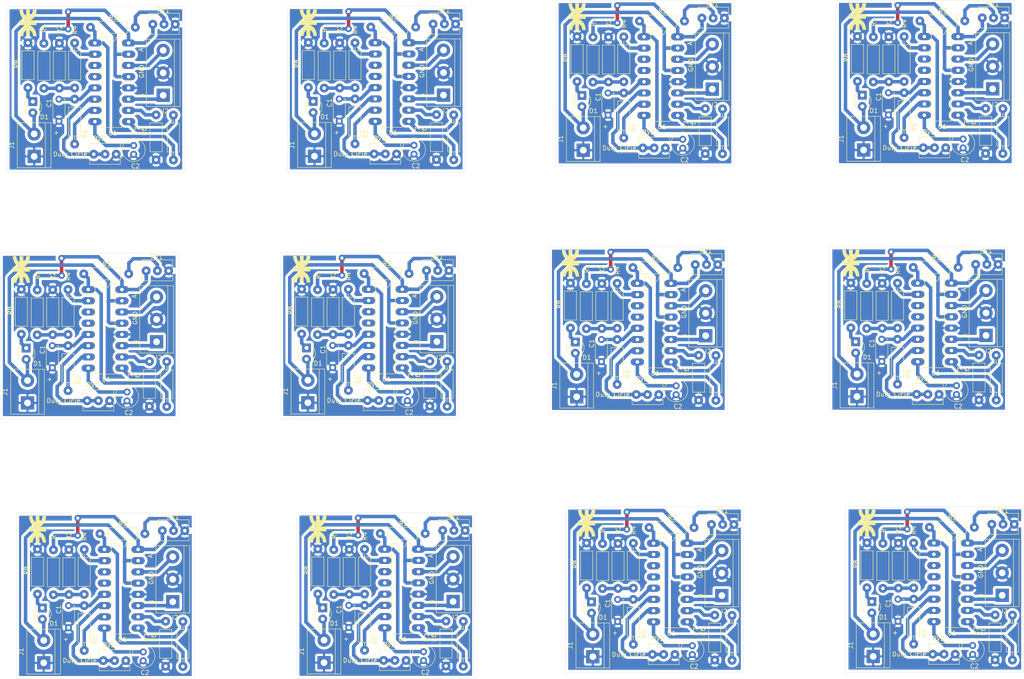
<source format=kicad_pcb>
(kicad_pcb (version 20171130) (host pcbnew "(5.1.0)-1")
  (layers (0 F.Cu signal) (31 B.Cu signal) (34 B.Paste user) (35 F.Paste user) (36 B.SilkS user) (37 F.SilkS user) (38 B.Mask user) (39 F.Mask user) (44 Edge.Cuts user))
  (net 0 "")
  (module lib_fp:Potentiometer_Bourns_3266Y_Vertical (layer F.Cu) (at 77.6324 141.3732 180)
    (fp_text reference RV1 (at -2.4 3.126 180) (layer F.SilkS))
    (fp_text value 10k)
    (pad 3 thru_hole circle (at -5.08 0 180) (size 2 2) (drill 0.8) (layers *.Cu *.Mask))
    (pad 2 thru_hole circle (at -2.54 0 180) (size 2 2) (drill 0.8) (layers *.Cu *.Mask))
    (pad 1 thru_hole circle (at 0 0 180) (size 2 2) (drill 0.8) (layers *.Cu *.Mask))
  )
  (module lib_fp:R_Axial_DIN0207_L6.3mm_D2.5mm_P10.16mm_Horizontal (layer F.Cu) (at 145.6914 172.0292 90)
    (fp_text reference R6 (at 6.4918 -6.6406 90) (layer F.SilkS))
    (fp_text value 1k)
    (pad 1 thru_hole circle (at 0 0 90) (size 2 2) (drill 0.8) (layers *.Cu *.Mask))
    (pad 2 thru_hole circle (at 10.16 0 90) (size 2 2) (drill 0.8) (layers *.Cu *.Mask))
  )
  (module lib_fp:R_Axial_DIN0207_L6.3mm_D2.5mm_P10.16mm_Horizontal (layer F.Cu) (at 137.0808 142.0064 180)
    (fp_text reference R3 (at 4.95 2.234 180) (layer F.SilkS))
    (fp_text value 1k)
    (pad 2 thru_hole circle (at 10.16 0 180) (size 2 2) (drill 0.8) (layers *.Cu *.Mask))
    (pad 1 thru_hole circle (at 0 0 180) (size 2 2) (drill 0.8) (layers *.Cu *.Mask))
  )
  (module lib_fp:C_Disc_D4.7mm_W2.5mm_P5.00mm (layer F.Cu) (at 56.4104 158.3132 270)
    (fp_text reference C1 (at 0.89 2.218 270) (layer F.SilkS))
    (fp_text value 1nF)
    (pad 1 thru_hole circle (at 0 0 270) (size 1.6 1.6) (drill 0.8) (layers *.Cu *.Mask))
    (pad 2 thru_hole circle (at 5 0 270) (size 1.6 1.6) (drill 0.8) (layers *.Cu *.Mask))
  )
  (module lib_fp:logo_utn_fsilk_small (layer F.Cu) (at 49.4024 141.0632)
    (fp_text reference G1 hide)
    (fp_text value logo hide)
  )
  (module lib_fp:R_Axial_DIN0207_L6.3mm_D2.5mm_P10.16mm_Horizontal (layer F.Cu) (at 119.9008 145.6124 270)
    (fp_text reference R2 (at -3.17 -0.03 270) (layer F.SilkS))
    (fp_text value 10k)
    (pad 2 thru_hole circle (at 10.16 0 270) (size 2 2) (drill 0.8) (layers *.Cu *.Mask))
    (pad 1 thru_hole circle (at 0 0 270) (size 2 2) (drill 0.8) (layers *.Cu *.Mask))
  )
  (module lib_fp:TerminalBlock_bornier-2_P5.08mm (layer F.Cu) (at 50.8024 171.2632 90)
    (fp_text reference J1 (at 2.54 -5.08 90) (layer F.SilkS))
    (fp_text value Vin)
    (pad 2 thru_hole circle (at 5.08 0 90) (size 3 3) (drill 1.52) (layers *.Cu *.Mask))
    (pad 1 thru_hole rect (at 0 0 90) (size 3 3) (drill 1.52) (layers *.Cu *.Mask))
  )
  (module lib_fp:DIP-16_W7.62mm_LongPads (layer F.Cu) (at 127.9368 145.5624)
    (fp_text reference U1 (at 4.064 20.35) (layer F.SilkS))
    (fp_text value SG3525)
    (pad 1 thru_hole oval (at 0 0) (size 3 1.6) (drill 0.8) (layers *.Cu *.Mask))
    (pad 9 thru_hole oval (at 7.62 17.78) (size 3 1.6) (drill 0.8) (layers *.Cu *.Mask))
    (pad 2 thru_hole oval (at 0 2.54) (size 3 1.6) (drill 0.8) (layers *.Cu *.Mask))
    (pad 10 thru_hole oval (at 7.62 15.24) (size 3 1.6) (drill 0.8) (layers *.Cu *.Mask))
    (pad 3 thru_hole oval (at 0 5.08) (size 3 1.6) (drill 0.8) (layers *.Cu *.Mask))
    (pad 11 thru_hole oval (at 7.62 12.7) (size 3 1.6) (drill 0.8) (layers *.Cu *.Mask))
    (pad 4 thru_hole oval (at 0 7.62) (size 3 1.6) (drill 0.8) (layers *.Cu *.Mask))
    (pad 12 thru_hole oval (at 7.62 10.16) (size 3 1.6) (drill 0.8) (layers *.Cu *.Mask))
    (pad 5 thru_hole oval (at 0 10.16) (size 3 1.6) (drill 0.8) (layers *.Cu *.Mask))
    (pad 13 thru_hole oval (at 7.62 7.62) (size 3 1.6) (drill 0.8) (layers *.Cu *.Mask))
    (pad 6 thru_hole oval (at 0 12.7) (size 3 1.6) (drill 0.8) (layers *.Cu *.Mask))
    (pad 14 thru_hole oval (at 7.62 5.08) (size 3 1.6) (drill 0.8) (layers *.Cu *.Mask))
    (pad 7 thru_hole oval (at 0 15.24) (size 3 1.6) (drill 0.8) (layers *.Cu *.Mask))
    (pad 15 thru_hole oval (at 7.62 2.54) (size 3 1.6) (drill 0.8) (layers *.Cu *.Mask))
    (pad 8 thru_hole oval (at 0 17.78) (size 3 1.6) (drill 0.8) (layers *.Cu *.Mask))
    (pad 16 thru_hole oval (at 7.62 0) (size 3 1.6) (drill 0.8) (layers *.Cu *.Mask))
  )
  (module lib_fp:R_Axial_DIN0207_L6.3mm_D2.5mm_P10.16mm_Horizontal (layer F.Cu) (at 141.7798 171.9784 90)
    (fp_text reference R7 (at 6.466 -4.254 90) (layer F.SilkS))
    (fp_text value 100)
    (pad 1 thru_hole circle (at 0 0 90) (size 2 2) (drill 0.8) (layers *.Cu *.Mask))
    (pad 2 thru_hole circle (at 10.16 0 90) (size 2 2) (drill 0.8) (layers *.Cu *.Mask))
  )
  (module lib_fp:Potentiometer_Bourns_3266Y_Vertical (layer F.Cu) (at 127.6828 170.7084 180)
    (fp_text reference RV2 (at -1.27 3.556 180) (layer F.SilkS))
    (fp_text value 250k)
    (pad 1 thru_hole circle (at 0 0 180) (size 2 2) (drill 0.8) (layers *.Cu *.Mask))
    (pad 2 thru_hole circle (at -2.54 0 180) (size 2 2) (drill 0.8) (layers *.Cu *.Mask))
    (pad 3 thru_hole circle (at -5.08 0 180) (size 2 2) (drill 0.8) (layers *.Cu *.Mask))
  )
  (module lib_fp:R_Axial_DIN0207_L6.3mm_D2.5mm_P10.16mm_Horizontal (layer F.Cu) (at 112.8008 155.6724 90)
    (fp_text reference R8 (at 5.35 -2.52 90) (layer F.SilkS))
    (fp_text value 1k)
    (pad 2 thru_hole circle (at 10.16 0 90) (size 2 2) (drill 0.8) (layers *.Cu *.Mask))
    (pad 1 thru_hole circle (at 0 0 90) (size 2 2) (drill 0.8) (layers *.Cu *.Mask))
  )
  (module lib_fp:R_Axial_DIN0207_L6.3mm_D2.5mm_P10.16mm_Horizontal (layer F.Cu) (at 53.0024 155.8632 90)
    (fp_text reference R1 (at 13.54 0.1 90) (layer F.SilkS))
    (fp_text value 10k)
    (pad 2 thru_hole circle (at 10.16 0 90) (size 2 2) (drill 0.8) (layers *.Cu *.Mask))
    (pad 1 thru_hole circle (at 0 0 90) (size 2 2) (drill 0.8) (layers *.Cu *.Mask))
  )
  (module lib_fp:R_Axial_DIN0207_L6.3mm_D2.5mm_P10.16mm_Horizontal (layer F.Cu) (at 59.9664 155.7732 90)
    (fp_text reference R4 (at 13.09 0.056 90) (layer F.SilkS))
    (fp_text value 1k)
    (pad 1 thru_hole circle (at 0 0 90) (size 2 2) (drill 0.8) (layers *.Cu *.Mask))
    (pad 2 thru_hole circle (at 10.16 0 90) (size 2 2) (drill 0.8) (layers *.Cu *.Mask))
  )
  (module lib_fp:R_Axial_DIN0207_L6.3mm_D2.5mm_P10.16mm_Horizontal (layer F.Cu) (at 123.3648 158.2624 270)
    (fp_text reference R5 (at 7.85 -2.37 270) (layer F.SilkS))
    (fp_text value 330)
    (pad 2 thru_hole circle (at 10.16 0 270) (size 2 2) (drill 0.8) (layers *.Cu *.Mask))
    (pad 1 thru_hole circle (at 0 0 270) (size 2 2) (drill 0.8) (layers *.Cu *.Mask))
  )
  (module lib_fp:C_Radial_D5.0mm_H11.0mm_P2.00mm (layer F.Cu) (at 73.3014 168.7907 270)
    (fp_text reference C2 (at 4.6725 -0.401) (layer F.SilkS))
    (fp_text value 10uF)
    (pad 1 thru_hole circle (at 0 0 270) (size 1.6 1.6) (drill 0.8) (layers *.Cu *.Mask))
    (pad 2 thru_hole circle (at 2 0 270) (size 1.6 1.6) (drill 0.8) (layers *.Cu *.Mask))
  )
  (module lib_fp:TerminalBlock_bornier-3_P5.08mm (layer F.Cu) (at 143.3808 157.3924 90)
    (fp_text reference J2 (at -3.57 0.39 180) (layer F.SilkS))
    (fp_text value PWM_out)
    (pad 1 thru_hole rect (at 0 0 90) (size 3 3) (drill 1.52) (layers *.Cu *.Mask))
    (pad 2 thru_hole circle (at 5.08 0 90) (size 3 3) (drill 1.52) (layers *.Cu *.Mask))
    (pad 3 thru_hole circle (at 10.16 0 90) (size 3 3) (drill 1.52) (layers *.Cu *.Mask))
  )
  (module lib_fp:Potentiometer_Bourns_3266Y_Vertical (layer F.Cu) (at 141.0308 141.3224 180)
    (fp_text reference RV1 (at -2.4 3.126 180) (layer F.SilkS))
    (fp_text value 10k)
    (pad 3 thru_hole circle (at -5.08 0 180) (size 2 2) (drill 0.8) (layers *.Cu *.Mask))
    (pad 2 thru_hole circle (at -2.54 0 180) (size 2 2) (drill 0.8) (layers *.Cu *.Mask))
    (pad 1 thru_hole circle (at 0 0 180) (size 2 2) (drill 0.8) (layers *.Cu *.Mask))
  )
  (module lib_fp:LED_D3.0mm_Clear (layer F.Cu) (at 50.5024 158.8632 270)
    (fp_text reference D1 (at 3.5 -2.6 180) (layer F.SilkS))
    (fp_text value LED)
    (pad 1 thru_hole rect (at 0 0 270) (size 2 2) (drill 0.9) (layers *.Cu *.Mask))
    (pad 2 thru_hole circle (at 2.54 0 270) (size 2 2) (drill 0.9) (layers *.Cu *.Mask))
  )
  (module lib_fp:R_Axial_DIN0207_L6.3mm_D2.5mm_P10.16mm_Horizontal (layer F.Cu) (at 269.872 170.6322 90)
    (fp_text reference R6 (at 6.4918 -6.6406 90) (layer F.SilkS))
    (fp_text value 1k)
    (pad 2 thru_hole circle (at 10.16 0 90) (size 2 2) (drill 0.8) (layers *.Cu *.Mask))
    (pad 1 thru_hole circle (at 0 0 90) (size 2 2) (drill 0.8) (layers *.Cu *.Mask))
  )
  (module lib_fp:logo_utn_fsilk_small (layer F.Cu) (at 173.583 139.6662)
    (fp_text reference G1 hide)
    (fp_text value logo hide)
  )
  (module lib_fp:TerminalBlock_bornier-2_P5.08mm (layer F.Cu) (at 174.983 169.8662 90)
    (fp_text reference J1 (at 2.54 -5.08 90) (layer F.SilkS))
    (fp_text value Vin)
    (pad 1 thru_hole rect (at 0 0 90) (size 3 3) (drill 1.52) (layers *.Cu *.Mask))
    (pad 2 thru_hole circle (at 5.08 0 90) (size 3 3) (drill 1.52) (layers *.Cu *.Mask))
  )
  (module lib_fp:Potentiometer_Bourns_3266Y_Vertical (layer F.Cu) (at 201.813 139.9762 180)
    (fp_text reference RV1 (at -2.4 3.126 180) (layer F.SilkS))
    (fp_text value 10k)
    (pad 1 thru_hole circle (at 0 0 180) (size 2 2) (drill 0.8) (layers *.Cu *.Mask))
    (pad 2 thru_hole circle (at -2.54 0 180) (size 2 2) (drill 0.8) (layers *.Cu *.Mask))
    (pad 3 thru_hole circle (at -5.08 0 180) (size 2 2) (drill 0.8) (layers *.Cu *.Mask))
  )
  (module lib_fp:R_Axial_DIN0207_L6.3mm_D2.5mm_P10.16mm_Horizontal (layer F.Cu) (at 261.2614 140.6094 180)
    (fp_text reference R3 (at 4.95 2.234 180) (layer F.SilkS))
    (fp_text value 1k)
    (pad 1 thru_hole circle (at 0 0 180) (size 2 2) (drill 0.8) (layers *.Cu *.Mask))
    (pad 2 thru_hole circle (at 10.16 0 180) (size 2 2) (drill 0.8) (layers *.Cu *.Mask))
  )
  (module lib_fp:R_Axial_DIN0207_L6.3mm_D2.5mm_P10.16mm_Horizontal (layer F.Cu) (at 244.0814 144.2154 270)
    (fp_text reference R2 (at -3.17 -0.03 270) (layer F.SilkS))
    (fp_text value 10k)
    (pad 1 thru_hole circle (at 0 0 270) (size 2 2) (drill 0.8) (layers *.Cu *.Mask))
    (pad 2 thru_hole circle (at 10.16 0 270) (size 2 2) (drill 0.8) (layers *.Cu *.Mask))
  )
  (module lib_fp:C_Disc_D4.7mm_W2.5mm_P5.00mm (layer F.Cu) (at 180.591 156.9162 270)
    (fp_text reference C1 (at 0.89 2.218 270) (layer F.SilkS))
    (fp_text value 1nF)
    (pad 2 thru_hole circle (at 5 0 270) (size 1.6 1.6) (drill 0.8) (layers *.Cu *.Mask))
    (pad 1 thru_hole circle (at 0 0 270) (size 1.6 1.6) (drill 0.8) (layers *.Cu *.Mask))
  )
  (module lib_fp:C_Radial_D5.0mm_H11.0mm_P2.00mm (layer F.Cu) (at 260.8804 167.3429 270)
    (fp_text reference C2 (at 4.6725 -0.401) (layer F.SilkS))
    (fp_text value 10uF)
    (pad 2 thru_hole circle (at 2 0 270) (size 1.6 1.6) (drill 0.8) (layers *.Cu *.Mask))
    (pad 1 thru_hole circle (at 0 0 270) (size 1.6 1.6) (drill 0.8) (layers *.Cu *.Mask))
  )
  (module lib_fp:C_Disc_D4.7mm_W2.5mm_P5.00mm (layer F.Cu) (at 243.9894 156.8654 270)
    (fp_text reference C1 (at 0.89 2.218 270) (layer F.SilkS))
    (fp_text value 1nF)
    (pad 2 thru_hole circle (at 5 0 270) (size 1.6 1.6) (drill 0.8) (layers *.Cu *.Mask))
    (pad 1 thru_hole circle (at 0 0 270) (size 1.6 1.6) (drill 0.8) (layers *.Cu *.Mask))
  )
  (module lib_fp:R_Axial_DIN0207_L6.3mm_D2.5mm_P10.16mm_Horizontal (layer F.Cu) (at 206.4736 170.683 90)
    (fp_text reference R6 (at 6.4918 -6.6406 90) (layer F.SilkS))
    (fp_text value 1k)
    (pad 2 thru_hole circle (at 10.16 0 90) (size 2 2) (drill 0.8) (layers *.Cu *.Mask))
    (pad 1 thru_hole circle (at 0 0 90) (size 2 2) (drill 0.8) (layers *.Cu *.Mask))
  )
  (module lib_fp:logo_utn_fsilk_small (layer F.Cu) (at 236.9814 139.6154)
    (fp_text reference G1 hide)
    (fp_text value logo hide)
  )
  (module lib_fp:LED_D3.0mm_Clear (layer F.Cu) (at 238.0814 157.4154 270)
    (fp_text reference D1 (at 3.5 -2.6 180) (layer F.SilkS))
    (fp_text value LED)
    (pad 2 thru_hole circle (at 2.54 0 270) (size 2 2) (drill 0.9) (layers *.Cu *.Mask))
    (pad 1 thru_hole rect (at 0 0 270) (size 2 2) (drill 0.9) (layers *.Cu *.Mask))
  )
  (module lib_fp:DIP-16_W7.62mm_LongPads (layer F.Cu) (at 188.719 144.2162)
    (fp_text reference U1 (at 4.064 20.35) (layer F.SilkS))
    (fp_text value SG3525)
    (pad 16 thru_hole oval (at 7.62 0) (size 3 1.6) (drill 0.8) (layers *.Cu *.Mask))
    (pad 8 thru_hole oval (at 0 17.78) (size 3 1.6) (drill 0.8) (layers *.Cu *.Mask))
    (pad 15 thru_hole oval (at 7.62 2.54) (size 3 1.6) (drill 0.8) (layers *.Cu *.Mask))
    (pad 7 thru_hole oval (at 0 15.24) (size 3 1.6) (drill 0.8) (layers *.Cu *.Mask))
    (pad 14 thru_hole oval (at 7.62 5.08) (size 3 1.6) (drill 0.8) (layers *.Cu *.Mask))
    (pad 6 thru_hole oval (at 0 12.7) (size 3 1.6) (drill 0.8) (layers *.Cu *.Mask))
    (pad 13 thru_hole oval (at 7.62 7.62) (size 3 1.6) (drill 0.8) (layers *.Cu *.Mask))
    (pad 5 thru_hole oval (at 0 10.16) (size 3 1.6) (drill 0.8) (layers *.Cu *.Mask))
    (pad 12 thru_hole oval (at 7.62 10.16) (size 3 1.6) (drill 0.8) (layers *.Cu *.Mask))
    (pad 4 thru_hole oval (at 0 7.62) (size 3 1.6) (drill 0.8) (layers *.Cu *.Mask))
    (pad 11 thru_hole oval (at 7.62 12.7) (size 3 1.6) (drill 0.8) (layers *.Cu *.Mask))
    (pad 3 thru_hole oval (at 0 5.08) (size 3 1.6) (drill 0.8) (layers *.Cu *.Mask))
    (pad 10 thru_hole oval (at 7.62 15.24) (size 3 1.6) (drill 0.8) (layers *.Cu *.Mask))
    (pad 2 thru_hole oval (at 0 2.54) (size 3 1.6) (drill 0.8) (layers *.Cu *.Mask))
    (pad 9 thru_hole oval (at 7.62 17.78) (size 3 1.6) (drill 0.8) (layers *.Cu *.Mask))
    (pad 1 thru_hole oval (at 0 0) (size 3 1.6) (drill 0.8) (layers *.Cu *.Mask))
  )
  (module lib_fp:Potentiometer_Bourns_3266Y_Vertical (layer F.Cu) (at 188.465 169.3622 180)
    (fp_text reference RV2 (at -1.27 3.556 180) (layer F.SilkS))
    (fp_text value 250k)
    (pad 3 thru_hole circle (at -5.08 0 180) (size 2 2) (drill 0.8) (layers *.Cu *.Mask))
    (pad 2 thru_hole circle (at -2.54 0 180) (size 2 2) (drill 0.8) (layers *.Cu *.Mask))
    (pad 1 thru_hole circle (at 0 0 180) (size 2 2) (drill 0.8) (layers *.Cu *.Mask))
  )
  (module lib_fp:R_Axial_DIN0207_L6.3mm_D2.5mm_P10.16mm_Horizontal (layer F.Cu) (at 56.5024 145.6632 270)
    (fp_text reference R2 (at -3.17 -0.03 270) (layer F.SilkS))
    (fp_text value 10k)
    (pad 2 thru_hole circle (at 10.16 0 270) (size 2 2) (drill 0.8) (layers *.Cu *.Mask))
    (pad 1 thru_hole circle (at 0 0 270) (size 2 2) (drill 0.8) (layers *.Cu *.Mask))
  )
  (module lib_fp:R_Axial_DIN0207_L6.3mm_D2.5mm_P10.16mm_Horizontal (layer F.Cu) (at 49.4024 155.7232 90)
    (fp_text reference R8 (at 5.35 -2.52 90) (layer F.SilkS))
    (fp_text value 1k)
    (pad 2 thru_hole circle (at 10.16 0 90) (size 2 2) (drill 0.8) (layers *.Cu *.Mask))
    (pad 1 thru_hole circle (at 0 0 90) (size 2 2) (drill 0.8) (layers *.Cu *.Mask))
  )
  (module lib_fp:TerminalBlock_bornier-3_P5.08mm (layer F.Cu) (at 79.9824 157.4432 90)
    (fp_text reference J2 (at -3.57 0.39 180) (layer F.SilkS))
    (fp_text value PWM_out)
    (pad 1 thru_hole rect (at 0 0 90) (size 3 3) (drill 1.52) (layers *.Cu *.Mask))
    (pad 2 thru_hole circle (at 5.08 0 90) (size 3 3) (drill 1.52) (layers *.Cu *.Mask))
    (pad 3 thru_hole circle (at 10.16 0 90) (size 3 3) (drill 1.52) (layers *.Cu *.Mask))
  )
  (module lib_fp:R_Axial_DIN0207_L6.3mm_D2.5mm_P10.16mm_Horizontal (layer F.Cu) (at 116.4008 155.8124 90)
    (fp_text reference R1 (at 13.54 0.1 90) (layer F.SilkS))
    (fp_text value 10k)
    (pad 2 thru_hole circle (at 10.16 0 90) (size 2 2) (drill 0.8) (layers *.Cu *.Mask))
    (pad 1 thru_hole circle (at 0 0 90) (size 2 2) (drill 0.8) (layers *.Cu *.Mask))
  )
  (module lib_fp:R_Axial_DIN0207_L6.3mm_D2.5mm_P10.16mm_Horizontal (layer F.Cu) (at 78.3814 172.0292 90)
    (fp_text reference R7 (at 6.466 -4.254 90) (layer F.SilkS))
    (fp_text value 100)
    (pad 1 thru_hole circle (at 0 0 90) (size 2 2) (drill 0.8) (layers *.Cu *.Mask))
    (pad 2 thru_hole circle (at 10.16 0 90) (size 2 2) (drill 0.8) (layers *.Cu *.Mask))
  )
  (module lib_fp:R_Axial_DIN0207_L6.3mm_D2.5mm_P10.16mm_Horizontal (layer F.Cu) (at 123.3648 155.7224 90)
    (fp_text reference R4 (at 13.09 0.056 90) (layer F.SilkS))
    (fp_text value 1k)
    (pad 1 thru_hole circle (at 0 0 90) (size 2 2) (drill 0.8) (layers *.Cu *.Mask))
    (pad 2 thru_hole circle (at 10.16 0 90) (size 2 2) (drill 0.8) (layers *.Cu *.Mask))
  )
  (module lib_fp:R_Axial_DIN0207_L6.3mm_D2.5mm_P10.16mm_Horizontal (layer F.Cu) (at 197.863 140.6602 180)
    (fp_text reference R3 (at 4.95 2.234 180) (layer F.SilkS))
    (fp_text value 1k)
    (pad 1 thru_hole circle (at 0 0 180) (size 2 2) (drill 0.8) (layers *.Cu *.Mask))
    (pad 2 thru_hole circle (at 10.16 0 180) (size 2 2) (drill 0.8) (layers *.Cu *.Mask))
  )
  (module lib_fp:R_Axial_DIN0207_L6.3mm_D2.5mm_P10.16mm_Horizontal (layer F.Cu) (at 184.147 156.9162 270)
    (fp_text reference R5 (at 7.85 -2.37 270) (layer F.SilkS))
    (fp_text value 330)
    (pad 1 thru_hole circle (at 0 0 270) (size 2 2) (drill 0.8) (layers *.Cu *.Mask))
    (pad 2 thru_hole circle (at 10.16 0 270) (size 2 2) (drill 0.8) (layers *.Cu *.Mask))
  )
  (module lib_fp:TerminalBlock_bornier-2_P5.08mm (layer F.Cu) (at 114.2008 171.2124 90)
    (fp_text reference J1 (at 2.54 -5.08 90) (layer F.SilkS))
    (fp_text value Vin)
    (pad 2 thru_hole circle (at 5.08 0 90) (size 3 3) (drill 1.52) (layers *.Cu *.Mask))
    (pad 1 thru_hole rect (at 0 0 90) (size 3 3) (drill 1.52) (layers *.Cu *.Mask))
  )
  (module lib_fp:C_Disc_D4.7mm_W2.5mm_P5.00mm (layer F.Cu) (at 119.8088 158.2624 270)
    (fp_text reference C1 (at 0.89 2.218 270) (layer F.SilkS))
    (fp_text value 1nF)
    (pad 1 thru_hole circle (at 0 0 270) (size 1.6 1.6) (drill 0.8) (layers *.Cu *.Mask))
    (pad 2 thru_hole circle (at 5 0 270) (size 1.6 1.6) (drill 0.8) (layers *.Cu *.Mask))
  )
  (module lib_fp:logo_utn_fsilk_small (layer F.Cu) (at 112.8008 141.0124)
    (fp_text reference G1 hide)
    (fp_text value logo hide)
  )
  (module lib_fp:LED_D3.0mm_Clear (layer F.Cu) (at 113.9008 158.8124 270)
    (fp_text reference D1 (at 3.5 -2.6 180) (layer F.SilkS))
    (fp_text value LED)
    (pad 1 thru_hole rect (at 0 0 270) (size 2 2) (drill 0.9) (layers *.Cu *.Mask))
    (pad 2 thru_hole circle (at 2.54 0 270) (size 2 2) (drill 0.9) (layers *.Cu *.Mask))
  )
  (module lib_fp:DIP-16_W7.62mm_LongPads (layer F.Cu) (at 64.5384 145.6132)
    (fp_text reference U1 (at 4.064 20.35) (layer F.SilkS))
    (fp_text value SG3525)
    (pad 1 thru_hole oval (at 0 0) (size 3 1.6) (drill 0.8) (layers *.Cu *.Mask))
    (pad 9 thru_hole oval (at 7.62 17.78) (size 3 1.6) (drill 0.8) (layers *.Cu *.Mask))
    (pad 2 thru_hole oval (at 0 2.54) (size 3 1.6) (drill 0.8) (layers *.Cu *.Mask))
    (pad 10 thru_hole oval (at 7.62 15.24) (size 3 1.6) (drill 0.8) (layers *.Cu *.Mask))
    (pad 3 thru_hole oval (at 0 5.08) (size 3 1.6) (drill 0.8) (layers *.Cu *.Mask))
    (pad 11 thru_hole oval (at 7.62 12.7) (size 3 1.6) (drill 0.8) (layers *.Cu *.Mask))
    (pad 4 thru_hole oval (at 0 7.62) (size 3 1.6) (drill 0.8) (layers *.Cu *.Mask))
    (pad 12 thru_hole oval (at 7.62 10.16) (size 3 1.6) (drill 0.8) (layers *.Cu *.Mask))
    (pad 5 thru_hole oval (at 0 10.16) (size 3 1.6) (drill 0.8) (layers *.Cu *.Mask))
    (pad 13 thru_hole oval (at 7.62 7.62) (size 3 1.6) (drill 0.8) (layers *.Cu *.Mask))
    (pad 6 thru_hole oval (at 0 12.7) (size 3 1.6) (drill 0.8) (layers *.Cu *.Mask))
    (pad 14 thru_hole oval (at 7.62 5.08) (size 3 1.6) (drill 0.8) (layers *.Cu *.Mask))
    (pad 7 thru_hole oval (at 0 15.24) (size 3 1.6) (drill 0.8) (layers *.Cu *.Mask))
    (pad 15 thru_hole oval (at 7.62 2.54) (size 3 1.6) (drill 0.8) (layers *.Cu *.Mask))
    (pad 8 thru_hole oval (at 0 17.78) (size 3 1.6) (drill 0.8) (layers *.Cu *.Mask))
    (pad 16 thru_hole oval (at 7.62 0) (size 3 1.6) (drill 0.8) (layers *.Cu *.Mask))
  )
  (module lib_fp:Potentiometer_Bourns_3266Y_Vertical (layer F.Cu) (at 64.2844 170.7592 180)
    (fp_text reference RV2 (at -1.27 3.556 180) (layer F.SilkS))
    (fp_text value 250k)
    (pad 1 thru_hole circle (at 0 0 180) (size 2 2) (drill 0.8) (layers *.Cu *.Mask))
    (pad 2 thru_hole circle (at -2.54 0 180) (size 2 2) (drill 0.8) (layers *.Cu *.Mask))
    (pad 3 thru_hole circle (at -5.08 0 180) (size 2 2) (drill 0.8) (layers *.Cu *.Mask))
  )
  (module lib_fp:C_Radial_D5.0mm_H11.0mm_P2.00mm (layer F.Cu) (at 136.6998 168.7399 270)
    (fp_text reference C2 (at 4.6725 -0.401) (layer F.SilkS))
    (fp_text value 10uF)
    (pad 1 thru_hole circle (at 0 0 270) (size 1.6 1.6) (drill 0.8) (layers *.Cu *.Mask))
    (pad 2 thru_hole circle (at 2 0 270) (size 1.6 1.6) (drill 0.8) (layers *.Cu *.Mask))
  )
  (module lib_fp:R_Axial_DIN0207_L6.3mm_D2.5mm_P10.16mm_Horizontal (layer F.Cu) (at 82.293 172.08 90)
    (fp_text reference R6 (at 6.4918 -6.6406 90) (layer F.SilkS))
    (fp_text value 1k)
    (pad 1 thru_hole circle (at 0 0 90) (size 2 2) (drill 0.8) (layers *.Cu *.Mask))
    (pad 2 thru_hole circle (at 10.16 0 90) (size 2 2) (drill 0.8) (layers *.Cu *.Mask))
  )
  (module lib_fp:R_Axial_DIN0207_L6.3mm_D2.5mm_P10.16mm_Horizontal (layer F.Cu) (at 73.6824 142.0572 180)
    (fp_text reference R3 (at 4.95 2.234 180) (layer F.SilkS))
    (fp_text value 1k)
    (pad 2 thru_hole circle (at 10.16 0 180) (size 2 2) (drill 0.8) (layers *.Cu *.Mask))
    (pad 1 thru_hole circle (at 0 0 180) (size 2 2) (drill 0.8) (layers *.Cu *.Mask))
  )
  (module lib_fp:R_Axial_DIN0207_L6.3mm_D2.5mm_P10.16mm_Horizontal (layer F.Cu) (at 59.9664 158.3132 270)
    (fp_text reference R5 (at 7.85 -2.37 270) (layer F.SilkS))
    (fp_text value 330)
    (pad 2 thru_hole circle (at 10.16 0 270) (size 2 2) (drill 0.8) (layers *.Cu *.Mask))
    (pad 1 thru_hole circle (at 0 0 270) (size 2 2) (drill 0.8) (layers *.Cu *.Mask))
  )
  (module lib_fp:R_Axial_DIN0207_L6.3mm_D2.5mm_P10.16mm_Horizontal (layer F.Cu) (at 240.5814 154.4154 90)
    (fp_text reference R1 (at 13.54 0.1 90) (layer F.SilkS))
    (fp_text value 10k)
    (pad 1 thru_hole circle (at 0 0 90) (size 2 2) (drill 0.8) (layers *.Cu *.Mask))
    (pad 2 thru_hole circle (at 10.16 0 90) (size 2 2) (drill 0.8) (layers *.Cu *.Mask))
  )
  (module lib_fp:R_Axial_DIN0207_L6.3mm_D2.5mm_P10.16mm_Horizontal (layer F.Cu) (at 173.583 154.3262 90)
    (fp_text reference R8 (at 5.35 -2.52 90) (layer F.SilkS))
    (fp_text value 1k)
    (pad 1 thru_hole circle (at 0 0 90) (size 2 2) (drill 0.8) (layers *.Cu *.Mask))
    (pad 2 thru_hole circle (at 10.16 0 90) (size 2 2) (drill 0.8) (layers *.Cu *.Mask))
  )
  (module lib_fp:R_Axial_DIN0207_L6.3mm_D2.5mm_P10.16mm_Horizontal (layer F.Cu) (at 180.683 144.2662 270)
    (fp_text reference R2 (at -3.17 -0.03 270) (layer F.SilkS))
    (fp_text value 10k)
    (pad 1 thru_hole circle (at 0 0 270) (size 2 2) (drill 0.8) (layers *.Cu *.Mask))
    (pad 2 thru_hole circle (at 10.16 0 270) (size 2 2) (drill 0.8) (layers *.Cu *.Mask))
  )
  (module lib_fp:DIP-16_W7.62mm_LongPads (layer F.Cu) (at 252.1174 144.1654)
    (fp_text reference U1 (at 4.064 20.35) (layer F.SilkS))
    (fp_text value SG3525)
    (pad 16 thru_hole oval (at 7.62 0) (size 3 1.6) (drill 0.8) (layers *.Cu *.Mask))
    (pad 8 thru_hole oval (at 0 17.78) (size 3 1.6) (drill 0.8) (layers *.Cu *.Mask))
    (pad 15 thru_hole oval (at 7.62 2.54) (size 3 1.6) (drill 0.8) (layers *.Cu *.Mask))
    (pad 7 thru_hole oval (at 0 15.24) (size 3 1.6) (drill 0.8) (layers *.Cu *.Mask))
    (pad 14 thru_hole oval (at 7.62 5.08) (size 3 1.6) (drill 0.8) (layers *.Cu *.Mask))
    (pad 6 thru_hole oval (at 0 12.7) (size 3 1.6) (drill 0.8) (layers *.Cu *.Mask))
    (pad 13 thru_hole oval (at 7.62 7.62) (size 3 1.6) (drill 0.8) (layers *.Cu *.Mask))
    (pad 5 thru_hole oval (at 0 10.16) (size 3 1.6) (drill 0.8) (layers *.Cu *.Mask))
    (pad 12 thru_hole oval (at 7.62 10.16) (size 3 1.6) (drill 0.8) (layers *.Cu *.Mask))
    (pad 4 thru_hole oval (at 0 7.62) (size 3 1.6) (drill 0.8) (layers *.Cu *.Mask))
    (pad 11 thru_hole oval (at 7.62 12.7) (size 3 1.6) (drill 0.8) (layers *.Cu *.Mask))
    (pad 3 thru_hole oval (at 0 5.08) (size 3 1.6) (drill 0.8) (layers *.Cu *.Mask))
    (pad 10 thru_hole oval (at 7.62 15.24) (size 3 1.6) (drill 0.8) (layers *.Cu *.Mask))
    (pad 2 thru_hole oval (at 0 2.54) (size 3 1.6) (drill 0.8) (layers *.Cu *.Mask))
    (pad 9 thru_hole oval (at 7.62 17.78) (size 3 1.6) (drill 0.8) (layers *.Cu *.Mask))
    (pad 1 thru_hole oval (at 0 0) (size 3 1.6) (drill 0.8) (layers *.Cu *.Mask))
  )
  (module lib_fp:TerminalBlock_bornier-3_P5.08mm (layer F.Cu) (at 267.5614 155.9954 90)
    (fp_text reference J2 (at -3.57 0.39 180) (layer F.SilkS))
    (fp_text value PWM_out)
    (pad 3 thru_hole circle (at 10.16 0 90) (size 3 3) (drill 1.52) (layers *.Cu *.Mask))
    (pad 2 thru_hole circle (at 5.08 0 90) (size 3 3) (drill 1.52) (layers *.Cu *.Mask))
    (pad 1 thru_hole rect (at 0 0 90) (size 3 3) (drill 1.52) (layers *.Cu *.Mask))
  )
  (module lib_fp:R_Axial_DIN0207_L6.3mm_D2.5mm_P10.16mm_Horizontal (layer F.Cu) (at 247.5454 154.3254 90)
    (fp_text reference R4 (at 13.09 0.056 90) (layer F.SilkS))
    (fp_text value 1k)
    (pad 2 thru_hole circle (at 10.16 0 90) (size 2 2) (drill 0.8) (layers *.Cu *.Mask))
    (pad 1 thru_hole circle (at 0 0 90) (size 2 2) (drill 0.8) (layers *.Cu *.Mask))
  )
  (module lib_fp:TerminalBlock_bornier-2_P5.08mm (layer F.Cu) (at 238.3814 169.8154 90)
    (fp_text reference J1 (at 2.54 -5.08 90) (layer F.SilkS))
    (fp_text value Vin)
    (pad 1 thru_hole rect (at 0 0 90) (size 3 3) (drill 1.52) (layers *.Cu *.Mask))
    (pad 2 thru_hole circle (at 5.08 0 90) (size 3 3) (drill 1.52) (layers *.Cu *.Mask))
  )
  (module lib_fp:Potentiometer_Bourns_3266Y_Vertical (layer F.Cu) (at 251.8634 169.3114 180)
    (fp_text reference RV2 (at -1.27 3.556 180) (layer F.SilkS))
    (fp_text value 250k)
    (pad 3 thru_hole circle (at -5.08 0 180) (size 2 2) (drill 0.8) (layers *.Cu *.Mask))
    (pad 2 thru_hole circle (at -2.54 0 180) (size 2 2) (drill 0.8) (layers *.Cu *.Mask))
    (pad 1 thru_hole circle (at 0 0 180) (size 2 2) (drill 0.8) (layers *.Cu *.Mask))
  )
  (module lib_fp:R_Axial_DIN0207_L6.3mm_D2.5mm_P10.16mm_Horizontal (layer F.Cu) (at 247.5454 156.8654 270)
    (fp_text reference R5 (at 7.85 -2.37 270) (layer F.SilkS))
    (fp_text value 330)
    (pad 1 thru_hole circle (at 0 0 270) (size 2 2) (drill 0.8) (layers *.Cu *.Mask))
    (pad 2 thru_hole circle (at 10.16 0 270) (size 2 2) (drill 0.8) (layers *.Cu *.Mask))
  )
  (module lib_fp:C_Radial_D5.0mm_H11.0mm_P2.00mm (layer F.Cu) (at 197.482 167.3937 270)
    (fp_text reference C2 (at 4.6725 -0.401) (layer F.SilkS))
    (fp_text value 10uF)
    (pad 2 thru_hole circle (at 2 0 270) (size 1.6 1.6) (drill 0.8) (layers *.Cu *.Mask))
    (pad 1 thru_hole circle (at 0 0 270) (size 1.6 1.6) (drill 0.8) (layers *.Cu *.Mask))
  )
  (module lib_fp:Potentiometer_Bourns_3266Y_Vertical (layer F.Cu) (at 265.2114 139.9254 180)
    (fp_text reference RV1 (at -2.4 3.126 180) (layer F.SilkS))
    (fp_text value 10k)
    (pad 1 thru_hole circle (at 0 0 180) (size 2 2) (drill 0.8) (layers *.Cu *.Mask))
    (pad 2 thru_hole circle (at -2.54 0 180) (size 2 2) (drill 0.8) (layers *.Cu *.Mask))
    (pad 3 thru_hole circle (at -5.08 0 180) (size 2 2) (drill 0.8) (layers *.Cu *.Mask))
  )
  (module lib_fp:LED_D3.0mm_Clear (layer F.Cu) (at 174.683 157.4662 270)
    (fp_text reference D1 (at 3.5 -2.6 180) (layer F.SilkS))
    (fp_text value LED)
    (pad 2 thru_hole circle (at 2.54 0 270) (size 2 2) (drill 0.9) (layers *.Cu *.Mask))
    (pad 1 thru_hole rect (at 0 0 270) (size 2 2) (drill 0.9) (layers *.Cu *.Mask))
  )
  (module lib_fp:TerminalBlock_bornier-3_P5.08mm (layer F.Cu) (at 204.163 156.0462 90)
    (fp_text reference J2 (at -3.57 0.39 180) (layer F.SilkS))
    (fp_text value PWM_out)
    (pad 3 thru_hole circle (at 10.16 0 90) (size 3 3) (drill 1.52) (layers *.Cu *.Mask))
    (pad 2 thru_hole circle (at 5.08 0 90) (size 3 3) (drill 1.52) (layers *.Cu *.Mask))
    (pad 1 thru_hole rect (at 0 0 90) (size 3 3) (drill 1.52) (layers *.Cu *.Mask))
  )
  (module lib_fp:R_Axial_DIN0207_L6.3mm_D2.5mm_P10.16mm_Horizontal (layer F.Cu) (at 177.183 154.4662 90)
    (fp_text reference R1 (at 13.54 0.1 90) (layer F.SilkS))
    (fp_text value 10k)
    (pad 1 thru_hole circle (at 0 0 90) (size 2 2) (drill 0.8) (layers *.Cu *.Mask))
    (pad 2 thru_hole circle (at 10.16 0 90) (size 2 2) (drill 0.8) (layers *.Cu *.Mask))
  )
  (module lib_fp:R_Axial_DIN0207_L6.3mm_D2.5mm_P10.16mm_Horizontal (layer F.Cu) (at 202.562 170.6322 90)
    (fp_text reference R7 (at 6.466 -4.254 90) (layer F.SilkS))
    (fp_text value 100)
    (pad 2 thru_hole circle (at 10.16 0 90) (size 2 2) (drill 0.8) (layers *.Cu *.Mask))
    (pad 1 thru_hole circle (at 0 0 90) (size 2 2) (drill 0.8) (layers *.Cu *.Mask))
  )
  (module lib_fp:R_Axial_DIN0207_L6.3mm_D2.5mm_P10.16mm_Horizontal (layer F.Cu) (at 265.9604 170.5814 90)
    (fp_text reference R7 (at 6.466 -4.254 90) (layer F.SilkS))
    (fp_text value 100)
    (pad 2 thru_hole circle (at 10.16 0 90) (size 2 2) (drill 0.8) (layers *.Cu *.Mask))
    (pad 1 thru_hole circle (at 0 0 90) (size 2 2) (drill 0.8) (layers *.Cu *.Mask))
  )
  (module lib_fp:R_Axial_DIN0207_L6.3mm_D2.5mm_P10.16mm_Horizontal (layer F.Cu) (at 236.9814 154.2754 90)
    (fp_text reference R8 (at 5.35 -2.52 90) (layer F.SilkS))
    (fp_text value 1k)
    (pad 1 thru_hole circle (at 0 0 90) (size 2 2) (drill 0.8) (layers *.Cu *.Mask))
    (pad 2 thru_hole circle (at 10.16 0 90) (size 2 2) (drill 0.8) (layers *.Cu *.Mask))
  )
  (module lib_fp:R_Axial_DIN0207_L6.3mm_D2.5mm_P10.16mm_Horizontal (layer F.Cu) (at 184.147 154.3762 90)
    (fp_text reference R4 (at 13.09 0.056 90) (layer F.SilkS))
    (fp_text value 1k)
    (pad 2 thru_hole circle (at 10.16 0 90) (size 2 2) (drill 0.8) (layers *.Cu *.Mask))
    (pad 1 thru_hole circle (at 0 0 90) (size 2 2) (drill 0.8) (layers *.Cu *.Mask))
  )
  (module lib_fp:Potentiometer_Bourns_3266Y_Vertical (layer F.Cu) (at 73.9748 82.5976 180)
    (fp_text reference RV1 (at -2.4 3.126 180) (layer F.SilkS))
    (fp_text value 10k)
    (pad 3 thru_hole circle (at -5.08 0 180) (size 2 2) (drill 0.8) (layers *.Cu *.Mask))
    (pad 2 thru_hole circle (at -2.54 0 180) (size 2 2) (drill 0.8) (layers *.Cu *.Mask))
    (pad 1 thru_hole circle (at 0 0 180) (size 2 2) (drill 0.8) (layers *.Cu *.Mask))
  )
  (module lib_fp:R_Axial_DIN0207_L6.3mm_D2.5mm_P10.16mm_Horizontal (layer F.Cu) (at 142.0338 113.2536 90)
    (fp_text reference R6 (at 6.4918 -6.6406 90) (layer F.SilkS))
    (fp_text value 1k)
    (pad 1 thru_hole circle (at 0 0 90) (size 2 2) (drill 0.8) (layers *.Cu *.Mask))
    (pad 2 thru_hole circle (at 10.16 0 90) (size 2 2) (drill 0.8) (layers *.Cu *.Mask))
  )
  (module lib_fp:R_Axial_DIN0207_L6.3mm_D2.5mm_P10.16mm_Horizontal (layer F.Cu) (at 133.4232 83.2308 180)
    (fp_text reference R3 (at 4.95 2.234 180) (layer F.SilkS))
    (fp_text value 1k)
    (pad 2 thru_hole circle (at 10.16 0 180) (size 2 2) (drill 0.8) (layers *.Cu *.Mask))
    (pad 1 thru_hole circle (at 0 0 180) (size 2 2) (drill 0.8) (layers *.Cu *.Mask))
  )
  (module lib_fp:C_Disc_D4.7mm_W2.5mm_P5.00mm (layer F.Cu) (at 52.7528 99.5376 270)
    (fp_text reference C1 (at 0.89 2.218 270) (layer F.SilkS))
    (fp_text value 1nF)
    (pad 1 thru_hole circle (at 0 0 270) (size 1.6 1.6) (drill 0.8) (layers *.Cu *.Mask))
    (pad 2 thru_hole circle (at 5 0 270) (size 1.6 1.6) (drill 0.8) (layers *.Cu *.Mask))
  )
  (module lib_fp:logo_utn_fsilk_small (layer F.Cu) (at 45.7448 82.2876)
    (fp_text reference G1 hide)
    (fp_text value logo hide)
  )
  (module lib_fp:R_Axial_DIN0207_L6.3mm_D2.5mm_P10.16mm_Horizontal (layer F.Cu) (at 116.2432 86.8368 270)
    (fp_text reference R2 (at -3.17 -0.03 270) (layer F.SilkS))
    (fp_text value 10k)
    (pad 2 thru_hole circle (at 10.16 0 270) (size 2 2) (drill 0.8) (layers *.Cu *.Mask))
    (pad 1 thru_hole circle (at 0 0 270) (size 2 2) (drill 0.8) (layers *.Cu *.Mask))
  )
  (module lib_fp:TerminalBlock_bornier-2_P5.08mm (layer F.Cu) (at 47.1448 112.4876 90)
    (fp_text reference J1 (at 2.54 -5.08 90) (layer F.SilkS))
    (fp_text value Vin)
    (pad 2 thru_hole circle (at 5.08 0 90) (size 3 3) (drill 1.52) (layers *.Cu *.Mask))
    (pad 1 thru_hole rect (at 0 0 90) (size 3 3) (drill 1.52) (layers *.Cu *.Mask))
  )
  (module lib_fp:DIP-16_W7.62mm_LongPads (layer F.Cu) (at 124.2792 86.7868)
    (fp_text reference U1 (at 4.064 20.35) (layer F.SilkS))
    (fp_text value SG3525)
    (pad 1 thru_hole oval (at 0 0) (size 3 1.6) (drill 0.8) (layers *.Cu *.Mask))
    (pad 9 thru_hole oval (at 7.62 17.78) (size 3 1.6) (drill 0.8) (layers *.Cu *.Mask))
    (pad 2 thru_hole oval (at 0 2.54) (size 3 1.6) (drill 0.8) (layers *.Cu *.Mask))
    (pad 10 thru_hole oval (at 7.62 15.24) (size 3 1.6) (drill 0.8) (layers *.Cu *.Mask))
    (pad 3 thru_hole oval (at 0 5.08) (size 3 1.6) (drill 0.8) (layers *.Cu *.Mask))
    (pad 11 thru_hole oval (at 7.62 12.7) (size 3 1.6) (drill 0.8) (layers *.Cu *.Mask))
    (pad 4 thru_hole oval (at 0 7.62) (size 3 1.6) (drill 0.8) (layers *.Cu *.Mask))
    (pad 12 thru_hole oval (at 7.62 10.16) (size 3 1.6) (drill 0.8) (layers *.Cu *.Mask))
    (pad 5 thru_hole oval (at 0 10.16) (size 3 1.6) (drill 0.8) (layers *.Cu *.Mask))
    (pad 13 thru_hole oval (at 7.62 7.62) (size 3 1.6) (drill 0.8) (layers *.Cu *.Mask))
    (pad 6 thru_hole oval (at 0 12.7) (size 3 1.6) (drill 0.8) (layers *.Cu *.Mask))
    (pad 14 thru_hole oval (at 7.62 5.08) (size 3 1.6) (drill 0.8) (layers *.Cu *.Mask))
    (pad 7 thru_hole oval (at 0 15.24) (size 3 1.6) (drill 0.8) (layers *.Cu *.Mask))
    (pad 15 thru_hole oval (at 7.62 2.54) (size 3 1.6) (drill 0.8) (layers *.Cu *.Mask))
    (pad 8 thru_hole oval (at 0 17.78) (size 3 1.6) (drill 0.8) (layers *.Cu *.Mask))
    (pad 16 thru_hole oval (at 7.62 0) (size 3 1.6) (drill 0.8) (layers *.Cu *.Mask))
  )
  (module lib_fp:R_Axial_DIN0207_L6.3mm_D2.5mm_P10.16mm_Horizontal (layer F.Cu) (at 138.1222 113.2028 90)
    (fp_text reference R7 (at 6.466 -4.254 90) (layer F.SilkS))
    (fp_text value 100)
    (pad 1 thru_hole circle (at 0 0 90) (size 2 2) (drill 0.8) (layers *.Cu *.Mask))
    (pad 2 thru_hole circle (at 10.16 0 90) (size 2 2) (drill 0.8) (layers *.Cu *.Mask))
  )
  (module lib_fp:Potentiometer_Bourns_3266Y_Vertical (layer F.Cu) (at 124.0252 111.9328 180)
    (fp_text reference RV2 (at -1.27 3.556 180) (layer F.SilkS))
    (fp_text value 250k)
    (pad 1 thru_hole circle (at 0 0 180) (size 2 2) (drill 0.8) (layers *.Cu *.Mask))
    (pad 2 thru_hole circle (at -2.54 0 180) (size 2 2) (drill 0.8) (layers *.Cu *.Mask))
    (pad 3 thru_hole circle (at -5.08 0 180) (size 2 2) (drill 0.8) (layers *.Cu *.Mask))
  )
  (module lib_fp:R_Axial_DIN0207_L6.3mm_D2.5mm_P10.16mm_Horizontal (layer F.Cu) (at 109.1432 96.8968 90)
    (fp_text reference R8 (at 5.35 -2.52 90) (layer F.SilkS))
    (fp_text value 1k)
    (pad 2 thru_hole circle (at 10.16 0 90) (size 2 2) (drill 0.8) (layers *.Cu *.Mask))
    (pad 1 thru_hole circle (at 0 0 90) (size 2 2) (drill 0.8) (layers *.Cu *.Mask))
  )
  (module lib_fp:R_Axial_DIN0207_L6.3mm_D2.5mm_P10.16mm_Horizontal (layer F.Cu) (at 49.3448 97.0876 90)
    (fp_text reference R1 (at 13.54 0.1 90) (layer F.SilkS))
    (fp_text value 10k)
    (pad 2 thru_hole circle (at 10.16 0 90) (size 2 2) (drill 0.8) (layers *.Cu *.Mask))
    (pad 1 thru_hole circle (at 0 0 90) (size 2 2) (drill 0.8) (layers *.Cu *.Mask))
  )
  (module lib_fp:R_Axial_DIN0207_L6.3mm_D2.5mm_P10.16mm_Horizontal (layer F.Cu) (at 56.3088 96.9976 90)
    (fp_text reference R4 (at 13.09 0.056 90) (layer F.SilkS))
    (fp_text value 1k)
    (pad 1 thru_hole circle (at 0 0 90) (size 2 2) (drill 0.8) (layers *.Cu *.Mask))
    (pad 2 thru_hole circle (at 10.16 0 90) (size 2 2) (drill 0.8) (layers *.Cu *.Mask))
  )
  (module lib_fp:R_Axial_DIN0207_L6.3mm_D2.5mm_P10.16mm_Horizontal (layer F.Cu) (at 119.7072 99.4868 270)
    (fp_text reference R5 (at 7.85 -2.37 270) (layer F.SilkS))
    (fp_text value 330)
    (pad 2 thru_hole circle (at 10.16 0 270) (size 2 2) (drill 0.8) (layers *.Cu *.Mask))
    (pad 1 thru_hole circle (at 0 0 270) (size 2 2) (drill 0.8) (layers *.Cu *.Mask))
  )
  (module lib_fp:C_Radial_D5.0mm_H11.0mm_P2.00mm (layer F.Cu) (at 69.6438 110.0151 270)
    (fp_text reference C2 (at 4.6725 -0.401) (layer F.SilkS))
    (fp_text value 10uF)
    (pad 1 thru_hole circle (at 0 0 270) (size 1.6 1.6) (drill 0.8) (layers *.Cu *.Mask))
    (pad 2 thru_hole circle (at 2 0 270) (size 1.6 1.6) (drill 0.8) (layers *.Cu *.Mask))
  )
  (module lib_fp:TerminalBlock_bornier-3_P5.08mm (layer F.Cu) (at 139.7232 98.6168 90)
    (fp_text reference J2 (at -3.57 0.39 180) (layer F.SilkS))
    (fp_text value PWM_out)
    (pad 1 thru_hole rect (at 0 0 90) (size 3 3) (drill 1.52) (layers *.Cu *.Mask))
    (pad 2 thru_hole circle (at 5.08 0 90) (size 3 3) (drill 1.52) (layers *.Cu *.Mask))
    (pad 3 thru_hole circle (at 10.16 0 90) (size 3 3) (drill 1.52) (layers *.Cu *.Mask))
  )
  (module lib_fp:Potentiometer_Bourns_3266Y_Vertical (layer F.Cu) (at 137.3732 82.5468 180)
    (fp_text reference RV1 (at -2.4 3.126 180) (layer F.SilkS))
    (fp_text value 10k)
    (pad 3 thru_hole circle (at -5.08 0 180) (size 2 2) (drill 0.8) (layers *.Cu *.Mask))
    (pad 2 thru_hole circle (at -2.54 0 180) (size 2 2) (drill 0.8) (layers *.Cu *.Mask))
    (pad 1 thru_hole circle (at 0 0 180) (size 2 2) (drill 0.8) (layers *.Cu *.Mask))
  )
  (module lib_fp:LED_D3.0mm_Clear (layer F.Cu) (at 46.8448 100.0876 270)
    (fp_text reference D1 (at 3.5 -2.6 180) (layer F.SilkS))
    (fp_text value LED)
    (pad 1 thru_hole rect (at 0 0 270) (size 2 2) (drill 0.9) (layers *.Cu *.Mask))
    (pad 2 thru_hole circle (at 2.54 0 270) (size 2 2) (drill 0.9) (layers *.Cu *.Mask))
  )
  (module lib_fp:R_Axial_DIN0207_L6.3mm_D2.5mm_P10.16mm_Horizontal (layer F.Cu) (at 266.2144 111.8566 90)
    (fp_text reference R6 (at 6.4918 -6.6406 90) (layer F.SilkS))
    (fp_text value 1k)
    (pad 2 thru_hole circle (at 10.16 0 90) (size 2 2) (drill 0.8) (layers *.Cu *.Mask))
    (pad 1 thru_hole circle (at 0 0 90) (size 2 2) (drill 0.8) (layers *.Cu *.Mask))
  )
  (module lib_fp:logo_utn_fsilk_small (layer F.Cu) (at 169.9254 80.8906)
    (fp_text reference G1 hide)
    (fp_text value logo hide)
  )
  (module lib_fp:TerminalBlock_bornier-2_P5.08mm (layer F.Cu) (at 171.3254 111.0906 90)
    (fp_text reference J1 (at 2.54 -5.08 90) (layer F.SilkS))
    (fp_text value Vin)
    (pad 1 thru_hole rect (at 0 0 90) (size 3 3) (drill 1.52) (layers *.Cu *.Mask))
    (pad 2 thru_hole circle (at 5.08 0 90) (size 3 3) (drill 1.52) (layers *.Cu *.Mask))
  )
  (module lib_fp:Potentiometer_Bourns_3266Y_Vertical (layer F.Cu) (at 198.1554 81.2006 180)
    (fp_text reference RV1 (at -2.4 3.126 180) (layer F.SilkS))
    (fp_text value 10k)
    (pad 1 thru_hole circle (at 0 0 180) (size 2 2) (drill 0.8) (layers *.Cu *.Mask))
    (pad 2 thru_hole circle (at -2.54 0 180) (size 2 2) (drill 0.8) (layers *.Cu *.Mask))
    (pad 3 thru_hole circle (at -5.08 0 180) (size 2 2) (drill 0.8) (layers *.Cu *.Mask))
  )
  (module lib_fp:R_Axial_DIN0207_L6.3mm_D2.5mm_P10.16mm_Horizontal (layer F.Cu) (at 257.6038 81.8338 180)
    (fp_text reference R3 (at 4.95 2.234 180) (layer F.SilkS))
    (fp_text value 1k)
    (pad 1 thru_hole circle (at 0 0 180) (size 2 2) (drill 0.8) (layers *.Cu *.Mask))
    (pad 2 thru_hole circle (at 10.16 0 180) (size 2 2) (drill 0.8) (layers *.Cu *.Mask))
  )
  (module lib_fp:R_Axial_DIN0207_L6.3mm_D2.5mm_P10.16mm_Horizontal (layer F.Cu) (at 240.4238 85.4398 270)
    (fp_text reference R2 (at -3.17 -0.03 270) (layer F.SilkS))
    (fp_text value 10k)
    (pad 1 thru_hole circle (at 0 0 270) (size 2 2) (drill 0.8) (layers *.Cu *.Mask))
    (pad 2 thru_hole circle (at 10.16 0 270) (size 2 2) (drill 0.8) (layers *.Cu *.Mask))
  )
  (module lib_fp:C_Disc_D4.7mm_W2.5mm_P5.00mm (layer F.Cu) (at 176.9334 98.1406 270)
    (fp_text reference C1 (at 0.89 2.218 270) (layer F.SilkS))
    (fp_text value 1nF)
    (pad 2 thru_hole circle (at 5 0 270) (size 1.6 1.6) (drill 0.8) (layers *.Cu *.Mask))
    (pad 1 thru_hole circle (at 0 0 270) (size 1.6 1.6) (drill 0.8) (layers *.Cu *.Mask))
  )
  (module lib_fp:C_Radial_D5.0mm_H11.0mm_P2.00mm (layer F.Cu) (at 257.2228 108.5673 270)
    (fp_text reference C2 (at 4.6725 -0.401) (layer F.SilkS))
    (fp_text value 10uF)
    (pad 2 thru_hole circle (at 2 0 270) (size 1.6 1.6) (drill 0.8) (layers *.Cu *.Mask))
    (pad 1 thru_hole circle (at 0 0 270) (size 1.6 1.6) (drill 0.8) (layers *.Cu *.Mask))
  )
  (module lib_fp:C_Disc_D4.7mm_W2.5mm_P5.00mm (layer F.Cu) (at 240.3318 98.0898 270)
    (fp_text reference C1 (at 0.89 2.218 270) (layer F.SilkS))
    (fp_text value 1nF)
    (pad 2 thru_hole circle (at 5 0 270) (size 1.6 1.6) (drill 0.8) (layers *.Cu *.Mask))
    (pad 1 thru_hole circle (at 0 0 270) (size 1.6 1.6) (drill 0.8) (layers *.Cu *.Mask))
  )
  (module lib_fp:R_Axial_DIN0207_L6.3mm_D2.5mm_P10.16mm_Horizontal (layer F.Cu) (at 202.816 111.9074 90)
    (fp_text reference R6 (at 6.4918 -6.6406 90) (layer F.SilkS))
    (fp_text value 1k)
    (pad 2 thru_hole circle (at 10.16 0 90) (size 2 2) (drill 0.8) (layers *.Cu *.Mask))
    (pad 1 thru_hole circle (at 0 0 90) (size 2 2) (drill 0.8) (layers *.Cu *.Mask))
  )
  (module lib_fp:logo_utn_fsilk_small (layer F.Cu) (at 233.3238 80.8398)
    (fp_text reference G1 hide)
    (fp_text value logo hide)
  )
  (module lib_fp:LED_D3.0mm_Clear (layer F.Cu) (at 234.4238 98.6398 270)
    (fp_text reference D1 (at 3.5 -2.6 180) (layer F.SilkS))
    (fp_text value LED)
    (pad 2 thru_hole circle (at 2.54 0 270) (size 2 2) (drill 0.9) (layers *.Cu *.Mask))
    (pad 1 thru_hole rect (at 0 0 270) (size 2 2) (drill 0.9) (layers *.Cu *.Mask))
  )
  (module lib_fp:DIP-16_W7.62mm_LongPads (layer F.Cu) (at 185.0614 85.4406)
    (fp_text reference U1 (at 4.064 20.35) (layer F.SilkS))
    (fp_text value SG3525)
    (pad 16 thru_hole oval (at 7.62 0) (size 3 1.6) (drill 0.8) (layers *.Cu *.Mask))
    (pad 8 thru_hole oval (at 0 17.78) (size 3 1.6) (drill 0.8) (layers *.Cu *.Mask))
    (pad 15 thru_hole oval (at 7.62 2.54) (size 3 1.6) (drill 0.8) (layers *.Cu *.Mask))
    (pad 7 thru_hole oval (at 0 15.24) (size 3 1.6) (drill 0.8) (layers *.Cu *.Mask))
    (pad 14 thru_hole oval (at 7.62 5.08) (size 3 1.6) (drill 0.8) (layers *.Cu *.Mask))
    (pad 6 thru_hole oval (at 0 12.7) (size 3 1.6) (drill 0.8) (layers *.Cu *.Mask))
    (pad 13 thru_hole oval (at 7.62 7.62) (size 3 1.6) (drill 0.8) (layers *.Cu *.Mask))
    (pad 5 thru_hole oval (at 0 10.16) (size 3 1.6) (drill 0.8) (layers *.Cu *.Mask))
    (pad 12 thru_hole oval (at 7.62 10.16) (size 3 1.6) (drill 0.8) (layers *.Cu *.Mask))
    (pad 4 thru_hole oval (at 0 7.62) (size 3 1.6) (drill 0.8) (layers *.Cu *.Mask))
    (pad 11 thru_hole oval (at 7.62 12.7) (size 3 1.6) (drill 0.8) (layers *.Cu *.Mask))
    (pad 3 thru_hole oval (at 0 5.08) (size 3 1.6) (drill 0.8) (layers *.Cu *.Mask))
    (pad 10 thru_hole oval (at 7.62 15.24) (size 3 1.6) (drill 0.8) (layers *.Cu *.Mask))
    (pad 2 thru_hole oval (at 0 2.54) (size 3 1.6) (drill 0.8) (layers *.Cu *.Mask))
    (pad 9 thru_hole oval (at 7.62 17.78) (size 3 1.6) (drill 0.8) (layers *.Cu *.Mask))
    (pad 1 thru_hole oval (at 0 0) (size 3 1.6) (drill 0.8) (layers *.Cu *.Mask))
  )
  (module lib_fp:Potentiometer_Bourns_3266Y_Vertical (layer F.Cu) (at 184.8074 110.5866 180)
    (fp_text reference RV2 (at -1.27 3.556 180) (layer F.SilkS))
    (fp_text value 250k)
    (pad 3 thru_hole circle (at -5.08 0 180) (size 2 2) (drill 0.8) (layers *.Cu *.Mask))
    (pad 2 thru_hole circle (at -2.54 0 180) (size 2 2) (drill 0.8) (layers *.Cu *.Mask))
    (pad 1 thru_hole circle (at 0 0 180) (size 2 2) (drill 0.8) (layers *.Cu *.Mask))
  )
  (module lib_fp:R_Axial_DIN0207_L6.3mm_D2.5mm_P10.16mm_Horizontal (layer F.Cu) (at 52.8448 86.8876 270)
    (fp_text reference R2 (at -3.17 -0.03 270) (layer F.SilkS))
    (fp_text value 10k)
    (pad 2 thru_hole circle (at 10.16 0 270) (size 2 2) (drill 0.8) (layers *.Cu *.Mask))
    (pad 1 thru_hole circle (at 0 0 270) (size 2 2) (drill 0.8) (layers *.Cu *.Mask))
  )
  (module lib_fp:R_Axial_DIN0207_L6.3mm_D2.5mm_P10.16mm_Horizontal (layer F.Cu) (at 45.7448 96.9476 90)
    (fp_text reference R8 (at 5.35 -2.52 90) (layer F.SilkS))
    (fp_text value 1k)
    (pad 2 thru_hole circle (at 10.16 0 90) (size 2 2) (drill 0.8) (layers *.Cu *.Mask))
    (pad 1 thru_hole circle (at 0 0 90) (size 2 2) (drill 0.8) (layers *.Cu *.Mask))
  )
  (module lib_fp:TerminalBlock_bornier-3_P5.08mm (layer F.Cu) (at 76.3248 98.6676 90)
    (fp_text reference J2 (at -3.57 0.39 180) (layer F.SilkS))
    (fp_text value PWM_out)
    (pad 1 thru_hole rect (at 0 0 90) (size 3 3) (drill 1.52) (layers *.Cu *.Mask))
    (pad 2 thru_hole circle (at 5.08 0 90) (size 3 3) (drill 1.52) (layers *.Cu *.Mask))
    (pad 3 thru_hole circle (at 10.16 0 90) (size 3 3) (drill 1.52) (layers *.Cu *.Mask))
  )
  (module lib_fp:R_Axial_DIN0207_L6.3mm_D2.5mm_P10.16mm_Horizontal (layer F.Cu) (at 112.7432 97.0368 90)
    (fp_text reference R1 (at 13.54 0.1 90) (layer F.SilkS))
    (fp_text value 10k)
    (pad 2 thru_hole circle (at 10.16 0 90) (size 2 2) (drill 0.8) (layers *.Cu *.Mask))
    (pad 1 thru_hole circle (at 0 0 90) (size 2 2) (drill 0.8) (layers *.Cu *.Mask))
  )
  (module lib_fp:R_Axial_DIN0207_L6.3mm_D2.5mm_P10.16mm_Horizontal (layer F.Cu) (at 74.7238 113.2536 90)
    (fp_text reference R7 (at 6.466 -4.254 90) (layer F.SilkS))
    (fp_text value 100)
    (pad 1 thru_hole circle (at 0 0 90) (size 2 2) (drill 0.8) (layers *.Cu *.Mask))
    (pad 2 thru_hole circle (at 10.16 0 90) (size 2 2) (drill 0.8) (layers *.Cu *.Mask))
  )
  (module lib_fp:R_Axial_DIN0207_L6.3mm_D2.5mm_P10.16mm_Horizontal (layer F.Cu) (at 119.7072 96.9468 90)
    (fp_text reference R4 (at 13.09 0.056 90) (layer F.SilkS))
    (fp_text value 1k)
    (pad 1 thru_hole circle (at 0 0 90) (size 2 2) (drill 0.8) (layers *.Cu *.Mask))
    (pad 2 thru_hole circle (at 10.16 0 90) (size 2 2) (drill 0.8) (layers *.Cu *.Mask))
  )
  (module lib_fp:R_Axial_DIN0207_L6.3mm_D2.5mm_P10.16mm_Horizontal (layer F.Cu) (at 194.2054 81.8846 180)
    (fp_text reference R3 (at 4.95 2.234 180) (layer F.SilkS))
    (fp_text value 1k)
    (pad 1 thru_hole circle (at 0 0 180) (size 2 2) (drill 0.8) (layers *.Cu *.Mask))
    (pad 2 thru_hole circle (at 10.16 0 180) (size 2 2) (drill 0.8) (layers *.Cu *.Mask))
  )
  (module lib_fp:R_Axial_DIN0207_L6.3mm_D2.5mm_P10.16mm_Horizontal (layer F.Cu) (at 180.4894 98.1406 270)
    (fp_text reference R5 (at 7.85 -2.37 270) (layer F.SilkS))
    (fp_text value 330)
    (pad 1 thru_hole circle (at 0 0 270) (size 2 2) (drill 0.8) (layers *.Cu *.Mask))
    (pad 2 thru_hole circle (at 10.16 0 270) (size 2 2) (drill 0.8) (layers *.Cu *.Mask))
  )
  (module lib_fp:TerminalBlock_bornier-2_P5.08mm (layer F.Cu) (at 110.5432 112.4368 90)
    (fp_text reference J1 (at 2.54 -5.08 90) (layer F.SilkS))
    (fp_text value Vin)
    (pad 2 thru_hole circle (at 5.08 0 90) (size 3 3) (drill 1.52) (layers *.Cu *.Mask))
    (pad 1 thru_hole rect (at 0 0 90) (size 3 3) (drill 1.52) (layers *.Cu *.Mask))
  )
  (module lib_fp:C_Disc_D4.7mm_W2.5mm_P5.00mm (layer F.Cu) (at 116.1512 99.4868 270)
    (fp_text reference C1 (at 0.89 2.218 270) (layer F.SilkS))
    (fp_text value 1nF)
    (pad 1 thru_hole circle (at 0 0 270) (size 1.6 1.6) (drill 0.8) (layers *.Cu *.Mask))
    (pad 2 thru_hole circle (at 5 0 270) (size 1.6 1.6) (drill 0.8) (layers *.Cu *.Mask))
  )
  (module lib_fp:logo_utn_fsilk_small (layer F.Cu) (at 109.1432 82.2368)
    (fp_text reference G1 hide)
    (fp_text value logo hide)
  )
  (module lib_fp:LED_D3.0mm_Clear (layer F.Cu) (at 110.2432 100.0368 270)
    (fp_text reference D1 (at 3.5 -2.6 180) (layer F.SilkS))
    (fp_text value LED)
    (pad 1 thru_hole rect (at 0 0 270) (size 2 2) (drill 0.9) (layers *.Cu *.Mask))
    (pad 2 thru_hole circle (at 2.54 0 270) (size 2 2) (drill 0.9) (layers *.Cu *.Mask))
  )
  (module lib_fp:DIP-16_W7.62mm_LongPads (layer F.Cu) (at 60.8808 86.8376)
    (fp_text reference U1 (at 4.064 20.35) (layer F.SilkS))
    (fp_text value SG3525)
    (pad 1 thru_hole oval (at 0 0) (size 3 1.6) (drill 0.8) (layers *.Cu *.Mask))
    (pad 9 thru_hole oval (at 7.62 17.78) (size 3 1.6) (drill 0.8) (layers *.Cu *.Mask))
    (pad 2 thru_hole oval (at 0 2.54) (size 3 1.6) (drill 0.8) (layers *.Cu *.Mask))
    (pad 10 thru_hole oval (at 7.62 15.24) (size 3 1.6) (drill 0.8) (layers *.Cu *.Mask))
    (pad 3 thru_hole oval (at 0 5.08) (size 3 1.6) (drill 0.8) (layers *.Cu *.Mask))
    (pad 11 thru_hole oval (at 7.62 12.7) (size 3 1.6) (drill 0.8) (layers *.Cu *.Mask))
    (pad 4 thru_hole oval (at 0 7.62) (size 3 1.6) (drill 0.8) (layers *.Cu *.Mask))
    (pad 12 thru_hole oval (at 7.62 10.16) (size 3 1.6) (drill 0.8) (layers *.Cu *.Mask))
    (pad 5 thru_hole oval (at 0 10.16) (size 3 1.6) (drill 0.8) (layers *.Cu *.Mask))
    (pad 13 thru_hole oval (at 7.62 7.62) (size 3 1.6) (drill 0.8) (layers *.Cu *.Mask))
    (pad 6 thru_hole oval (at 0 12.7) (size 3 1.6) (drill 0.8) (layers *.Cu *.Mask))
    (pad 14 thru_hole oval (at 7.62 5.08) (size 3 1.6) (drill 0.8) (layers *.Cu *.Mask))
    (pad 7 thru_hole oval (at 0 15.24) (size 3 1.6) (drill 0.8) (layers *.Cu *.Mask))
    (pad 15 thru_hole oval (at 7.62 2.54) (size 3 1.6) (drill 0.8) (layers *.Cu *.Mask))
    (pad 8 thru_hole oval (at 0 17.78) (size 3 1.6) (drill 0.8) (layers *.Cu *.Mask))
    (pad 16 thru_hole oval (at 7.62 0) (size 3 1.6) (drill 0.8) (layers *.Cu *.Mask))
  )
  (module lib_fp:Potentiometer_Bourns_3266Y_Vertical (layer F.Cu) (at 60.6268 111.9836 180)
    (fp_text reference RV2 (at -1.27 3.556 180) (layer F.SilkS))
    (fp_text value 250k)
    (pad 1 thru_hole circle (at 0 0 180) (size 2 2) (drill 0.8) (layers *.Cu *.Mask))
    (pad 2 thru_hole circle (at -2.54 0 180) (size 2 2) (drill 0.8) (layers *.Cu *.Mask))
    (pad 3 thru_hole circle (at -5.08 0 180) (size 2 2) (drill 0.8) (layers *.Cu *.Mask))
  )
  (module lib_fp:C_Radial_D5.0mm_H11.0mm_P2.00mm (layer F.Cu) (at 133.0422 109.9643 270)
    (fp_text reference C2 (at 4.6725 -0.401) (layer F.SilkS))
    (fp_text value 10uF)
    (pad 1 thru_hole circle (at 0 0 270) (size 1.6 1.6) (drill 0.8) (layers *.Cu *.Mask))
    (pad 2 thru_hole circle (at 2 0 270) (size 1.6 1.6) (drill 0.8) (layers *.Cu *.Mask))
  )
  (module lib_fp:R_Axial_DIN0207_L6.3mm_D2.5mm_P10.16mm_Horizontal (layer F.Cu) (at 78.6354 113.3044 90)
    (fp_text reference R6 (at 6.4918 -6.6406 90) (layer F.SilkS))
    (fp_text value 1k)
    (pad 1 thru_hole circle (at 0 0 90) (size 2 2) (drill 0.8) (layers *.Cu *.Mask))
    (pad 2 thru_hole circle (at 10.16 0 90) (size 2 2) (drill 0.8) (layers *.Cu *.Mask))
  )
  (module lib_fp:R_Axial_DIN0207_L6.3mm_D2.5mm_P10.16mm_Horizontal (layer F.Cu) (at 70.0248 83.2816 180)
    (fp_text reference R3 (at 4.95 2.234 180) (layer F.SilkS))
    (fp_text value 1k)
    (pad 2 thru_hole circle (at 10.16 0 180) (size 2 2) (drill 0.8) (layers *.Cu *.Mask))
    (pad 1 thru_hole circle (at 0 0 180) (size 2 2) (drill 0.8) (layers *.Cu *.Mask))
  )
  (module lib_fp:R_Axial_DIN0207_L6.3mm_D2.5mm_P10.16mm_Horizontal (layer F.Cu) (at 56.3088 99.5376 270)
    (fp_text reference R5 (at 7.85 -2.37 270) (layer F.SilkS))
    (fp_text value 330)
    (pad 2 thru_hole circle (at 10.16 0 270) (size 2 2) (drill 0.8) (layers *.Cu *.Mask))
    (pad 1 thru_hole circle (at 0 0 270) (size 2 2) (drill 0.8) (layers *.Cu *.Mask))
  )
  (module lib_fp:R_Axial_DIN0207_L6.3mm_D2.5mm_P10.16mm_Horizontal (layer F.Cu) (at 236.9238 95.6398 90)
    (fp_text reference R1 (at 13.54 0.1 90) (layer F.SilkS))
    (fp_text value 10k)
    (pad 1 thru_hole circle (at 0 0 90) (size 2 2) (drill 0.8) (layers *.Cu *.Mask))
    (pad 2 thru_hole circle (at 10.16 0 90) (size 2 2) (drill 0.8) (layers *.Cu *.Mask))
  )
  (module lib_fp:R_Axial_DIN0207_L6.3mm_D2.5mm_P10.16mm_Horizontal (layer F.Cu) (at 169.9254 95.5506 90)
    (fp_text reference R8 (at 5.35 -2.52 90) (layer F.SilkS))
    (fp_text value 1k)
    (pad 1 thru_hole circle (at 0 0 90) (size 2 2) (drill 0.8) (layers *.Cu *.Mask))
    (pad 2 thru_hole circle (at 10.16 0 90) (size 2 2) (drill 0.8) (layers *.Cu *.Mask))
  )
  (module lib_fp:R_Axial_DIN0207_L6.3mm_D2.5mm_P10.16mm_Horizontal (layer F.Cu) (at 177.0254 85.4906 270)
    (fp_text reference R2 (at -3.17 -0.03 270) (layer F.SilkS))
    (fp_text value 10k)
    (pad 1 thru_hole circle (at 0 0 270) (size 2 2) (drill 0.8) (layers *.Cu *.Mask))
    (pad 2 thru_hole circle (at 10.16 0 270) (size 2 2) (drill 0.8) (layers *.Cu *.Mask))
  )
  (module lib_fp:DIP-16_W7.62mm_LongPads (layer F.Cu) (at 248.4598 85.3898)
    (fp_text reference U1 (at 4.064 20.35) (layer F.SilkS))
    (fp_text value SG3525)
    (pad 16 thru_hole oval (at 7.62 0) (size 3 1.6) (drill 0.8) (layers *.Cu *.Mask))
    (pad 8 thru_hole oval (at 0 17.78) (size 3 1.6) (drill 0.8) (layers *.Cu *.Mask))
    (pad 15 thru_hole oval (at 7.62 2.54) (size 3 1.6) (drill 0.8) (layers *.Cu *.Mask))
    (pad 7 thru_hole oval (at 0 15.24) (size 3 1.6) (drill 0.8) (layers *.Cu *.Mask))
    (pad 14 thru_hole oval (at 7.62 5.08) (size 3 1.6) (drill 0.8) (layers *.Cu *.Mask))
    (pad 6 thru_hole oval (at 0 12.7) (size 3 1.6) (drill 0.8) (layers *.Cu *.Mask))
    (pad 13 thru_hole oval (at 7.62 7.62) (size 3 1.6) (drill 0.8) (layers *.Cu *.Mask))
    (pad 5 thru_hole oval (at 0 10.16) (size 3 1.6) (drill 0.8) (layers *.Cu *.Mask))
    (pad 12 thru_hole oval (at 7.62 10.16) (size 3 1.6) (drill 0.8) (layers *.Cu *.Mask))
    (pad 4 thru_hole oval (at 0 7.62) (size 3 1.6) (drill 0.8) (layers *.Cu *.Mask))
    (pad 11 thru_hole oval (at 7.62 12.7) (size 3 1.6) (drill 0.8) (layers *.Cu *.Mask))
    (pad 3 thru_hole oval (at 0 5.08) (size 3 1.6) (drill 0.8) (layers *.Cu *.Mask))
    (pad 10 thru_hole oval (at 7.62 15.24) (size 3 1.6) (drill 0.8) (layers *.Cu *.Mask))
    (pad 2 thru_hole oval (at 0 2.54) (size 3 1.6) (drill 0.8) (layers *.Cu *.Mask))
    (pad 9 thru_hole oval (at 7.62 17.78) (size 3 1.6) (drill 0.8) (layers *.Cu *.Mask))
    (pad 1 thru_hole oval (at 0 0) (size 3 1.6) (drill 0.8) (layers *.Cu *.Mask))
  )
  (module lib_fp:TerminalBlock_bornier-3_P5.08mm (layer F.Cu) (at 263.9038 97.2198 90)
    (fp_text reference J2 (at -3.57 0.39 180) (layer F.SilkS))
    (fp_text value PWM_out)
    (pad 3 thru_hole circle (at 10.16 0 90) (size 3 3) (drill 1.52) (layers *.Cu *.Mask))
    (pad 2 thru_hole circle (at 5.08 0 90) (size 3 3) (drill 1.52) (layers *.Cu *.Mask))
    (pad 1 thru_hole rect (at 0 0 90) (size 3 3) (drill 1.52) (layers *.Cu *.Mask))
  )
  (module lib_fp:R_Axial_DIN0207_L6.3mm_D2.5mm_P10.16mm_Horizontal (layer F.Cu) (at 243.8878 95.5498 90)
    (fp_text reference R4 (at 13.09 0.056 90) (layer F.SilkS))
    (fp_text value 1k)
    (pad 2 thru_hole circle (at 10.16 0 90) (size 2 2) (drill 0.8) (layers *.Cu *.Mask))
    (pad 1 thru_hole circle (at 0 0 90) (size 2 2) (drill 0.8) (layers *.Cu *.Mask))
  )
  (module lib_fp:TerminalBlock_bornier-2_P5.08mm (layer F.Cu) (at 234.7238 111.0398 90)
    (fp_text reference J1 (at 2.54 -5.08 90) (layer F.SilkS))
    (fp_text value Vin)
    (pad 1 thru_hole rect (at 0 0 90) (size 3 3) (drill 1.52) (layers *.Cu *.Mask))
    (pad 2 thru_hole circle (at 5.08 0 90) (size 3 3) (drill 1.52) (layers *.Cu *.Mask))
  )
  (module lib_fp:Potentiometer_Bourns_3266Y_Vertical (layer F.Cu) (at 248.2058 110.5358 180)
    (fp_text reference RV2 (at -1.27 3.556 180) (layer F.SilkS))
    (fp_text value 250k)
    (pad 3 thru_hole circle (at -5.08 0 180) (size 2 2) (drill 0.8) (layers *.Cu *.Mask))
    (pad 2 thru_hole circle (at -2.54 0 180) (size 2 2) (drill 0.8) (layers *.Cu *.Mask))
    (pad 1 thru_hole circle (at 0 0 180) (size 2 2) (drill 0.8) (layers *.Cu *.Mask))
  )
  (module lib_fp:R_Axial_DIN0207_L6.3mm_D2.5mm_P10.16mm_Horizontal (layer F.Cu) (at 243.8878 98.0898 270)
    (fp_text reference R5 (at 7.85 -2.37 270) (layer F.SilkS))
    (fp_text value 330)
    (pad 1 thru_hole circle (at 0 0 270) (size 2 2) (drill 0.8) (layers *.Cu *.Mask))
    (pad 2 thru_hole circle (at 10.16 0 270) (size 2 2) (drill 0.8) (layers *.Cu *.Mask))
  )
  (module lib_fp:C_Radial_D5.0mm_H11.0mm_P2.00mm (layer F.Cu) (at 193.8244 108.6181 270)
    (fp_text reference C2 (at 4.6725 -0.401) (layer F.SilkS))
    (fp_text value 10uF)
    (pad 2 thru_hole circle (at 2 0 270) (size 1.6 1.6) (drill 0.8) (layers *.Cu *.Mask))
    (pad 1 thru_hole circle (at 0 0 270) (size 1.6 1.6) (drill 0.8) (layers *.Cu *.Mask))
  )
  (module lib_fp:Potentiometer_Bourns_3266Y_Vertical (layer F.Cu) (at 261.5538 81.1498 180)
    (fp_text reference RV1 (at -2.4 3.126 180) (layer F.SilkS))
    (fp_text value 10k)
    (pad 1 thru_hole circle (at 0 0 180) (size 2 2) (drill 0.8) (layers *.Cu *.Mask))
    (pad 2 thru_hole circle (at -2.54 0 180) (size 2 2) (drill 0.8) (layers *.Cu *.Mask))
    (pad 3 thru_hole circle (at -5.08 0 180) (size 2 2) (drill 0.8) (layers *.Cu *.Mask))
  )
  (module lib_fp:LED_D3.0mm_Clear (layer F.Cu) (at 171.0254 98.6906 270)
    (fp_text reference D1 (at 3.5 -2.6 180) (layer F.SilkS))
    (fp_text value LED)
    (pad 2 thru_hole circle (at 2.54 0 270) (size 2 2) (drill 0.9) (layers *.Cu *.Mask))
    (pad 1 thru_hole rect (at 0 0 270) (size 2 2) (drill 0.9) (layers *.Cu *.Mask))
  )
  (module lib_fp:TerminalBlock_bornier-3_P5.08mm (layer F.Cu) (at 200.5054 97.2706 90)
    (fp_text reference J2 (at -3.57 0.39 180) (layer F.SilkS))
    (fp_text value PWM_out)
    (pad 3 thru_hole circle (at 10.16 0 90) (size 3 3) (drill 1.52) (layers *.Cu *.Mask))
    (pad 2 thru_hole circle (at 5.08 0 90) (size 3 3) (drill 1.52) (layers *.Cu *.Mask))
    (pad 1 thru_hole rect (at 0 0 90) (size 3 3) (drill 1.52) (layers *.Cu *.Mask))
  )
  (module lib_fp:R_Axial_DIN0207_L6.3mm_D2.5mm_P10.16mm_Horizontal (layer F.Cu) (at 173.5254 95.6906 90)
    (fp_text reference R1 (at 13.54 0.1 90) (layer F.SilkS))
    (fp_text value 10k)
    (pad 1 thru_hole circle (at 0 0 90) (size 2 2) (drill 0.8) (layers *.Cu *.Mask))
    (pad 2 thru_hole circle (at 10.16 0 90) (size 2 2) (drill 0.8) (layers *.Cu *.Mask))
  )
  (module lib_fp:R_Axial_DIN0207_L6.3mm_D2.5mm_P10.16mm_Horizontal (layer F.Cu) (at 198.9044 111.8566 90)
    (fp_text reference R7 (at 6.466 -4.254 90) (layer F.SilkS))
    (fp_text value 100)
    (pad 2 thru_hole circle (at 10.16 0 90) (size 2 2) (drill 0.8) (layers *.Cu *.Mask))
    (pad 1 thru_hole circle (at 0 0 90) (size 2 2) (drill 0.8) (layers *.Cu *.Mask))
  )
  (module lib_fp:R_Axial_DIN0207_L6.3mm_D2.5mm_P10.16mm_Horizontal (layer F.Cu) (at 262.3028 111.8058 90)
    (fp_text reference R7 (at 6.466 -4.254 90) (layer F.SilkS))
    (fp_text value 100)
    (pad 2 thru_hole circle (at 10.16 0 90) (size 2 2) (drill 0.8) (layers *.Cu *.Mask))
    (pad 1 thru_hole circle (at 0 0 90) (size 2 2) (drill 0.8) (layers *.Cu *.Mask))
  )
  (module lib_fp:R_Axial_DIN0207_L6.3mm_D2.5mm_P10.16mm_Horizontal (layer F.Cu) (at 233.3238 95.4998 90)
    (fp_text reference R8 (at 5.35 -2.52 90) (layer F.SilkS))
    (fp_text value 1k)
    (pad 1 thru_hole circle (at 0 0 90) (size 2 2) (drill 0.8) (layers *.Cu *.Mask))
    (pad 2 thru_hole circle (at 10.16 0 90) (size 2 2) (drill 0.8) (layers *.Cu *.Mask))
  )
  (module lib_fp:R_Axial_DIN0207_L6.3mm_D2.5mm_P10.16mm_Horizontal (layer F.Cu) (at 180.4894 95.6006 90)
    (fp_text reference R4 (at 13.09 0.056 90) (layer F.SilkS))
    (fp_text value 1k)
    (pad 2 thru_hole circle (at 10.16 0 90) (size 2 2) (drill 0.8) (layers *.Cu *.Mask))
    (pad 1 thru_hole circle (at 0 0 90) (size 2 2) (drill 0.8) (layers *.Cu *.Mask))
  )
  (module lib_fp:Potentiometer_Bourns_3266Y_Vertical (layer F.Cu) (at 199.654 25.4476 180)
    (fp_text reference RV1 (at -2.4 3.126 180) (layer F.SilkS))
    (fp_text value 10k)
    (pad 3 thru_hole circle (at -5.08 0 180) (size 2 2) (drill 0.8) (layers *.Cu *.Mask))
    (pad 2 thru_hole circle (at -2.54 0 180) (size 2 2) (drill 0.8) (layers *.Cu *.Mask))
    (pad 1 thru_hole circle (at 0 0 180) (size 2 2) (drill 0.8) (layers *.Cu *.Mask))
  )
  (module lib_fp:R_Axial_DIN0207_L6.3mm_D2.5mm_P10.16mm_Horizontal (layer F.Cu) (at 267.713 56.1036 90)
    (fp_text reference R6 (at 6.4918 -6.6406 90) (layer F.SilkS))
    (fp_text value 1k)
    (pad 1 thru_hole circle (at 0 0 90) (size 2 2) (drill 0.8) (layers *.Cu *.Mask))
    (pad 2 thru_hole circle (at 10.16 0 90) (size 2 2) (drill 0.8) (layers *.Cu *.Mask))
  )
  (module lib_fp:R_Axial_DIN0207_L6.3mm_D2.5mm_P10.16mm_Horizontal (layer F.Cu) (at 259.1024 26.0808 180)
    (fp_text reference R3 (at 4.95 2.234 180) (layer F.SilkS))
    (fp_text value 1k)
    (pad 2 thru_hole circle (at 10.16 0 180) (size 2 2) (drill 0.8) (layers *.Cu *.Mask))
    (pad 1 thru_hole circle (at 0 0 180) (size 2 2) (drill 0.8) (layers *.Cu *.Mask))
  )
  (module lib_fp:C_Disc_D4.7mm_W2.5mm_P5.00mm (layer F.Cu) (at 178.432 42.3876 270)
    (fp_text reference C1 (at 0.89 2.218 270) (layer F.SilkS))
    (fp_text value 1nF)
    (pad 1 thru_hole circle (at 0 0 270) (size 1.6 1.6) (drill 0.8) (layers *.Cu *.Mask))
    (pad 2 thru_hole circle (at 5 0 270) (size 1.6 1.6) (drill 0.8) (layers *.Cu *.Mask))
  )
  (module lib_fp:logo_utn_fsilk_small (layer F.Cu) (at 171.424 25.1376)
    (fp_text reference G1 hide)
    (fp_text value logo hide)
  )
  (module lib_fp:R_Axial_DIN0207_L6.3mm_D2.5mm_P10.16mm_Horizontal (layer F.Cu) (at 241.9224 29.6868 270)
    (fp_text reference R2 (at -3.17 -0.03 270) (layer F.SilkS))
    (fp_text value 10k)
    (pad 2 thru_hole circle (at 10.16 0 270) (size 2 2) (drill 0.8) (layers *.Cu *.Mask))
    (pad 1 thru_hole circle (at 0 0 270) (size 2 2) (drill 0.8) (layers *.Cu *.Mask))
  )
  (module lib_fp:TerminalBlock_bornier-2_P5.08mm (layer F.Cu) (at 172.824 55.3376 90)
    (fp_text reference J1 (at 2.54 -5.08 90) (layer F.SilkS))
    (fp_text value Vin)
    (pad 2 thru_hole circle (at 5.08 0 90) (size 3 3) (drill 1.52) (layers *.Cu *.Mask))
    (pad 1 thru_hole rect (at 0 0 90) (size 3 3) (drill 1.52) (layers *.Cu *.Mask))
  )
  (module lib_fp:DIP-16_W7.62mm_LongPads (layer F.Cu) (at 249.9584 29.6368)
    (fp_text reference U1 (at 4.064 20.35) (layer F.SilkS))
    (fp_text value SG3525)
    (pad 1 thru_hole oval (at 0 0) (size 3 1.6) (drill 0.8) (layers *.Cu *.Mask))
    (pad 9 thru_hole oval (at 7.62 17.78) (size 3 1.6) (drill 0.8) (layers *.Cu *.Mask))
    (pad 2 thru_hole oval (at 0 2.54) (size 3 1.6) (drill 0.8) (layers *.Cu *.Mask))
    (pad 10 thru_hole oval (at 7.62 15.24) (size 3 1.6) (drill 0.8) (layers *.Cu *.Mask))
    (pad 3 thru_hole oval (at 0 5.08) (size 3 1.6) (drill 0.8) (layers *.Cu *.Mask))
    (pad 11 thru_hole oval (at 7.62 12.7) (size 3 1.6) (drill 0.8) (layers *.Cu *.Mask))
    (pad 4 thru_hole oval (at 0 7.62) (size 3 1.6) (drill 0.8) (layers *.Cu *.Mask))
    (pad 12 thru_hole oval (at 7.62 10.16) (size 3 1.6) (drill 0.8) (layers *.Cu *.Mask))
    (pad 5 thru_hole oval (at 0 10.16) (size 3 1.6) (drill 0.8) (layers *.Cu *.Mask))
    (pad 13 thru_hole oval (at 7.62 7.62) (size 3 1.6) (drill 0.8) (layers *.Cu *.Mask))
    (pad 6 thru_hole oval (at 0 12.7) (size 3 1.6) (drill 0.8) (layers *.Cu *.Mask))
    (pad 14 thru_hole oval (at 7.62 5.08) (size 3 1.6) (drill 0.8) (layers *.Cu *.Mask))
    (pad 7 thru_hole oval (at 0 15.24) (size 3 1.6) (drill 0.8) (layers *.Cu *.Mask))
    (pad 15 thru_hole oval (at 7.62 2.54) (size 3 1.6) (drill 0.8) (layers *.Cu *.Mask))
    (pad 8 thru_hole oval (at 0 17.78) (size 3 1.6) (drill 0.8) (layers *.Cu *.Mask))
    (pad 16 thru_hole oval (at 7.62 0) (size 3 1.6) (drill 0.8) (layers *.Cu *.Mask))
  )
  (module lib_fp:R_Axial_DIN0207_L6.3mm_D2.5mm_P10.16mm_Horizontal (layer F.Cu) (at 263.8014 56.0528 90)
    (fp_text reference R7 (at 6.466 -4.254 90) (layer F.SilkS))
    (fp_text value 100)
    (pad 1 thru_hole circle (at 0 0 90) (size 2 2) (drill 0.8) (layers *.Cu *.Mask))
    (pad 2 thru_hole circle (at 10.16 0 90) (size 2 2) (drill 0.8) (layers *.Cu *.Mask))
  )
  (module lib_fp:Potentiometer_Bourns_3266Y_Vertical (layer F.Cu) (at 249.7044 54.7828 180)
    (fp_text reference RV2 (at -1.27 3.556 180) (layer F.SilkS))
    (fp_text value 250k)
    (pad 1 thru_hole circle (at 0 0 180) (size 2 2) (drill 0.8) (layers *.Cu *.Mask))
    (pad 2 thru_hole circle (at -2.54 0 180) (size 2 2) (drill 0.8) (layers *.Cu *.Mask))
    (pad 3 thru_hole circle (at -5.08 0 180) (size 2 2) (drill 0.8) (layers *.Cu *.Mask))
  )
  (module lib_fp:R_Axial_DIN0207_L6.3mm_D2.5mm_P10.16mm_Horizontal (layer F.Cu) (at 234.8224 39.7468 90)
    (fp_text reference R8 (at 5.35 -2.52 90) (layer F.SilkS))
    (fp_text value 1k)
    (pad 2 thru_hole circle (at 10.16 0 90) (size 2 2) (drill 0.8) (layers *.Cu *.Mask))
    (pad 1 thru_hole circle (at 0 0 90) (size 2 2) (drill 0.8) (layers *.Cu *.Mask))
  )
  (module lib_fp:R_Axial_DIN0207_L6.3mm_D2.5mm_P10.16mm_Horizontal (layer F.Cu) (at 175.024 39.9376 90)
    (fp_text reference R1 (at 13.54 0.1 90) (layer F.SilkS))
    (fp_text value 10k)
    (pad 2 thru_hole circle (at 10.16 0 90) (size 2 2) (drill 0.8) (layers *.Cu *.Mask))
    (pad 1 thru_hole circle (at 0 0 90) (size 2 2) (drill 0.8) (layers *.Cu *.Mask))
  )
  (module lib_fp:R_Axial_DIN0207_L6.3mm_D2.5mm_P10.16mm_Horizontal (layer F.Cu) (at 181.988 39.8476 90)
    (fp_text reference R4 (at 13.09 0.056 90) (layer F.SilkS))
    (fp_text value 1k)
    (pad 1 thru_hole circle (at 0 0 90) (size 2 2) (drill 0.8) (layers *.Cu *.Mask))
    (pad 2 thru_hole circle (at 10.16 0 90) (size 2 2) (drill 0.8) (layers *.Cu *.Mask))
  )
  (module lib_fp:R_Axial_DIN0207_L6.3mm_D2.5mm_P10.16mm_Horizontal (layer F.Cu) (at 245.3864 42.3368 270)
    (fp_text reference R5 (at 7.85 -2.37 270) (layer F.SilkS))
    (fp_text value 330)
    (pad 2 thru_hole circle (at 10.16 0 270) (size 2 2) (drill 0.8) (layers *.Cu *.Mask))
    (pad 1 thru_hole circle (at 0 0 270) (size 2 2) (drill 0.8) (layers *.Cu *.Mask))
  )
  (module lib_fp:C_Radial_D5.0mm_H11.0mm_P2.00mm (layer F.Cu) (at 195.323 52.8651 270)
    (fp_text reference C2 (at 4.6725 -0.401) (layer F.SilkS))
    (fp_text value 10uF)
    (pad 1 thru_hole circle (at 0 0 270) (size 1.6 1.6) (drill 0.8) (layers *.Cu *.Mask))
    (pad 2 thru_hole circle (at 2 0 270) (size 1.6 1.6) (drill 0.8) (layers *.Cu *.Mask))
  )
  (module lib_fp:TerminalBlock_bornier-3_P5.08mm (layer F.Cu) (at 265.4024 41.4668 90)
    (fp_text reference J2 (at -3.57 0.39 180) (layer F.SilkS))
    (fp_text value PWM_out)
    (pad 1 thru_hole rect (at 0 0 90) (size 3 3) (drill 1.52) (layers *.Cu *.Mask))
    (pad 2 thru_hole circle (at 5.08 0 90) (size 3 3) (drill 1.52) (layers *.Cu *.Mask))
    (pad 3 thru_hole circle (at 10.16 0 90) (size 3 3) (drill 1.52) (layers *.Cu *.Mask))
  )
  (module lib_fp:Potentiometer_Bourns_3266Y_Vertical (layer F.Cu) (at 263.0524 25.3968 180)
    (fp_text reference RV1 (at -2.4 3.126 180) (layer F.SilkS))
    (fp_text value 10k)
    (pad 3 thru_hole circle (at -5.08 0 180) (size 2 2) (drill 0.8) (layers *.Cu *.Mask))
    (pad 2 thru_hole circle (at -2.54 0 180) (size 2 2) (drill 0.8) (layers *.Cu *.Mask))
    (pad 1 thru_hole circle (at 0 0 180) (size 2 2) (drill 0.8) (layers *.Cu *.Mask))
  )
  (module lib_fp:LED_D3.0mm_Clear (layer F.Cu) (at 172.524 42.9376 270)
    (fp_text reference D1 (at 3.5 -2.6 180) (layer F.SilkS))
    (fp_text value LED)
    (pad 1 thru_hole rect (at 0 0 270) (size 2 2) (drill 0.9) (layers *.Cu *.Mask))
    (pad 2 thru_hole circle (at 2.54 0 270) (size 2 2) (drill 0.9) (layers *.Cu *.Mask))
  )
  (module lib_fp:R_Axial_DIN0207_L6.3mm_D2.5mm_P10.16mm_Horizontal (layer F.Cu) (at 178.524 29.7376 270)
    (fp_text reference R2 (at -3.17 -0.03 270) (layer F.SilkS))
    (fp_text value 10k)
    (pad 2 thru_hole circle (at 10.16 0 270) (size 2 2) (drill 0.8) (layers *.Cu *.Mask))
    (pad 1 thru_hole circle (at 0 0 270) (size 2 2) (drill 0.8) (layers *.Cu *.Mask))
  )
  (module lib_fp:R_Axial_DIN0207_L6.3mm_D2.5mm_P10.16mm_Horizontal (layer F.Cu) (at 171.424 39.7976 90)
    (fp_text reference R8 (at 5.35 -2.52 90) (layer F.SilkS))
    (fp_text value 1k)
    (pad 2 thru_hole circle (at 10.16 0 90) (size 2 2) (drill 0.8) (layers *.Cu *.Mask))
    (pad 1 thru_hole circle (at 0 0 90) (size 2 2) (drill 0.8) (layers *.Cu *.Mask))
  )
  (module lib_fp:TerminalBlock_bornier-3_P5.08mm (layer F.Cu) (at 202.004 41.5176 90)
    (fp_text reference J2 (at -3.57 0.39 180) (layer F.SilkS))
    (fp_text value PWM_out)
    (pad 1 thru_hole rect (at 0 0 90) (size 3 3) (drill 1.52) (layers *.Cu *.Mask))
    (pad 2 thru_hole circle (at 5.08 0 90) (size 3 3) (drill 1.52) (layers *.Cu *.Mask))
    (pad 3 thru_hole circle (at 10.16 0 90) (size 3 3) (drill 1.52) (layers *.Cu *.Mask))
  )
  (module lib_fp:R_Axial_DIN0207_L6.3mm_D2.5mm_P10.16mm_Horizontal (layer F.Cu) (at 238.4224 39.8868 90)
    (fp_text reference R1 (at 13.54 0.1 90) (layer F.SilkS))
    (fp_text value 10k)
    (pad 2 thru_hole circle (at 10.16 0 90) (size 2 2) (drill 0.8) (layers *.Cu *.Mask))
    (pad 1 thru_hole circle (at 0 0 90) (size 2 2) (drill 0.8) (layers *.Cu *.Mask))
  )
  (module lib_fp:R_Axial_DIN0207_L6.3mm_D2.5mm_P10.16mm_Horizontal (layer F.Cu) (at 200.403 56.1036 90)
    (fp_text reference R7 (at 6.466 -4.254 90) (layer F.SilkS))
    (fp_text value 100)
    (pad 1 thru_hole circle (at 0 0 90) (size 2 2) (drill 0.8) (layers *.Cu *.Mask))
    (pad 2 thru_hole circle (at 10.16 0 90) (size 2 2) (drill 0.8) (layers *.Cu *.Mask))
  )
  (module lib_fp:R_Axial_DIN0207_L6.3mm_D2.5mm_P10.16mm_Horizontal (layer F.Cu) (at 245.3864 39.7968 90)
    (fp_text reference R4 (at 13.09 0.056 90) (layer F.SilkS))
    (fp_text value 1k)
    (pad 1 thru_hole circle (at 0 0 90) (size 2 2) (drill 0.8) (layers *.Cu *.Mask))
    (pad 2 thru_hole circle (at 10.16 0 90) (size 2 2) (drill 0.8) (layers *.Cu *.Mask))
  )
  (module lib_fp:TerminalBlock_bornier-2_P5.08mm (layer F.Cu) (at 236.2224 55.2868 90)
    (fp_text reference J1 (at 2.54 -5.08 90) (layer F.SilkS))
    (fp_text value Vin)
    (pad 2 thru_hole circle (at 5.08 0 90) (size 3 3) (drill 1.52) (layers *.Cu *.Mask))
    (pad 1 thru_hole rect (at 0 0 90) (size 3 3) (drill 1.52) (layers *.Cu *.Mask))
  )
  (module lib_fp:C_Disc_D4.7mm_W2.5mm_P5.00mm (layer F.Cu) (at 241.8304 42.3368 270)
    (fp_text reference C1 (at 0.89 2.218 270) (layer F.SilkS))
    (fp_text value 1nF)
    (pad 1 thru_hole circle (at 0 0 270) (size 1.6 1.6) (drill 0.8) (layers *.Cu *.Mask))
    (pad 2 thru_hole circle (at 5 0 270) (size 1.6 1.6) (drill 0.8) (layers *.Cu *.Mask))
  )
  (module lib_fp:logo_utn_fsilk_small (layer F.Cu) (at 234.8224 25.0868)
    (fp_text reference G1 hide)
    (fp_text value logo hide)
  )
  (module lib_fp:LED_D3.0mm_Clear (layer F.Cu) (at 235.9224 42.8868 270)
    (fp_text reference D1 (at 3.5 -2.6 180) (layer F.SilkS))
    (fp_text value LED)
    (pad 1 thru_hole rect (at 0 0 270) (size 2 2) (drill 0.9) (layers *.Cu *.Mask))
    (pad 2 thru_hole circle (at 2.54 0 270) (size 2 2) (drill 0.9) (layers *.Cu *.Mask))
  )
  (module lib_fp:DIP-16_W7.62mm_LongPads (layer F.Cu) (at 186.56 29.6876)
    (fp_text reference U1 (at 4.064 20.35) (layer F.SilkS))
    (fp_text value SG3525)
    (pad 1 thru_hole oval (at 0 0) (size 3 1.6) (drill 0.8) (layers *.Cu *.Mask))
    (pad 9 thru_hole oval (at 7.62 17.78) (size 3 1.6) (drill 0.8) (layers *.Cu *.Mask))
    (pad 2 thru_hole oval (at 0 2.54) (size 3 1.6) (drill 0.8) (layers *.Cu *.Mask))
    (pad 10 thru_hole oval (at 7.62 15.24) (size 3 1.6) (drill 0.8) (layers *.Cu *.Mask))
    (pad 3 thru_hole oval (at 0 5.08) (size 3 1.6) (drill 0.8) (layers *.Cu *.Mask))
    (pad 11 thru_hole oval (at 7.62 12.7) (size 3 1.6) (drill 0.8) (layers *.Cu *.Mask))
    (pad 4 thru_hole oval (at 0 7.62) (size 3 1.6) (drill 0.8) (layers *.Cu *.Mask))
    (pad 12 thru_hole oval (at 7.62 10.16) (size 3 1.6) (drill 0.8) (layers *.Cu *.Mask))
    (pad 5 thru_hole oval (at 0 10.16) (size 3 1.6) (drill 0.8) (layers *.Cu *.Mask))
    (pad 13 thru_hole oval (at 7.62 7.62) (size 3 1.6) (drill 0.8) (layers *.Cu *.Mask))
    (pad 6 thru_hole oval (at 0 12.7) (size 3 1.6) (drill 0.8) (layers *.Cu *.Mask))
    (pad 14 thru_hole oval (at 7.62 5.08) (size 3 1.6) (drill 0.8) (layers *.Cu *.Mask))
    (pad 7 thru_hole oval (at 0 15.24) (size 3 1.6) (drill 0.8) (layers *.Cu *.Mask))
    (pad 15 thru_hole oval (at 7.62 2.54) (size 3 1.6) (drill 0.8) (layers *.Cu *.Mask))
    (pad 8 thru_hole oval (at 0 17.78) (size 3 1.6) (drill 0.8) (layers *.Cu *.Mask))
    (pad 16 thru_hole oval (at 7.62 0) (size 3 1.6) (drill 0.8) (layers *.Cu *.Mask))
  )
  (module lib_fp:Potentiometer_Bourns_3266Y_Vertical (layer F.Cu) (at 186.306 54.8336 180)
    (fp_text reference RV2 (at -1.27 3.556 180) (layer F.SilkS))
    (fp_text value 250k)
    (pad 1 thru_hole circle (at 0 0 180) (size 2 2) (drill 0.8) (layers *.Cu *.Mask))
    (pad 2 thru_hole circle (at -2.54 0 180) (size 2 2) (drill 0.8) (layers *.Cu *.Mask))
    (pad 3 thru_hole circle (at -5.08 0 180) (size 2 2) (drill 0.8) (layers *.Cu *.Mask))
  )
  (module lib_fp:C_Radial_D5.0mm_H11.0mm_P2.00mm (layer F.Cu) (at 258.7214 52.8143 270)
    (fp_text reference C2 (at 4.6725 -0.401) (layer F.SilkS))
    (fp_text value 10uF)
    (pad 1 thru_hole circle (at 0 0 270) (size 1.6 1.6) (drill 0.8) (layers *.Cu *.Mask))
    (pad 2 thru_hole circle (at 2 0 270) (size 1.6 1.6) (drill 0.8) (layers *.Cu *.Mask))
  )
  (module lib_fp:R_Axial_DIN0207_L6.3mm_D2.5mm_P10.16mm_Horizontal (layer F.Cu) (at 204.3146 56.1544 90)
    (fp_text reference R6 (at 6.4918 -6.6406 90) (layer F.SilkS))
    (fp_text value 1k)
    (pad 1 thru_hole circle (at 0 0 90) (size 2 2) (drill 0.8) (layers *.Cu *.Mask))
    (pad 2 thru_hole circle (at 10.16 0 90) (size 2 2) (drill 0.8) (layers *.Cu *.Mask))
  )
  (module lib_fp:R_Axial_DIN0207_L6.3mm_D2.5mm_P10.16mm_Horizontal (layer F.Cu) (at 195.704 26.1316 180)
    (fp_text reference R3 (at 4.95 2.234 180) (layer F.SilkS))
    (fp_text value 1k)
    (pad 2 thru_hole circle (at 10.16 0 180) (size 2 2) (drill 0.8) (layers *.Cu *.Mask))
    (pad 1 thru_hole circle (at 0 0 180) (size 2 2) (drill 0.8) (layers *.Cu *.Mask))
  )
  (module lib_fp:R_Axial_DIN0207_L6.3mm_D2.5mm_P10.16mm_Horizontal (layer F.Cu) (at 181.988 42.3876 270)
    (fp_text reference R5 (at 7.85 -2.37 270) (layer F.SilkS))
    (fp_text value 330)
    (pad 2 thru_hole circle (at 10.16 0 270) (size 2 2) (drill 0.8) (layers *.Cu *.Mask))
    (pad 1 thru_hole circle (at 0 0 270) (size 2 2) (drill 0.8) (layers *.Cu *.Mask))
  )
  (module lib_fp:C_Disc_D4.7mm_W2.5mm_P5.00mm (layer F.Cu) (at 117.6498 43.7338 270)
    (fp_text reference C1 (at 0.89 2.218 270) (layer F.SilkS))
    (fp_text value 1nF)
    (pad 2 thru_hole circle (at 5 0 270) (size 1.6 1.6) (drill 0.8) (layers *.Cu *.Mask))
    (pad 1 thru_hole circle (at 0 0 270) (size 1.6 1.6) (drill 0.8) (layers *.Cu *.Mask))
  )
  (module lib_fp:R_Axial_DIN0207_L6.3mm_D2.5mm_P10.16mm_Horizontal (layer F.Cu) (at 114.2418 41.2838 90)
    (fp_text reference R1 (at 13.54 0.1 90) (layer F.SilkS))
    (fp_text value 10k)
    (pad 1 thru_hole circle (at 0 0 90) (size 2 2) (drill 0.8) (layers *.Cu *.Mask))
    (pad 2 thru_hole circle (at 10.16 0 90) (size 2 2) (drill 0.8) (layers *.Cu *.Mask))
  )
  (module lib_fp:TerminalBlock_bornier-2_P5.08mm (layer F.Cu) (at 112.0418 56.6838 90)
    (fp_text reference J1 (at 2.54 -5.08 90) (layer F.SilkS))
    (fp_text value Vin)
    (pad 1 thru_hole rect (at 0 0 90) (size 3 3) (drill 1.52) (layers *.Cu *.Mask))
    (pad 2 thru_hole circle (at 5.08 0 90) (size 3 3) (drill 1.52) (layers *.Cu *.Mask))
  )
  (module lib_fp:logo_utn_fsilk_small (layer F.Cu) (at 110.6418 26.4838)
    (fp_text reference G1 hide)
    (fp_text value logo hide)
  )
  (module lib_fp:LED_D3.0mm_Clear (layer F.Cu) (at 111.7418 44.2838 270)
    (fp_text reference D1 (at 3.5 -2.6 180) (layer F.SilkS))
    (fp_text value LED)
    (pad 2 thru_hole circle (at 2.54 0 270) (size 2 2) (drill 0.9) (layers *.Cu *.Mask))
    (pad 1 thru_hole rect (at 0 0 270) (size 2 2) (drill 0.9) (layers *.Cu *.Mask))
  )
  (module lib_fp:C_Radial_D5.0mm_H11.0mm_P2.00mm (layer F.Cu) (at 134.5408 54.2113 270)
    (fp_text reference C2 (at 4.6725 -0.401) (layer F.SilkS))
    (fp_text value 10uF)
    (pad 2 thru_hole circle (at 2 0 270) (size 1.6 1.6) (drill 0.8) (layers *.Cu *.Mask))
    (pad 1 thru_hole circle (at 0 0 270) (size 1.6 1.6) (drill 0.8) (layers *.Cu *.Mask))
  )
  (module lib_fp:R_Axial_DIN0207_L6.3mm_D2.5mm_P10.16mm_Horizontal (layer F.Cu) (at 121.2058 41.1938 90)
    (fp_text reference R4 (at 13.09 0.056 90) (layer F.SilkS))
    (fp_text value 1k)
    (pad 2 thru_hole circle (at 10.16 0 90) (size 2 2) (drill 0.8) (layers *.Cu *.Mask))
    (pad 1 thru_hole circle (at 0 0 90) (size 2 2) (drill 0.8) (layers *.Cu *.Mask))
  )
  (module lib_fp:Potentiometer_Bourns_3266Y_Vertical (layer F.Cu) (at 138.8718 26.7938 180)
    (fp_text reference RV1 (at -2.4 3.126 180) (layer F.SilkS))
    (fp_text value 10k)
    (pad 1 thru_hole circle (at 0 0 180) (size 2 2) (drill 0.8) (layers *.Cu *.Mask))
    (pad 2 thru_hole circle (at -2.54 0 180) (size 2 2) (drill 0.8) (layers *.Cu *.Mask))
    (pad 3 thru_hole circle (at -5.08 0 180) (size 2 2) (drill 0.8) (layers *.Cu *.Mask))
  )
  (module lib_fp:R_Axial_DIN0207_L6.3mm_D2.5mm_P10.16mm_Horizontal (layer F.Cu) (at 143.5324 57.5006 90)
    (fp_text reference R6 (at 6.4918 -6.6406 90) (layer F.SilkS))
    (fp_text value 1k)
    (pad 2 thru_hole circle (at 10.16 0 90) (size 2 2) (drill 0.8) (layers *.Cu *.Mask))
    (pad 1 thru_hole circle (at 0 0 90) (size 2 2) (drill 0.8) (layers *.Cu *.Mask))
  )
  (module lib_fp:R_Axial_DIN0207_L6.3mm_D2.5mm_P10.16mm_Horizontal (layer F.Cu) (at 134.9218 27.4778 180)
    (fp_text reference R3 (at 4.95 2.234 180) (layer F.SilkS))
    (fp_text value 1k)
    (pad 1 thru_hole circle (at 0 0 180) (size 2 2) (drill 0.8) (layers *.Cu *.Mask))
    (pad 2 thru_hole circle (at 10.16 0 180) (size 2 2) (drill 0.8) (layers *.Cu *.Mask))
  )
  (module lib_fp:R_Axial_DIN0207_L6.3mm_D2.5mm_P10.16mm_Horizontal (layer F.Cu) (at 121.2058 43.7338 270)
    (fp_text reference R5 (at 7.85 -2.37 270) (layer F.SilkS))
    (fp_text value 330)
    (pad 1 thru_hole circle (at 0 0 270) (size 2 2) (drill 0.8) (layers *.Cu *.Mask))
    (pad 2 thru_hole circle (at 10.16 0 270) (size 2 2) (drill 0.8) (layers *.Cu *.Mask))
  )
  (module lib_fp:R_Axial_DIN0207_L6.3mm_D2.5mm_P10.16mm_Horizontal (layer F.Cu) (at 117.7418 31.0838 270)
    (fp_text reference R2 (at -3.17 -0.03 270) (layer F.SilkS))
    (fp_text value 10k)
    (pad 1 thru_hole circle (at 0 0 270) (size 2 2) (drill 0.8) (layers *.Cu *.Mask))
    (pad 2 thru_hole circle (at 10.16 0 270) (size 2 2) (drill 0.8) (layers *.Cu *.Mask))
  )
  (module lib_fp:DIP-16_W7.62mm_LongPads (layer F.Cu) (at 125.7778 31.0338)
    (fp_text reference U1 (at 4.064 20.35) (layer F.SilkS))
    (fp_text value SG3525)
    (pad 16 thru_hole oval (at 7.62 0) (size 3 1.6) (drill 0.8) (layers *.Cu *.Mask))
    (pad 8 thru_hole oval (at 0 17.78) (size 3 1.6) (drill 0.8) (layers *.Cu *.Mask))
    (pad 15 thru_hole oval (at 7.62 2.54) (size 3 1.6) (drill 0.8) (layers *.Cu *.Mask))
    (pad 7 thru_hole oval (at 0 15.24) (size 3 1.6) (drill 0.8) (layers *.Cu *.Mask))
    (pad 14 thru_hole oval (at 7.62 5.08) (size 3 1.6) (drill 0.8) (layers *.Cu *.Mask))
    (pad 6 thru_hole oval (at 0 12.7) (size 3 1.6) (drill 0.8) (layers *.Cu *.Mask))
    (pad 13 thru_hole oval (at 7.62 7.62) (size 3 1.6) (drill 0.8) (layers *.Cu *.Mask))
    (pad 5 thru_hole oval (at 0 10.16) (size 3 1.6) (drill 0.8) (layers *.Cu *.Mask))
    (pad 12 thru_hole oval (at 7.62 10.16) (size 3 1.6) (drill 0.8) (layers *.Cu *.Mask))
    (pad 4 thru_hole oval (at 0 7.62) (size 3 1.6) (drill 0.8) (layers *.Cu *.Mask))
    (pad 11 thru_hole oval (at 7.62 12.7) (size 3 1.6) (drill 0.8) (layers *.Cu *.Mask))
    (pad 3 thru_hole oval (at 0 5.08) (size 3 1.6) (drill 0.8) (layers *.Cu *.Mask))
    (pad 10 thru_hole oval (at 7.62 15.24) (size 3 1.6) (drill 0.8) (layers *.Cu *.Mask))
    (pad 2 thru_hole oval (at 0 2.54) (size 3 1.6) (drill 0.8) (layers *.Cu *.Mask))
    (pad 9 thru_hole oval (at 7.62 17.78) (size 3 1.6) (drill 0.8) (layers *.Cu *.Mask))
    (pad 1 thru_hole oval (at 0 0) (size 3 1.6) (drill 0.8) (layers *.Cu *.Mask))
  )
  (module lib_fp:R_Axial_DIN0207_L6.3mm_D2.5mm_P10.16mm_Horizontal (layer F.Cu) (at 110.6418 41.1438 90)
    (fp_text reference R8 (at 5.35 -2.52 90) (layer F.SilkS))
    (fp_text value 1k)
    (pad 1 thru_hole circle (at 0 0 90) (size 2 2) (drill 0.8) (layers *.Cu *.Mask))
    (pad 2 thru_hole circle (at 10.16 0 90) (size 2 2) (drill 0.8) (layers *.Cu *.Mask))
  )
  (module lib_fp:R_Axial_DIN0207_L6.3mm_D2.5mm_P10.16mm_Horizontal (layer F.Cu) (at 139.6208 57.4498 90)
    (fp_text reference R7 (at 6.466 -4.254 90) (layer F.SilkS))
    (fp_text value 100)
    (pad 2 thru_hole circle (at 10.16 0 90) (size 2 2) (drill 0.8) (layers *.Cu *.Mask))
    (pad 1 thru_hole circle (at 0 0 90) (size 2 2) (drill 0.8) (layers *.Cu *.Mask))
  )
  (module lib_fp:Potentiometer_Bourns_3266Y_Vertical (layer F.Cu) (at 125.5238 56.1798 180)
    (fp_text reference RV2 (at -1.27 3.556 180) (layer F.SilkS))
    (fp_text value 250k)
    (pad 3 thru_hole circle (at -5.08 0 180) (size 2 2) (drill 0.8) (layers *.Cu *.Mask))
    (pad 2 thru_hole circle (at -2.54 0 180) (size 2 2) (drill 0.8) (layers *.Cu *.Mask))
    (pad 1 thru_hole circle (at 0 0 180) (size 2 2) (drill 0.8) (layers *.Cu *.Mask))
  )
  (module lib_fp:TerminalBlock_bornier-3_P5.08mm (layer F.Cu) (at 141.2218 42.8638 90)
    (fp_text reference J2 (at -3.57 0.39 180) (layer F.SilkS))
    (fp_text value PWM_out)
    (pad 3 thru_hole circle (at 10.16 0 90) (size 3 3) (drill 1.52) (layers *.Cu *.Mask))
    (pad 2 thru_hole circle (at 5.08 0 90) (size 3 3) (drill 1.52) (layers *.Cu *.Mask))
    (pad 1 thru_hole rect (at 0 0 90) (size 3 3) (drill 1.52) (layers *.Cu *.Mask))
  )
  (module lib_fp:C_Disc_D4.7mm_W2.5mm_P5.00mm (layer F.Cu) (at 54.2514 43.7846 270)
    (fp_text reference C1 (at 0.89 2.218 270) (layer F.SilkS))
    (fp_text value 1nF)
    (pad 2 thru_hole circle (at 5 0 270) (size 1.6 1.6) (drill 0.8) (layers *.Cu *.Mask))
    (pad 1 thru_hole circle (at 0 0 270) (size 1.6 1.6) (drill 0.8) (layers *.Cu *.Mask))
  )
  (module lib_fp:R_Axial_DIN0207_L6.3mm_D2.5mm_P10.16mm_Horizontal (layer F.Cu) (at 50.8434 41.3346 90)
    (fp_text reference R1 (at 13.54 0.1 90) (layer F.SilkS))
    (fp_text value 10k)
    (pad 1 thru_hole circle (at 0 0 90) (size 2 2) (drill 0.8) (layers *.Cu *.Mask))
    (pad 2 thru_hole circle (at 10.16 0 90) (size 2 2) (drill 0.8) (layers *.Cu *.Mask))
  )
  (module lib_fp:TerminalBlock_bornier-2_P5.08mm (layer F.Cu) (at 48.6434 56.7346 90)
    (fp_text reference J1 (at 2.54 -5.08 90) (layer F.SilkS))
    (fp_text value Vin)
    (pad 1 thru_hole rect (at 0 0 90) (size 3 3) (drill 1.52) (layers *.Cu *.Mask))
    (pad 2 thru_hole circle (at 5.08 0 90) (size 3 3) (drill 1.52) (layers *.Cu *.Mask))
  )
  (module lib_fp:logo_utn_fsilk_small (layer F.Cu) (at 47.2434 26.5346)
    (fp_text reference G1 hide)
    (fp_text value logo hide)
  )
  (module lib_fp:LED_D3.0mm_Clear (layer F.Cu) (at 48.3434 44.3346 270)
    (fp_text reference D1 (at 3.5 -2.6 180) (layer F.SilkS))
    (fp_text value LED)
    (pad 2 thru_hole circle (at 2.54 0 270) (size 2 2) (drill 0.9) (layers *.Cu *.Mask))
    (pad 1 thru_hole rect (at 0 0 270) (size 2 2) (drill 0.9) (layers *.Cu *.Mask))
  )
  (module lib_fp:C_Radial_D5.0mm_H11.0mm_P2.00mm (layer F.Cu) (at 71.1424 54.2621 270)
    (fp_text reference C2 (at 4.6725 -0.401) (layer F.SilkS))
    (fp_text value 10uF)
    (pad 2 thru_hole circle (at 2 0 270) (size 1.6 1.6) (drill 0.8) (layers *.Cu *.Mask))
    (pad 1 thru_hole circle (at 0 0 270) (size 1.6 1.6) (drill 0.8) (layers *.Cu *.Mask))
  )
  (module lib_fp:R_Axial_DIN0207_L6.3mm_D2.5mm_P10.16mm_Horizontal (layer F.Cu) (at 57.8074 41.2446 90)
    (fp_text reference R4 (at 13.09 0.056 90) (layer F.SilkS))
    (fp_text value 1k)
    (pad 2 thru_hole circle (at 10.16 0 90) (size 2 2) (drill 0.8) (layers *.Cu *.Mask))
    (pad 1 thru_hole circle (at 0 0 90) (size 2 2) (drill 0.8) (layers *.Cu *.Mask))
  )
  (module lib_fp:Potentiometer_Bourns_3266Y_Vertical (layer F.Cu) (at 75.4734 26.8446 180)
    (fp_text reference RV1 (at -2.4 3.126 180) (layer F.SilkS))
    (fp_text value 10k)
    (pad 1 thru_hole circle (at 0 0 180) (size 2 2) (drill 0.8) (layers *.Cu *.Mask))
    (pad 2 thru_hole circle (at -2.54 0 180) (size 2 2) (drill 0.8) (layers *.Cu *.Mask))
    (pad 3 thru_hole circle (at -5.08 0 180) (size 2 2) (drill 0.8) (layers *.Cu *.Mask))
  )
  (module lib_fp:R_Axial_DIN0207_L6.3mm_D2.5mm_P10.16mm_Horizontal (layer F.Cu) (at 80.134 57.5514 90)
    (fp_text reference R6 (at 6.4918 -6.6406 90) (layer F.SilkS))
    (fp_text value 1k)
    (pad 2 thru_hole circle (at 10.16 0 90) (size 2 2) (drill 0.8) (layers *.Cu *.Mask))
    (pad 1 thru_hole circle (at 0 0 90) (size 2 2) (drill 0.8) (layers *.Cu *.Mask))
  )
  (module lib_fp:R_Axial_DIN0207_L6.3mm_D2.5mm_P10.16mm_Horizontal (layer F.Cu) (at 71.5234 27.5286 180)
    (fp_text reference R3 (at 4.95 2.234 180) (layer F.SilkS))
    (fp_text value 1k)
    (pad 1 thru_hole circle (at 0 0 180) (size 2 2) (drill 0.8) (layers *.Cu *.Mask))
    (pad 2 thru_hole circle (at 10.16 0 180) (size 2 2) (drill 0.8) (layers *.Cu *.Mask))
  )
  (module lib_fp:R_Axial_DIN0207_L6.3mm_D2.5mm_P10.16mm_Horizontal (layer F.Cu) (at 57.8074 43.7846 270)
    (fp_text reference R5 (at 7.85 -2.37 270) (layer F.SilkS))
    (fp_text value 330)
    (pad 1 thru_hole circle (at 0 0 270) (size 2 2) (drill 0.8) (layers *.Cu *.Mask))
    (pad 2 thru_hole circle (at 10.16 0 270) (size 2 2) (drill 0.8) (layers *.Cu *.Mask))
  )
  (module lib_fp:R_Axial_DIN0207_L6.3mm_D2.5mm_P10.16mm_Horizontal (layer F.Cu) (at 54.3434 31.1346 270)
    (fp_text reference R2 (at -3.17 -0.03 270) (layer F.SilkS))
    (fp_text value 10k)
    (pad 1 thru_hole circle (at 0 0 270) (size 2 2) (drill 0.8) (layers *.Cu *.Mask))
    (pad 2 thru_hole circle (at 10.16 0 270) (size 2 2) (drill 0.8) (layers *.Cu *.Mask))
  )
  (module lib_fp:DIP-16_W7.62mm_LongPads (layer F.Cu) (at 62.3794 31.0846)
    (fp_text reference U1 (at 4.064 20.35) (layer F.SilkS))
    (fp_text value SG3525)
    (pad 16 thru_hole oval (at 7.62 0) (size 3 1.6) (drill 0.8) (layers *.Cu *.Mask))
    (pad 8 thru_hole oval (at 0 17.78) (size 3 1.6) (drill 0.8) (layers *.Cu *.Mask))
    (pad 15 thru_hole oval (at 7.62 2.54) (size 3 1.6) (drill 0.8) (layers *.Cu *.Mask))
    (pad 7 thru_hole oval (at 0 15.24) (size 3 1.6) (drill 0.8) (layers *.Cu *.Mask))
    (pad 14 thru_hole oval (at 7.62 5.08) (size 3 1.6) (drill 0.8) (layers *.Cu *.Mask))
    (pad 6 thru_hole oval (at 0 12.7) (size 3 1.6) (drill 0.8) (layers *.Cu *.Mask))
    (pad 13 thru_hole oval (at 7.62 7.62) (size 3 1.6) (drill 0.8) (layers *.Cu *.Mask))
    (pad 5 thru_hole oval (at 0 10.16) (size 3 1.6) (drill 0.8) (layers *.Cu *.Mask))
    (pad 12 thru_hole oval (at 7.62 10.16) (size 3 1.6) (drill 0.8) (layers *.Cu *.Mask))
    (pad 4 thru_hole oval (at 0 7.62) (size 3 1.6) (drill 0.8) (layers *.Cu *.Mask))
    (pad 11 thru_hole oval (at 7.62 12.7) (size 3 1.6) (drill 0.8) (layers *.Cu *.Mask))
    (pad 3 thru_hole oval (at 0 5.08) (size 3 1.6) (drill 0.8) (layers *.Cu *.Mask))
    (pad 10 thru_hole oval (at 7.62 15.24) (size 3 1.6) (drill 0.8) (layers *.Cu *.Mask))
    (pad 2 thru_hole oval (at 0 2.54) (size 3 1.6) (drill 0.8) (layers *.Cu *.Mask))
    (pad 9 thru_hole oval (at 7.62 17.78) (size 3 1.6) (drill 0.8) (layers *.Cu *.Mask))
    (pad 1 thru_hole oval (at 0 0) (size 3 1.6) (drill 0.8) (layers *.Cu *.Mask))
  )
  (module lib_fp:R_Axial_DIN0207_L6.3mm_D2.5mm_P10.16mm_Horizontal (layer F.Cu) (at 47.2434 41.1946 90)
    (fp_text reference R8 (at 5.35 -2.52 90) (layer F.SilkS))
    (fp_text value 1k)
    (pad 1 thru_hole circle (at 0 0 90) (size 2 2) (drill 0.8) (layers *.Cu *.Mask))
    (pad 2 thru_hole circle (at 10.16 0 90) (size 2 2) (drill 0.8) (layers *.Cu *.Mask))
  )
  (module lib_fp:R_Axial_DIN0207_L6.3mm_D2.5mm_P10.16mm_Horizontal (layer F.Cu) (at 76.2224 57.5006 90)
    (fp_text reference R7 (at 6.466 -4.254 90) (layer F.SilkS))
    (fp_text value 100)
    (pad 2 thru_hole circle (at 10.16 0 90) (size 2 2) (drill 0.8) (layers *.Cu *.Mask))
    (pad 1 thru_hole circle (at 0 0 90) (size 2 2) (drill 0.8) (layers *.Cu *.Mask))
  )
  (module lib_fp:Potentiometer_Bourns_3266Y_Vertical (layer F.Cu) (at 62.1254 56.2306 180)
    (fp_text reference RV2 (at -1.27 3.556 180) (layer F.SilkS))
    (fp_text value 250k)
    (pad 3 thru_hole circle (at -5.08 0 180) (size 2 2) (drill 0.8) (layers *.Cu *.Mask))
    (pad 2 thru_hole circle (at -2.54 0 180) (size 2 2) (drill 0.8) (layers *.Cu *.Mask))
    (pad 1 thru_hole circle (at 0 0 180) (size 2 2) (drill 0.8) (layers *.Cu *.Mask))
  )
  (module lib_fp:TerminalBlock_bornier-3_P5.08mm (layer F.Cu) (at 77.8234 42.9146 90)
    (fp_text reference J2 (at -3.57 0.39 180) (layer F.SilkS))
    (fp_text value PWM_out)
    (pad 3 thru_hole circle (at 10.16 0 90) (size 3 3) (drill 1.52) (layers *.Cu *.Mask))
    (pad 2 thru_hole circle (at 5.08 0 90) (size 3 3) (drill 1.52) (layers *.Cu *.Mask))
    (pad 1 thru_hole rect (at 0 0 90) (size 3 3) (drill 1.52) (layers *.Cu *.Mask))
  )
  (gr_text B (at 138.6048 157.5004 90) (layer F.SilkS) (effects (font (size 1 1))))
  (gr_text GND (at 138.5408 151.9924 90) (layer F.SilkS) (effects (font (size 1 1))))
  (gr_text A (at 138.3508 147.0864 90) (layer F.SilkS) (effects (font (size 1 1))))
  (gr_text + (at 119.2008 165.8124) (layer F.SilkS) (effects (font (size 1 1))))
  (gr_text "Duty Cicle" (at 122.3488 170.7084) (layer F.SilkS) (effects (font (size 1 1))))
  (gr_text A (at 74.9524 147.1372 90) (layer F.SilkS) (effects (font (size 1 1))))
  (gr_text "Duty Cicle" (at 58.9504 170.7592) (layer F.SilkS) (effects (font (size 1 1))))
  (gr_text + (at 55.8024 165.8632) (layer F.SilkS) (effects (font (size 1 1))))
  (gr_text GND (at 75.1424 152.0432 90) (layer F.SilkS) (effects (font (size 1 1))))
  (gr_text B (at 75.2064 157.5512 90) (layer F.SilkS) (effects (font (size 1 1))))
  (gr_line (start 272.4814 173.4154) (end 272.4814 135.9154) (layer Edge.Cuts) (width 0.05))
  (gr_line (start 232.1814 135.9154) (end 232.1814 173.4154) (layer Edge.Cuts) (width 0.05))
  (gr_line (start 272.4814 135.9154) (end 271.9814 135.9154) (layer Edge.Cuts) (width 0.05))
  (gr_line (start 209.083 173.4662) (end 209.083 135.9662) (layer Edge.Cuts) (width 0.05))
  (gr_line (start 84.4024 137.3632) (end 44.6024 137.3632) (layer Edge.Cuts) (width 0.05))
  (gr_line (start 44.6024 174.8632) (end 84.9024 174.8632) (layer Edge.Cuts) (width 0.05))
  (gr_line (start 168.783 135.9662) (end 168.783 173.4662) (layer Edge.Cuts) (width 0.05))
  (gr_line (start 147.8008 137.3124) (end 108.0008 137.3124) (layer Edge.Cuts) (width 0.05))
  (gr_line (start 148.3008 137.3124) (end 147.8008 137.3124) (layer Edge.Cuts) (width 0.05))
  (gr_line (start 108.0008 137.3124) (end 108.0008 174.8124) (layer Edge.Cuts) (width 0.05))
  (gr_line (start 208.583 135.9662) (end 168.783 135.9662) (layer Edge.Cuts) (width 0.05))
  (gr_line (start 209.083 135.9662) (end 208.583 135.9662) (layer Edge.Cuts) (width 0.05))
  (gr_line (start 84.9024 137.3632) (end 84.4024 137.3632) (layer Edge.Cuts) (width 0.05))
  (gr_line (start 84.9024 174.8632) (end 84.9024 137.3632) (layer Edge.Cuts) (width 0.05))
  (gr_line (start 168.783 173.4662) (end 209.083 173.4662) (layer Edge.Cuts) (width 0.05))
  (gr_line (start 44.6024 137.3632) (end 44.6024 174.8632) (layer Edge.Cuts) (width 0.05))
  (gr_line (start 232.1814 173.4154) (end 272.4814 173.4154) (layer Edge.Cuts) (width 0.05))
  (gr_line (start 271.9814 135.9154) (end 232.1814 135.9154) (layer Edge.Cuts) (width 0.05))
  (gr_line (start 108.0008 174.8124) (end 148.3008 174.8124) (layer Edge.Cuts) (width 0.05))
  (gr_line (start 148.3008 174.8124) (end 148.3008 137.3124) (layer Edge.Cuts) (width 0.05))
  (gr_text B (at 262.7854 156.1034 90) (layer F.SilkS) (effects (font (size 1 1))))
  (gr_text A (at 199.133 145.7402 90) (layer F.SilkS) (effects (font (size 1 1))))
  (gr_text + (at 179.983 164.4662) (layer F.SilkS) (effects (font (size 1 1))))
  (gr_text GND (at 199.323 150.6462 90) (layer F.SilkS) (effects (font (size 1 1))))
  (gr_text A (at 262.5314 145.6894 90) (layer F.SilkS) (effects (font (size 1 1))))
  (gr_text + (at 243.3814 164.4154) (layer F.SilkS) (effects (font (size 1 1))))
  (gr_text "Duty Cicle" (at 246.5294 169.3114) (layer F.SilkS) (effects (font (size 1 1))))
  (gr_text GND (at 262.7214 150.5954 90) (layer F.SilkS) (effects (font (size 1 1))))
  (gr_text "Duty Cicle" (at 183.131 169.3622) (layer F.SilkS) (effects (font (size 1 1))))
  (gr_text B (at 199.387 156.1542 90) (layer F.SilkS) (effects (font (size 1 1))))
  (gr_text B (at 134.9472 98.7248 90) (layer F.SilkS) (effects (font (size 1 1))))
  (gr_text GND (at 134.8832 93.2168 90) (layer F.SilkS) (effects (font (size 1 1))))
  (gr_text A (at 134.6932 88.3108 90) (layer F.SilkS) (effects (font (size 1 1))))
  (gr_text + (at 115.5432 107.0368) (layer F.SilkS) (effects (font (size 1 1))))
  (gr_text "Duty Cicle" (at 118.6912 111.9328) (layer F.SilkS) (effects (font (size 1 1))))
  (gr_text A (at 71.2948 88.3616 90) (layer F.SilkS) (effects (font (size 1 1))))
  (gr_text "Duty Cicle" (at 55.2928 111.9836) (layer F.SilkS) (effects (font (size 1 1))))
  (gr_text + (at 52.1448 107.0876) (layer F.SilkS) (effects (font (size 1 1))))
  (gr_text GND (at 71.4848 93.2676 90) (layer F.SilkS) (effects (font (size 1 1))))
  (gr_text B (at 71.5488 98.7756 90) (layer F.SilkS) (effects (font (size 1 1))))
  (gr_line (start 268.8238 114.6398) (end 268.8238 77.1398) (layer Edge.Cuts) (width 0.05))
  (gr_line (start 228.5238 77.1398) (end 228.5238 114.6398) (layer Edge.Cuts) (width 0.05))
  (gr_line (start 268.8238 77.1398) (end 268.3238 77.1398) (layer Edge.Cuts) (width 0.05))
  (gr_line (start 205.4254 114.6906) (end 205.4254 77.1906) (layer Edge.Cuts) (width 0.05))
  (gr_line (start 80.7448 78.5876) (end 40.9448 78.5876) (layer Edge.Cuts) (width 0.05))
  (gr_line (start 40.9448 116.0876) (end 81.2448 116.0876) (layer Edge.Cuts) (width 0.05))
  (gr_line (start 165.1254 77.1906) (end 165.1254 114.6906) (layer Edge.Cuts) (width 0.05))
  (gr_line (start 144.1432 78.5368) (end 104.3432 78.5368) (layer Edge.Cuts) (width 0.05))
  (gr_line (start 144.6432 78.5368) (end 144.1432 78.5368) (layer Edge.Cuts) (width 0.05))
  (gr_line (start 104.3432 78.5368) (end 104.3432 116.0368) (layer Edge.Cuts) (width 0.05))
  (gr_line (start 204.9254 77.1906) (end 165.1254 77.1906) (layer Edge.Cuts) (width 0.05))
  (gr_line (start 205.4254 77.1906) (end 204.9254 77.1906) (layer Edge.Cuts) (width 0.05))
  (gr_line (start 81.2448 78.5876) (end 80.7448 78.5876) (layer Edge.Cuts) (width 0.05))
  (gr_line (start 81.2448 116.0876) (end 81.2448 78.5876) (layer Edge.Cuts) (width 0.05))
  (gr_line (start 165.1254 114.6906) (end 205.4254 114.6906) (layer Edge.Cuts) (width 0.05))
  (gr_line (start 40.9448 78.5876) (end 40.9448 116.0876) (layer Edge.Cuts) (width 0.05))
  (gr_line (start 228.5238 114.6398) (end 268.8238 114.6398) (layer Edge.Cuts) (width 0.05))
  (gr_line (start 268.3238 77.1398) (end 228.5238 77.1398) (layer Edge.Cuts) (width 0.05))
  (gr_line (start 104.3432 116.0368) (end 144.6432 116.0368) (layer Edge.Cuts) (width 0.05))
  (gr_line (start 144.6432 116.0368) (end 144.6432 78.5368) (layer Edge.Cuts) (width 0.05))
  (gr_text B (at 259.1278 97.3278 90) (layer F.SilkS) (effects (font (size 1 1))))
  (gr_text A (at 195.4754 86.9646 90) (layer F.SilkS) (effects (font (size 1 1))))
  (gr_text + (at 176.3254 105.6906) (layer F.SilkS) (effects (font (size 1 1))))
  (gr_text GND (at 195.6654 91.8706 90) (layer F.SilkS) (effects (font (size 1 1))))
  (gr_text A (at 258.8738 86.9138 90) (layer F.SilkS) (effects (font (size 1 1))))
  (gr_text + (at 239.7238 105.6398) (layer F.SilkS) (effects (font (size 1 1))))
  (gr_text "Duty Cicle" (at 242.8718 110.5358) (layer F.SilkS) (effects (font (size 1 1))))
  (gr_text GND (at 259.0638 91.8198 90) (layer F.SilkS) (effects (font (size 1 1))))
  (gr_text "Duty Cicle" (at 179.4734 110.5866) (layer F.SilkS) (effects (font (size 1 1))))
  (gr_text B (at 195.7294 97.3786 90) (layer F.SilkS) (effects (font (size 1 1))))
  (gr_text B (at 260.6264 41.5748 90) (layer F.SilkS) (effects (font (size 1 1))))
  (gr_text GND (at 260.5624 36.0668 90) (layer F.SilkS) (effects (font (size 1 1))))
  (gr_text A (at 260.3724 31.1608 90) (layer F.SilkS) (effects (font (size 1 1))))
  (gr_text + (at 241.2224 49.8868) (layer F.SilkS) (effects (font (size 1 1))))
  (gr_text "Duty Cicle" (at 244.3704 54.7828) (layer F.SilkS) (effects (font (size 1 1))))
  (gr_text A (at 196.974 31.2116 90) (layer F.SilkS) (effects (font (size 1 1))))
  (gr_text "Duty Cicle" (at 180.972 54.8336) (layer F.SilkS) (effects (font (size 1 1))))
  (gr_text + (at 177.824 49.9376) (layer F.SilkS) (effects (font (size 1 1))))
  (gr_text GND (at 197.164 36.1176 90) (layer F.SilkS) (effects (font (size 1 1))))
  (gr_text B (at 197.228 41.6256 90) (layer F.SilkS) (effects (font (size 1 1))))
  (gr_line (start 206.424 21.4376) (end 166.624 21.4376) (layer Edge.Cuts) (width 0.05))
  (gr_line (start 166.624 58.9376) (end 206.924 58.9376) (layer Edge.Cuts) (width 0.05))
  (gr_line (start 269.8224 21.3868) (end 230.0224 21.3868) (layer Edge.Cuts) (width 0.05))
  (gr_line (start 270.3224 21.3868) (end 269.8224 21.3868) (layer Edge.Cuts) (width 0.05))
  (gr_line (start 230.0224 21.3868) (end 230.0224 58.8868) (layer Edge.Cuts) (width 0.05))
  (gr_line (start 206.924 21.4376) (end 206.424 21.4376) (layer Edge.Cuts) (width 0.05))
  (gr_line (start 206.924 58.9376) (end 206.924 21.4376) (layer Edge.Cuts) (width 0.05))
  (gr_line (start 166.624 21.4376) (end 166.624 58.9376) (layer Edge.Cuts) (width 0.05))
  (gr_line (start 230.0224 58.8868) (end 270.3224 58.8868) (layer Edge.Cuts) (width 0.05))
  (gr_line (start 270.3224 58.8868) (end 270.3224 21.3868) (layer Edge.Cuts) (width 0.05))
  (gr_text A (at 136.1918 32.5578 90) (layer F.SilkS) (effects (font (size 1 1))))
  (gr_text GND (at 136.3818 37.4638 90) (layer F.SilkS) (effects (font (size 1 1))))
  (gr_text "Duty Cicle" (at 120.1898 56.1798) (layer F.SilkS) (effects (font (size 1 1))))
  (gr_text B (at 136.4458 42.9718 90) (layer F.SilkS) (effects (font (size 1 1))))
  (gr_text + (at 117.0418 51.2838) (layer F.SilkS) (effects (font (size 1 1))))
  (gr_line (start 145.6418 22.7838) (end 105.8418 22.7838) (layer Edge.Cuts) (width 0.05))
  (gr_line (start 146.1418 22.7838) (end 145.6418 22.7838) (layer Edge.Cuts) (width 0.05))
  (gr_line (start 105.8418 22.7838) (end 105.8418 60.2838) (layer Edge.Cuts) (width 0.05))
  (gr_line (start 105.8418 60.2838) (end 146.1418 60.2838) (layer Edge.Cuts) (width 0.05))
  (gr_line (start 146.1418 60.2838) (end 146.1418 22.7838) (layer Edge.Cuts) (width 0.05))
  (gr_text A (at 72.7934 32.6086 90) (layer F.SilkS) (effects (font (size 1 1))))
  (gr_text GND (at 72.9834 37.5146 90) (layer F.SilkS) (effects (font (size 1 1))))
  (gr_text "Duty Cicle" (at 56.7914 56.2306) (layer F.SilkS) (effects (font (size 1 1))))
  (gr_text B (at 73.0474 43.0226 90) (layer F.SilkS) (effects (font (size 1 1))))
  (gr_text + (at 53.6434 51.3346) (layer F.SilkS) (effects (font (size 1 1))))
  (gr_line (start 82.2434 22.8346) (end 42.4434 22.8346) (layer Edge.Cuts) (width 0.05))
  (gr_line (start 82.7434 22.8346) (end 82.2434 22.8346) (layer Edge.Cuts) (width 0.05))
  (gr_line (start 42.4434 22.8346) (end 42.4434 60.3346) (layer Edge.Cuts) (width 0.05))
  (gr_line (start 42.4434 60.3346) (end 82.7434 60.3346) (layer Edge.Cuts) (width 0.05))
  (gr_line (start 82.7434 60.3346) (end 82.7434 22.8346) (layer Edge.Cuts) (width 0.05))
  (segment (start 57.8074 43.7846) (end 54.2514 43.7846) (width 0.8) (layer B.Cu) (net 0))
  (segment (start 61.6174 41.2446) (end 59.0774 43.7846) (width 0.8) (layer B.Cu) (net 0))
  (segment (start 62.3794 41.2446) (end 61.6174 41.2446) (width 0.8) (layer B.Cu) (net 0))
  (segment (start 59.0774 43.7846) (end 57.8074 43.7846) (width 0.8) (layer B.Cu) (net 0))
  (segment (start 62.3794 51.7856) (end 62.3794 48.8646) (width 0.8) (layer B.Cu) (net 0))
  (segment (start 64.8559 54.2621) (end 62.3794 51.7856) (width 0.8) (layer B.Cu) (net 0))
  (segment (start 71.1424 54.2621) (end 64.8559 54.2621) (width 0.8) (layer B.Cu) (net 0))
  (segment (start 47.2434 41.1946) (end 47.2434 43.2346) (width 0.8) (layer B.Cu) (net 0))
  (segment (start 47.2434 43.2346) (end 48.3434 44.3346) (width 0.8) (layer B.Cu) (net 0))
  (segment (start 63.204401 25.559601) (end 47.418399 25.559601) (width 0.8) (layer B.Cu) (net 0))
  (segment (start 44.5434 28.4346) (end 44.5434 47.5546) (width 0.8) (layer B.Cu) (net 0))
  (segment (start 44.5434 47.5546) (end 47.143401 50.154601) (width 0.8) (layer B.Cu) (net 0))
  (segment (start 47.143401 50.154601) (end 48.6434 51.6546) (width 0.8) (layer B.Cu) (net 0))
  (segment (start 47.418399 25.559601) (end 44.5434 28.4346) (width 0.8) (layer B.Cu) (net 0))
  (segment (start 66.9514 38.3871) (end 66.9514 33.9421) (width 0.8) (layer B.Cu) (net 0))
  (segment (start 69.9994 38.7046) (end 67.2689 38.7046) (width 0.8) (layer B.Cu) (net 0))
  (segment (start 67.2689 38.7046) (end 66.9514 38.3871) (width 0.8) (layer B.Cu) (net 0))
  (segment (start 66.9514 33.6246) (end 69.9994 33.6246) (width 0.8) (layer B.Cu) (net 0))
  (segment (start 66.9514 33.9421) (end 66.9514 33.6246) (width 0.8) (layer B.Cu) (net 0))
  (segment (start 48.6434 47.1746) (end 48.3434 46.8746) (width 0.8) (layer B.Cu) (net 0))
  (segment (start 48.6434 51.6546) (end 48.6434 47.1746) (width 0.8) (layer B.Cu) (net 0))
  (segment (start 66.9514 29.3066) (end 63.204401 25.559601) (width 0.8) (layer B.Cu) (net 0))
  (segment (start 66.9514 33.9421) (end 66.9514 29.3066) (width 0.8) (layer B.Cu) (net 0))
  (segment (start 74.4134 36.1646) (end 69.9994 36.1646) (width 0.8) (layer B.Cu) (net 0))
  (segment (start 77.8234 32.7546) (end 74.4134 36.1646) (width 0.8) (layer B.Cu) (net 0))
  (segment (start 69.9994 43.7846) (end 76.9534 43.7846) (width 0.8) (layer B.Cu) (net 0))
  (segment (start 76.9534 43.7846) (end 77.8234 42.9146) (width 0.8) (layer B.Cu) (net 0))
  (segment (start 54.3034 41.3346) (end 54.3434 41.2946) (width 0.8) (layer B.Cu) (net 0))
  (segment (start 57.7574 41.2946) (end 57.8074 41.2446) (width 0.8) (layer B.Cu) (net 0))
  (segment (start 54.3434 41.2946) (end 57.7574 41.2946) (width 0.8) (layer B.Cu) (net 0))
  (segment (start 50.8434 41.3346) (end 54.3034 41.3346) (width 0.8) (layer B.Cu) (net 0))
  (segment (start 75.5134 28.298813) (end 75.5134 29.2446) (width 0.8) (layer B.Cu) (net 0))
  (segment (start 56.3434 23.9346) (end 56.593402 23.684598) (width 0.8) (layer B.Cu) (net 0))
  (segment (start 56.3434 27.9346) (end 56.3434 23.9346) (width 0.8) (layer F.Cu) (net 0))
  (segment (start 69.9994 29.0526) (end 69.9994 31.0846) (width 0.8) (layer B.Cu) (net 0))
  (segment (start 56.593402 23.684598) (end 64.631398 23.684598) (width 0.8) (layer B.Cu) (net 0))
  (segment (start 75.4734 26.8446) (end 75.4734 28.258813) (width 0.8) (layer B.Cu) (net 0))
  (segment (start 73.6734 31.0846) (end 69.9994 31.0846) (width 0.8) (layer B.Cu) (net 0))
  (segment (start 75.4734 28.258813) (end 75.5134 28.298813) (width 0.8) (layer B.Cu) (net 0))
  (segment (start 64.631398 23.684598) (end 69.9994 29.0526) (width 0.8) (layer B.Cu) (net 0))
  (segment (start 56.3434 23.9346) (end 56.3434 24.0096) (width 0.8) (layer F.Cu) (net 0))
  (segment (start 75.5134 29.2446) (end 73.6734 31.0846) (width 0.8) (layer B.Cu) (net 0))
  (segment (start 51.1434 27.9346) (end 56.3434 27.9346) (width 0.8) (layer B.Cu) (net 0))
  (segment (start 50.8434 31.1746) (end 50.8434 28.2346) (width 0.8) (layer B.Cu) (net 0))
  (segment (start 50.8434 28.2346) (end 51.1434 27.9346) (width 0.8) (layer B.Cu) (net 0))
  (via (at 56.3434 24.0096) (size 1.5) (drill 0.7) (layers F.Cu B.Cu) (net 0))
  (via (at 56.3434 27.9346) (size 1.5) (drill 0.7) (layers F.Cu B.Cu) (net 0))
  (segment (start 80.134 57.5514) (end 80.134 54.3002) (width 0.8) (layer B.Cu) (net 0))
  (segment (start 78.057411 52.223611) (end 66.119411 52.223611) (width 0.8) (layer B.Cu) (net 0))
  (segment (start 80.134 54.3002) (end 78.057411 52.223611) (width 0.8) (layer B.Cu) (net 0))
  (segment (start 66.119411 52.223611) (end 65.3004 51.4046) (width 0.8) (layer B.Cu) (net 0))
  (segment (start 64.2209 31.0846) (end 62.3794 31.0846) (width 0.8) (layer B.Cu) (net 0))
  (segment (start 65.3004 32.1641) (end 64.2209 31.0846) (width 0.8) (layer B.Cu) (net 0))
  (segment (start 62.3794 28.5446) (end 61.3634 27.5286) (width 0.8) (layer B.Cu) (net 0))
  (segment (start 62.3794 31.0846) (end 62.3794 28.5446) (width 0.8) (layer B.Cu) (net 0))
  (segment (start 65.3004 51.4046) (end 65.3004 32.1641) (width 0.8) (layer B.Cu) (net 0))
  (segment (start 71.5634 27.4886) (end 71.5234 27.5286) (width 0.8) (layer B.Cu) (net 0))
  (segment (start 71.5634 25.1046) (end 71.5634 27.4886) (width 0.8) (layer B.Cu) (net 0))
  (segment (start 72.5434 24.1246) (end 71.5634 25.1046) (width 0.8) (layer B.Cu) (net 0))
  (segment (start 78.0134 25.430387) (end 76.707613 24.1246) (width 0.8) (layer B.Cu) (net 0))
  (segment (start 76.707613 24.1246) (end 72.5434 24.1246) (width 0.8) (layer B.Cu) (net 0))
  (segment (start 78.0134 26.8446) (end 78.0134 25.430387) (width 0.8) (layer B.Cu) (net 0))
  (segment (start 57.8074 31.0846) (end 57.8074 32.3546) (width 0.8) (layer B.Cu) (net 0))
  (segment (start 59.0774 33.6246) (end 62.3794 33.6246) (width 0.8) (layer B.Cu) (net 0))
  (segment (start 57.8074 32.3546) (end 59.0774 33.6246) (width 0.8) (layer B.Cu) (net 0))
  (segment (start 60.9824 46.3246) (end 62.3794 46.3246) (width 0.8) (layer B.Cu) (net 0))
  (segment (start 57.8074 49.4996) (end 60.9824 46.3246) (width 0.8) (layer B.Cu) (net 0))
  (segment (start 57.8074 53.9446) (end 57.8074 49.4996) (width 0.8) (layer B.Cu) (net 0))
  (segment (start 69.9994 48.8646) (end 69.9994 48.9408) (width 0.8) (layer B.Cu) (net 0))
  (segment (start 78.4068 50.8458) (end 80.134 49.1186) (width 0.8) (layer B.Cu) (net 0))
  (segment (start 69.9994 48.9408) (end 71.9044 50.8458) (width 0.8) (layer B.Cu) (net 0))
  (segment (start 80.134 49.1186) (end 80.134 47.3914) (width 0.8) (layer B.Cu) (net 0))
  (segment (start 71.9044 50.8458) (end 78.4068 50.8458) (width 0.8) (layer B.Cu) (net 0))
  (segment (start 73.8094 47.3406) (end 76.2224 47.3406) (width 0.8) (layer B.Cu) (net 0))
  (segment (start 69.9994 46.3246) (end 72.7934 46.3246) (width 0.8) (layer B.Cu) (net 0))
  (segment (start 72.7934 46.3246) (end 73.8094 47.3406) (width 0.8) (layer B.Cu) (net 0))
  (segment (start 64.6654 56.2306) (end 62.1254 56.2306) (width 0.8) (layer B.Cu) (net 0))
  (segment (start 56.7914 56.2306) (end 62.1254 56.2306) (width 0.8) (layer B.Cu) (net 0))
  (segment (start 56.5394 56.2306) (end 56.7914 56.2306) (width 0.8) (layer B.Cu) (net 0))
  (segment (start 60.9824 43.7846) (end 56.4434 48.3236) (width 0.8) (layer B.Cu) (net 0))
  (segment (start 62.3794 43.7846) (end 60.9824 43.7846) (width 0.8) (layer B.Cu) (net 0))
  (segment (start 56.4434 48.3236) (end 56.4434 51.9346) (width 0.8) (layer B.Cu) (net 0))
  (segment (start 55.3434 53.0346) (end 55.3434 55.0346) (width 0.8) (layer B.Cu) (net 0))
  (segment (start 55.3434 55.0346) (end 56.5394 56.2306) (width 0.8) (layer B.Cu) (net 0))
  (segment (start 56.4434 51.9346) (end 55.3434 53.0346) (width 0.8) (layer B.Cu) (net 0))
  (segment (start 121.2058 43.7338) (end 117.6498 43.7338) (width 0.8) (layer B.Cu) (net 0))
  (segment (start 125.0158 41.1938) (end 122.4758 43.7338) (width 0.8) (layer B.Cu) (net 0))
  (segment (start 125.7778 41.1938) (end 125.0158 41.1938) (width 0.8) (layer B.Cu) (net 0))
  (segment (start 122.4758 43.7338) (end 121.2058 43.7338) (width 0.8) (layer B.Cu) (net 0))
  (segment (start 125.7778 51.7348) (end 125.7778 48.8138) (width 0.8) (layer B.Cu) (net 0))
  (segment (start 128.2543 54.2113) (end 125.7778 51.7348) (width 0.8) (layer B.Cu) (net 0))
  (segment (start 134.5408 54.2113) (end 128.2543 54.2113) (width 0.8) (layer B.Cu) (net 0))
  (segment (start 110.6418 41.1438) (end 110.6418 43.1838) (width 0.8) (layer B.Cu) (net 0))
  (segment (start 110.6418 43.1838) (end 111.7418 44.2838) (width 0.8) (layer B.Cu) (net 0))
  (segment (start 126.602801 25.508801) (end 110.816799 25.508801) (width 0.8) (layer B.Cu) (net 0))
  (segment (start 107.9418 28.3838) (end 107.9418 47.5038) (width 0.8) (layer B.Cu) (net 0))
  (segment (start 107.9418 47.5038) (end 110.541801 50.103801) (width 0.8) (layer B.Cu) (net 0))
  (segment (start 110.541801 50.103801) (end 112.0418 51.6038) (width 0.8) (layer B.Cu) (net 0))
  (segment (start 110.816799 25.508801) (end 107.9418 28.3838) (width 0.8) (layer B.Cu) (net 0))
  (segment (start 130.3498 38.3363) (end 130.3498 33.8913) (width 0.8) (layer B.Cu) (net 0))
  (segment (start 133.3978 38.6538) (end 130.6673 38.6538) (width 0.8) (layer B.Cu) (net 0))
  (segment (start 130.6673 38.6538) (end 130.3498 38.3363) (width 0.8) (layer B.Cu) (net 0))
  (segment (start 130.3498 33.5738) (end 133.3978 33.5738) (width 0.8) (layer B.Cu) (net 0))
  (segment (start 130.3498 33.8913) (end 130.3498 33.5738) (width 0.8) (layer B.Cu) (net 0))
  (segment (start 112.0418 47.1238) (end 111.7418 46.8238) (width 0.8) (layer B.Cu) (net 0))
  (segment (start 112.0418 51.6038) (end 112.0418 47.1238) (width 0.8) (layer B.Cu) (net 0))
  (segment (start 130.3498 29.2558) (end 126.602801 25.508801) (width 0.8) (layer B.Cu) (net 0))
  (segment (start 130.3498 33.8913) (end 130.3498 29.2558) (width 0.8) (layer B.Cu) (net 0))
  (segment (start 137.8118 36.1138) (end 133.3978 36.1138) (width 0.8) (layer B.Cu) (net 0))
  (segment (start 141.2218 32.7038) (end 137.8118 36.1138) (width 0.8) (layer B.Cu) (net 0))
  (segment (start 133.3978 43.7338) (end 140.3518 43.7338) (width 0.8) (layer B.Cu) (net 0))
  (segment (start 140.3518 43.7338) (end 141.2218 42.8638) (width 0.8) (layer B.Cu) (net 0))
  (segment (start 117.7018 41.2838) (end 117.7418 41.2438) (width 0.8) (layer B.Cu) (net 0))
  (segment (start 121.1558 41.2438) (end 121.2058 41.1938) (width 0.8) (layer B.Cu) (net 0))
  (segment (start 117.7418 41.2438) (end 121.1558 41.2438) (width 0.8) (layer B.Cu) (net 0))
  (segment (start 114.2418 41.2838) (end 117.7018 41.2838) (width 0.8) (layer B.Cu) (net 0))
  (segment (start 138.9118 28.248013) (end 138.9118 29.1938) (width 0.8) (layer B.Cu) (net 0))
  (segment (start 119.7418 23.8838) (end 119.991802 23.633798) (width 0.8) (layer B.Cu) (net 0))
  (segment (start 119.7418 27.8838) (end 119.7418 23.8838) (width 0.8) (layer F.Cu) (net 0))
  (segment (start 133.3978 29.0018) (end 133.3978 31.0338) (width 0.8) (layer B.Cu) (net 0))
  (segment (start 119.991802 23.633798) (end 128.029798 23.633798) (width 0.8) (layer B.Cu) (net 0))
  (segment (start 138.8718 26.7938) (end 138.8718 28.208013) (width 0.8) (layer B.Cu) (net 0))
  (segment (start 137.0718 31.0338) (end 133.3978 31.0338) (width 0.8) (layer B.Cu) (net 0))
  (segment (start 138.8718 28.208013) (end 138.9118 28.248013) (width 0.8) (layer B.Cu) (net 0))
  (segment (start 128.029798 23.633798) (end 133.3978 29.0018) (width 0.8) (layer B.Cu) (net 0))
  (segment (start 119.7418 23.8838) (end 119.7418 23.9588) (width 0.8) (layer F.Cu) (net 0))
  (segment (start 138.9118 29.1938) (end 137.0718 31.0338) (width 0.8) (layer B.Cu) (net 0))
  (segment (start 114.5418 27.8838) (end 119.7418 27.8838) (width 0.8) (layer B.Cu) (net 0))
  (segment (start 114.2418 31.1238) (end 114.2418 28.1838) (width 0.8) (layer B.Cu) (net 0))
  (segment (start 114.2418 28.1838) (end 114.5418 27.8838) (width 0.8) (layer B.Cu) (net 0))
  (via (at 119.7418 23.9588) (size 1.5) (drill 0.7) (layers F.Cu B.Cu) (net 0))
  (via (at 119.7418 27.8838) (size 1.5) (drill 0.7) (layers F.Cu B.Cu) (net 0))
  (segment (start 143.5324 57.5006) (end 143.5324 54.2494) (width 0.8) (layer B.Cu) (net 0))
  (segment (start 141.455811 52.172811) (end 129.517811 52.172811) (width 0.8) (layer B.Cu) (net 0))
  (segment (start 143.5324 54.2494) (end 141.455811 52.172811) (width 0.8) (layer B.Cu) (net 0))
  (segment (start 129.517811 52.172811) (end 128.6988 51.3538) (width 0.8) (layer B.Cu) (net 0))
  (segment (start 127.6193 31.0338) (end 125.7778 31.0338) (width 0.8) (layer B.Cu) (net 0))
  (segment (start 128.6988 32.1133) (end 127.6193 31.0338) (width 0.8) (layer B.Cu) (net 0))
  (segment (start 125.7778 28.4938) (end 124.7618 27.4778) (width 0.8) (layer B.Cu) (net 0))
  (segment (start 125.7778 31.0338) (end 125.7778 28.4938) (width 0.8) (layer B.Cu) (net 0))
  (segment (start 128.6988 51.3538) (end 128.6988 32.1133) (width 0.8) (layer B.Cu) (net 0))
  (segment (start 134.9618 27.4378) (end 134.9218 27.4778) (width 0.8) (layer B.Cu) (net 0))
  (segment (start 134.9618 25.0538) (end 134.9618 27.4378) (width 0.8) (layer B.Cu) (net 0))
  (segment (start 135.9418 24.0738) (end 134.9618 25.0538) (width 0.8) (layer B.Cu) (net 0))
  (segment (start 141.4118 25.379587) (end 140.106013 24.0738) (width 0.8) (layer B.Cu) (net 0))
  (segment (start 140.106013 24.0738) (end 135.9418 24.0738) (width 0.8) (layer B.Cu) (net 0))
  (segment (start 141.4118 26.7938) (end 141.4118 25.379587) (width 0.8) (layer B.Cu) (net 0))
  (segment (start 121.2058 31.0338) (end 121.2058 32.3038) (width 0.8) (layer B.Cu) (net 0))
  (segment (start 122.4758 33.5738) (end 125.7778 33.5738) (width 0.8) (layer B.Cu) (net 0))
  (segment (start 121.2058 32.3038) (end 122.4758 33.5738) (width 0.8) (layer B.Cu) (net 0))
  (segment (start 124.3808 46.2738) (end 125.7778 46.2738) (width 0.8) (layer B.Cu) (net 0))
  (segment (start 121.2058 49.4488) (end 124.3808 46.2738) (width 0.8) (layer B.Cu) (net 0))
  (segment (start 121.2058 53.8938) (end 121.2058 49.4488) (width 0.8) (layer B.Cu) (net 0))
  (segment (start 133.3978 48.8138) (end 133.3978 48.89) (width 0.8) (layer B.Cu) (net 0))
  (segment (start 141.8052 50.795) (end 143.5324 49.0678) (width 0.8) (layer B.Cu) (net 0))
  (segment (start 133.3978 48.89) (end 135.3028 50.795) (width 0.8) (layer B.Cu) (net 0))
  (segment (start 143.5324 49.0678) (end 143.5324 47.3406) (width 0.8) (layer B.Cu) (net 0))
  (segment (start 135.3028 50.795) (end 141.8052 50.795) (width 0.8) (layer B.Cu) (net 0))
  (segment (start 137.2078 47.2898) (end 139.6208 47.2898) (width 0.8) (layer B.Cu) (net 0))
  (segment (start 133.3978 46.2738) (end 136.1918 46.2738) (width 0.8) (layer B.Cu) (net 0))
  (segment (start 136.1918 46.2738) (end 137.2078 47.2898) (width 0.8) (layer B.Cu) (net 0))
  (segment (start 128.0638 56.1798) (end 125.5238 56.1798) (width 0.8) (layer B.Cu) (net 0))
  (segment (start 120.1898 56.1798) (end 125.5238 56.1798) (width 0.8) (layer B.Cu) (net 0))
  (segment (start 119.9378 56.1798) (end 120.1898 56.1798) (width 0.8) (layer B.Cu) (net 0))
  (segment (start 124.3808 43.7338) (end 119.8418 48.2728) (width 0.8) (layer B.Cu) (net 0))
  (segment (start 125.7778 43.7338) (end 124.3808 43.7338) (width 0.8) (layer B.Cu) (net 0))
  (segment (start 119.8418 48.2728) (end 119.8418 51.8838) (width 0.8) (layer B.Cu) (net 0))
  (segment (start 118.7418 52.9838) (end 118.7418 54.9838) (width 0.8) (layer B.Cu) (net 0))
  (segment (start 118.7418 54.9838) (end 119.9378 56.1798) (width 0.8) (layer B.Cu) (net 0))
  (segment (start 119.8418 51.8838) (end 118.7418 52.9838) (width 0.8) (layer B.Cu) (net 0))
  (segment (start 261.2524 29.6368) (end 257.5784 29.6368) (width 0.8) (layer B.Cu) (net 0))
  (segment (start 251.7999 29.6368) (end 249.9584 29.6368) (width 0.8) (layer B.Cu) (net 0))
  (segment (start 263.0924 26.851013) (end 263.0924 27.7968) (width 0.8) (layer B.Cu) (net 0))
  (segment (start 243.9224 26.4868) (end 243.9224 22.4868) (width 0.8) (layer F.Cu) (net 0))
  (segment (start 243.9224 22.4868) (end 243.9224 22.5618) (width 0.8) (layer F.Cu) (net 0))
  (segment (start 263.0924 27.7968) (end 261.2524 29.6368) (width 0.8) (layer B.Cu) (net 0))
  (segment (start 238.7224 26.4868) (end 243.9224 26.4868) (width 0.8) (layer B.Cu) (net 0))
  (segment (start 259.1424 23.6568) (end 259.1424 26.0408) (width 0.8) (layer B.Cu) (net 0))
  (segment (start 253.698411 50.775811) (end 252.8794 49.9568) (width 0.8) (layer B.Cu) (net 0))
  (segment (start 267.713 56.1036) (end 267.713 52.8524) (width 0.8) (layer B.Cu) (net 0))
  (segment (start 245.3364 39.8468) (end 245.3864 39.7968) (width 0.8) (layer B.Cu) (net 0))
  (segment (start 238.4224 29.7268) (end 238.4224 26.7868) (width 0.8) (layer B.Cu) (net 0))
  (segment (start 238.4224 26.7868) (end 238.7224 26.4868) (width 0.8) (layer B.Cu) (net 0))
  (segment (start 249.9584 27.0968) (end 248.9424 26.0808) (width 0.8) (layer B.Cu) (net 0))
  (segment (start 249.9584 29.6368) (end 249.9584 27.0968) (width 0.8) (layer B.Cu) (net 0))
  (segment (start 252.210398 22.236798) (end 257.5784 27.6048) (width 0.8) (layer B.Cu) (net 0))
  (segment (start 257.5784 27.6048) (end 257.5784 29.6368) (width 0.8) (layer B.Cu) (net 0))
  (segment (start 241.8824 39.8868) (end 241.9224 39.8468) (width 0.8) (layer B.Cu) (net 0))
  (segment (start 252.8794 30.7163) (end 251.7999 29.6368) (width 0.8) (layer B.Cu) (net 0))
  (segment (start 259.1424 26.0408) (end 259.1024 26.0808) (width 0.8) (layer B.Cu) (net 0))
  (segment (start 244.172402 22.236798) (end 252.210398 22.236798) (width 0.8) (layer B.Cu) (net 0))
  (segment (start 263.0524 26.811013) (end 263.0924 26.851013) (width 0.8) (layer B.Cu) (net 0))
  (segment (start 243.9224 22.4868) (end 244.172402 22.236798) (width 0.8) (layer B.Cu) (net 0))
  (segment (start 265.636411 50.775811) (end 253.698411 50.775811) (width 0.8) (layer B.Cu) (net 0))
  (segment (start 241.9224 39.8468) (end 245.3364 39.8468) (width 0.8) (layer B.Cu) (net 0))
  (segment (start 267.713 52.8524) (end 265.636411 50.775811) (width 0.8) (layer B.Cu) (net 0))
  (segment (start 257.5784 42.3368) (end 264.5324 42.3368) (width 0.8) (layer B.Cu) (net 0))
  (segment (start 263.0524 25.3968) (end 263.0524 26.811013) (width 0.8) (layer B.Cu) (net 0))
  (via (at 243.9224 22.5618) (size 1.5) (drill 0.7) (layers F.Cu B.Cu) (net 0))
  (via (at 243.9224 26.4868) (size 1.5) (drill 0.7) (layers F.Cu B.Cu) (net 0))
  (segment (start 245.3864 52.4968) (end 245.3864 48.0518) (width 0.8) (layer B.Cu) (net 0))
  (segment (start 261.9924 34.7168) (end 257.5784 34.7168) (width 0.8) (layer B.Cu) (net 0))
  (segment (start 246.6564 32.1768) (end 249.9584 32.1768) (width 0.8) (layer B.Cu) (net 0))
  (segment (start 234.997399 24.111801) (end 232.1224 26.9868) (width 0.8) (layer B.Cu) (net 0))
  (segment (start 246.6564 42.3368) (end 245.3864 42.3368) (width 0.8) (layer B.Cu) (net 0))
  (segment (start 257.5784 47.493) (end 259.4834 49.398) (width 0.8) (layer B.Cu) (net 0))
  (segment (start 260.1224 22.6768) (end 259.1424 23.6568) (width 0.8) (layer B.Cu) (net 0))
  (segment (start 252.4349 52.8143) (end 249.9584 50.3378) (width 0.8) (layer B.Cu) (net 0))
  (segment (start 254.5304 32.4943) (end 254.5304 32.1768) (width 0.8) (layer B.Cu) (net 0))
  (segment (start 257.5784 44.8768) (end 260.3724 44.8768) (width 0.8) (layer B.Cu) (net 0))
  (segment (start 265.5924 23.982587) (end 264.286613 22.6768) (width 0.8) (layer B.Cu) (net 0))
  (segment (start 265.4024 31.3068) (end 261.9924 34.7168) (width 0.8) (layer B.Cu) (net 0))
  (segment (start 234.8224 41.7868) (end 235.9224 42.8868) (width 0.8) (layer B.Cu) (net 0))
  (segment (start 254.5304 36.9393) (end 254.5304 32.4943) (width 0.8) (layer B.Cu) (net 0))
  (segment (start 236.2224 45.7268) (end 235.9224 45.4268) (width 0.8) (layer B.Cu) (net 0))
  (segment (start 236.2224 50.2068) (end 236.2224 45.7268) (width 0.8) (layer B.Cu) (net 0))
  (segment (start 259.4834 49.398) (end 265.9858 49.398) (width 0.8) (layer B.Cu) (net 0))
  (segment (start 232.1224 46.1068) (end 234.722401 48.706801) (width 0.8) (layer B.Cu) (net 0))
  (segment (start 245.3864 48.0518) (end 248.5614 44.8768) (width 0.8) (layer B.Cu) (net 0))
  (segment (start 265.5924 25.3968) (end 265.5924 23.982587) (width 0.8) (layer B.Cu) (net 0))
  (segment (start 245.3864 29.6368) (end 245.3864 30.9068) (width 0.8) (layer B.Cu) (net 0))
  (segment (start 245.3864 30.9068) (end 246.6564 32.1768) (width 0.8) (layer B.Cu) (net 0))
  (segment (start 254.5304 27.8588) (end 250.783401 24.111801) (width 0.8) (layer B.Cu) (net 0))
  (segment (start 252.2444 54.7828) (end 249.7044 54.7828) (width 0.8) (layer B.Cu) (net 0))
  (segment (start 248.5614 42.3368) (end 244.0224 46.8758) (width 0.8) (layer B.Cu) (net 0))
  (segment (start 249.9584 50.3378) (end 249.9584 47.4168) (width 0.8) (layer B.Cu) (net 0))
  (segment (start 257.5784 47.4168) (end 257.5784 47.493) (width 0.8) (layer B.Cu) (net 0))
  (segment (start 234.8224 39.7468) (end 234.8224 41.7868) (width 0.8) (layer B.Cu) (net 0))
  (segment (start 254.5304 32.4943) (end 254.5304 27.8588) (width 0.8) (layer B.Cu) (net 0))
  (segment (start 254.5304 32.1768) (end 257.5784 32.1768) (width 0.8) (layer B.Cu) (net 0))
  (segment (start 232.1224 26.9868) (end 232.1224 46.1068) (width 0.8) (layer B.Cu) (net 0))
  (segment (start 257.5784 37.2568) (end 254.8479 37.2568) (width 0.8) (layer B.Cu) (net 0))
  (segment (start 249.1964 39.7968) (end 246.6564 42.3368) (width 0.8) (layer B.Cu) (net 0))
  (segment (start 245.3864 42.3368) (end 241.8304 42.3368) (width 0.8) (layer B.Cu) (net 0))
  (segment (start 254.8479 37.2568) (end 254.5304 36.9393) (width 0.8) (layer B.Cu) (net 0))
  (segment (start 249.9584 42.3368) (end 248.5614 42.3368) (width 0.8) (layer B.Cu) (net 0))
  (segment (start 244.1184 54.7828) (end 244.3704 54.7828) (width 0.8) (layer B.Cu) (net 0))
  (segment (start 267.713 47.6708) (end 267.713 45.9436) (width 0.8) (layer B.Cu) (net 0))
  (segment (start 252.8794 49.9568) (end 252.8794 30.7163) (width 0.8) (layer B.Cu) (net 0))
  (segment (start 248.5614 44.8768) (end 249.9584 44.8768) (width 0.8) (layer B.Cu) (net 0))
  (segment (start 265.9858 49.398) (end 267.713 47.6708) (width 0.8) (layer B.Cu) (net 0))
  (segment (start 261.3884 45.8928) (end 263.8014 45.8928) (width 0.8) (layer B.Cu) (net 0))
  (segment (start 260.3724 44.8768) (end 261.3884 45.8928) (width 0.8) (layer B.Cu) (net 0))
  (segment (start 244.3704 54.7828) (end 249.7044 54.7828) (width 0.8) (layer B.Cu) (net 0))
  (segment (start 244.0224 46.8758) (end 244.0224 50.4868) (width 0.8) (layer B.Cu) (net 0))
  (segment (start 264.5324 42.3368) (end 265.4024 41.4668) (width 0.8) (layer B.Cu) (net 0))
  (segment (start 264.286613 22.6768) (end 260.1224 22.6768) (width 0.8) (layer B.Cu) (net 0))
  (segment (start 234.722401 48.706801) (end 236.2224 50.2068) (width 0.8) (layer B.Cu) (net 0))
  (segment (start 250.783401 24.111801) (end 234.997399 24.111801) (width 0.8) (layer B.Cu) (net 0))
  (segment (start 258.7214 52.8143) (end 252.4349 52.8143) (width 0.8) (layer B.Cu) (net 0))
  (segment (start 249.9584 39.7968) (end 249.1964 39.7968) (width 0.8) (layer B.Cu) (net 0))
  (segment (start 238.4224 39.8868) (end 241.8824 39.8868) (width 0.8) (layer B.Cu) (net 0))
  (segment (start 195.744 23.7076) (end 195.744 26.0916) (width 0.8) (layer B.Cu) (net 0))
  (segment (start 181.938 39.8976) (end 181.988 39.8476) (width 0.8) (layer B.Cu) (net 0))
  (segment (start 180.524 26.5376) (end 180.524 22.5376) (width 0.8) (layer F.Cu) (net 0))
  (segment (start 199.694 27.8476) (end 197.854 29.6876) (width 0.8) (layer B.Cu) (net 0))
  (segment (start 175.324 26.5376) (end 180.524 26.5376) (width 0.8) (layer B.Cu) (net 0))
  (segment (start 199.694 26.901813) (end 199.694 27.8476) (width 0.8) (layer B.Cu) (net 0))
  (segment (start 175.024 29.7776) (end 175.024 26.8376) (width 0.8) (layer B.Cu) (net 0))
  (segment (start 178.524 39.8976) (end 181.938 39.8976) (width 0.8) (layer B.Cu) (net 0))
  (segment (start 186.56 27.1476) (end 185.544 26.1316) (width 0.8) (layer B.Cu) (net 0))
  (segment (start 186.56 29.6876) (end 186.56 27.1476) (width 0.8) (layer B.Cu) (net 0))
  (segment (start 202.238011 50.826611) (end 190.300011 50.826611) (width 0.8) (layer B.Cu) (net 0))
  (segment (start 204.3146 52.9032) (end 202.238011 50.826611) (width 0.8) (layer B.Cu) (net 0))
  (segment (start 188.4015 29.6876) (end 186.56 29.6876) (width 0.8) (layer B.Cu) (net 0))
  (segment (start 180.524 22.5376) (end 180.774002 22.287598) (width 0.8) (layer B.Cu) (net 0))
  (segment (start 178.484 39.9376) (end 178.524 39.8976) (width 0.8) (layer B.Cu) (net 0))
  (segment (start 194.18 27.6556) (end 194.18 29.6876) (width 0.8) (layer B.Cu) (net 0))
  (segment (start 175.024 26.8376) (end 175.324 26.5376) (width 0.8) (layer B.Cu) (net 0))
  (segment (start 195.744 26.0916) (end 195.704 26.1316) (width 0.8) (layer B.Cu) (net 0))
  (segment (start 199.654 25.4476) (end 199.654 26.861813) (width 0.8) (layer B.Cu) (net 0))
  (segment (start 197.854 29.6876) (end 194.18 29.6876) (width 0.8) (layer B.Cu) (net 0))
  (segment (start 188.811998 22.287598) (end 194.18 27.6556) (width 0.8) (layer B.Cu) (net 0))
  (segment (start 204.3146 56.1544) (end 204.3146 52.9032) (width 0.8) (layer B.Cu) (net 0))
  (segment (start 189.481 30.7671) (end 188.4015 29.6876) (width 0.8) (layer B.Cu) (net 0))
  (segment (start 180.774002 22.287598) (end 188.811998 22.287598) (width 0.8) (layer B.Cu) (net 0))
  (segment (start 189.481 50.0076) (end 189.481 30.7671) (width 0.8) (layer B.Cu) (net 0))
  (segment (start 175.024 39.9376) (end 178.484 39.9376) (width 0.8) (layer B.Cu) (net 0))
  (segment (start 199.654 26.861813) (end 199.694 26.901813) (width 0.8) (layer B.Cu) (net 0))
  (segment (start 194.18 42.3876) (end 201.134 42.3876) (width 0.8) (layer B.Cu) (net 0))
  (segment (start 190.300011 50.826611) (end 189.481 50.0076) (width 0.8) (layer B.Cu) (net 0))
  (segment (start 180.524 22.5376) (end 180.524 22.6126) (width 0.8) (layer F.Cu) (net 0))
  (segment (start 171.598999 24.162601) (end 168.724 27.0376) (width 0.8) (layer B.Cu) (net 0))
  (segment (start 197.99 45.9436) (end 200.403 45.9436) (width 0.8) (layer B.Cu) (net 0))
  (segment (start 196.724 22.7276) (end 195.744 23.7076) (width 0.8) (layer B.Cu) (net 0))
  (segment (start 181.988 52.5476) (end 181.988 48.1026) (width 0.8) (layer B.Cu) (net 0))
  (segment (start 194.18 44.9276) (end 196.974 44.9276) (width 0.8) (layer B.Cu) (net 0))
  (segment (start 188.846 54.8336) (end 186.306 54.8336) (width 0.8) (layer B.Cu) (net 0))
  (segment (start 185.163 42.3876) (end 180.624 46.9266) (width 0.8) (layer B.Cu) (net 0))
  (segment (start 200.888213 22.7276) (end 196.724 22.7276) (width 0.8) (layer B.Cu) (net 0))
  (segment (start 191.4495 37.3076) (end 191.132 36.9901) (width 0.8) (layer B.Cu) (net 0))
  (segment (start 181.988 30.9576) (end 183.258 32.2276) (width 0.8) (layer B.Cu) (net 0))
  (segment (start 168.724 27.0376) (end 168.724 46.1576) (width 0.8) (layer B.Cu) (net 0))
  (segment (start 194.18 47.4676) (end 194.18 47.5438) (width 0.8) (layer B.Cu) (net 0))
  (segment (start 202.004 31.3576) (end 198.594 34.7676) (width 0.8) (layer B.Cu) (net 0))
  (segment (start 181.988 29.6876) (end 181.988 30.9576) (width 0.8) (layer B.Cu) (net 0))
  (segment (start 185.163 44.9276) (end 186.56 44.9276) (width 0.8) (layer B.Cu) (net 0))
  (segment (start 202.5874 49.4488) (end 204.3146 47.7216) (width 0.8) (layer B.Cu) (net 0))
  (segment (start 180.972 54.8336) (end 186.306 54.8336) (width 0.8) (layer B.Cu) (net 0))
  (segment (start 183.258 32.2276) (end 186.56 32.2276) (width 0.8) (layer B.Cu) (net 0))
  (segment (start 186.56 42.3876) (end 185.163 42.3876) (width 0.8) (layer B.Cu) (net 0))
  (segment (start 180.624 46.9266) (end 180.624 50.5376) (width 0.8) (layer B.Cu) (net 0))
  (segment (start 168.724 46.1576) (end 171.324001 48.757601) (width 0.8) (layer B.Cu) (net 0))
  (segment (start 202.194 24.033387) (end 200.888213 22.7276) (width 0.8) (layer B.Cu) (net 0))
  (segment (start 196.974 44.9276) (end 197.99 45.9436) (width 0.8) (layer B.Cu) (net 0))
  (segment (start 181.988 42.3876) (end 178.432 42.3876) (width 0.8) (layer B.Cu) (net 0))
  (segment (start 171.424 39.7976) (end 171.424 41.8376) (width 0.8) (layer B.Cu) (net 0))
  (segment (start 189.0365 52.8651) (end 186.56 50.3886) (width 0.8) (layer B.Cu) (net 0))
  (segment (start 186.56 39.8476) (end 185.798 39.8476) (width 0.8) (layer B.Cu) (net 0))
  (segment (start 172.824 50.2576) (end 172.824 45.7776) (width 0.8) (layer B.Cu) (net 0))
  (segment (start 194.18 47.5438) (end 196.085 49.4488) (width 0.8) (layer B.Cu) (net 0))
  (segment (start 181.988 48.1026) (end 185.163 44.9276) (width 0.8) (layer B.Cu) (net 0))
  (segment (start 204.3146 47.7216) (end 204.3146 45.9944) (width 0.8) (layer B.Cu) (net 0))
  (segment (start 198.594 34.7676) (end 194.18 34.7676) (width 0.8) (layer B.Cu) (net 0))
  (segment (start 186.56 50.3886) (end 186.56 47.4676) (width 0.8) (layer B.Cu) (net 0))
  (segment (start 191.132 36.9901) (end 191.132 32.5451) (width 0.8) (layer B.Cu) (net 0))
  (segment (start 185.798 39.8476) (end 183.258 42.3876) (width 0.8) (layer B.Cu) (net 0))
  (segment (start 191.132 32.5451) (end 191.132 27.9096) (width 0.8) (layer B.Cu) (net 0))
  (segment (start 196.085 49.4488) (end 202.5874 49.4488) (width 0.8) (layer B.Cu) (net 0))
  (segment (start 171.324001 48.757601) (end 172.824 50.2576) (width 0.8) (layer B.Cu) (net 0))
  (segment (start 194.18 37.3076) (end 191.4495 37.3076) (width 0.8) (layer B.Cu) (net 0))
  (segment (start 172.824 45.7776) (end 172.524 45.4776) (width 0.8) (layer B.Cu) (net 0))
  (segment (start 201.134 42.3876) (end 202.004 41.5176) (width 0.8) (layer B.Cu) (net 0))
  (segment (start 191.132 32.2276) (end 194.18 32.2276) (width 0.8) (layer B.Cu) (net 0))
  (segment (start 187.385001 24.162601) (end 171.598999 24.162601) (width 0.8) (layer B.Cu) (net 0))
  (segment (start 195.323 52.8651) (end 189.0365 52.8651) (width 0.8) (layer B.Cu) (net 0))
  (segment (start 191.132 32.5451) (end 191.132 32.2276) (width 0.8) (layer B.Cu) (net 0))
  (segment (start 180.72 54.8336) (end 180.972 54.8336) (width 0.8) (layer B.Cu) (net 0))
  (segment (start 191.132 27.9096) (end 187.385001 24.162601) (width 0.8) (layer B.Cu) (net 0))
  (segment (start 202.194 25.4476) (end 202.194 24.033387) (width 0.8) (layer B.Cu) (net 0))
  (segment (start 171.424 41.8376) (end 172.524 42.9376) (width 0.8) (layer B.Cu) (net 0))
  (segment (start 183.258 42.3876) (end 181.988 42.3876) (width 0.8) (layer B.Cu) (net 0))
  (segment (start 244.0224 50.4868) (end 242.9224 51.5868) (width 0.8) (layer B.Cu) (net 0))
  (segment (start 242.9224 51.5868) (end 242.9224 53.5868) (width 0.8) (layer B.Cu) (net 0))
  (segment (start 242.9224 53.5868) (end 244.1184 54.7828) (width 0.8) (layer B.Cu) (net 0))
  (via (at 180.524 26.5376) (size 1.5) (drill 0.7) (layers F.Cu B.Cu) (net 0))
  (via (at 180.524 22.6126) (size 1.5) (drill 0.7) (layers F.Cu B.Cu) (net 0))
  (segment (start 180.624 50.5376) (end 179.524 51.6376) (width 0.8) (layer B.Cu) (net 0))
  (segment (start 179.524 53.6376) (end 180.72 54.8336) (width 0.8) (layer B.Cu) (net 0))
  (segment (start 179.524 51.6376) (end 179.524 53.6376) (width 0.8) (layer B.Cu) (net 0))
  (segment (start 178.0254 107.3906) (end 178.0254 109.3906) (width 0.8) (layer B.Cu) (net 0))
  (segment (start 178.0254 109.3906) (end 179.2214 110.5866) (width 0.8) (layer B.Cu) (net 0))
  (segment (start 179.1254 106.2906) (end 178.0254 107.3906) (width 0.8) (layer B.Cu) (net 0))
  (segment (start 242.5238 106.2398) (end 241.4238 107.3398) (width 0.8) (layer B.Cu) (net 0))
  (segment (start 193.8244 108.6181) (end 187.5379 108.6181) (width 0.8) (layer B.Cu) (net 0))
  (segment (start 189.6334 88.2981) (end 189.6334 87.9806) (width 0.8) (layer B.Cu) (net 0))
  (segment (start 200.6954 81.2006) (end 200.6954 79.786387) (width 0.8) (layer B.Cu) (net 0))
  (segment (start 189.6334 83.6626) (end 185.886401 79.915601) (width 0.8) (layer B.Cu) (net 0))
  (segment (start 241.4238 107.3398) (end 241.4238 109.3398) (width 0.8) (layer B.Cu) (net 0))
  (segment (start 181.7594 98.1406) (end 180.4894 98.1406) (width 0.8) (layer B.Cu) (net 0))
  (segment (start 241.4238 109.3398) (end 242.6198 110.5358) (width 0.8) (layer B.Cu) (net 0))
  (segment (start 179.2214 110.5866) (end 179.4734 110.5866) (width 0.8) (layer B.Cu) (net 0))
  (segment (start 169.9254 97.5906) (end 171.0254 98.6906) (width 0.8) (layer B.Cu) (net 0))
  (segment (start 252.199811 106.528811) (end 251.3808 105.7098) (width 0.8) (layer B.Cu) (net 0))
  (segment (start 248.4598 85.3898) (end 248.4598 82.8498) (width 0.8) (layer B.Cu) (net 0))
  (segment (start 256.0798 103.246) (end 257.9848 105.151) (width 0.8) (layer B.Cu) (net 0))
  (segment (start 258.6238 78.4298) (end 257.6438 79.4098) (width 0.8) (layer B.Cu) (net 0))
  (segment (start 256.0798 100.6298) (end 258.8738 100.6298) (width 0.8) (layer B.Cu) (net 0))
  (segment (start 263.9038 87.0598) (end 260.4938 90.4698) (width 0.8) (layer B.Cu) (net 0))
  (segment (start 233.3238 97.5398) (end 234.4238 98.6398) (width 0.8) (layer B.Cu) (net 0))
  (segment (start 257.6438 79.4098) (end 257.6438 81.7938) (width 0.8) (layer B.Cu) (net 0))
  (segment (start 245.1578 98.0898) (end 243.8878 98.0898) (width 0.8) (layer B.Cu) (net 0))
  (segment (start 240.3838 95.6398) (end 240.4238 95.5998) (width 0.8) (layer B.Cu) (net 0))
  (segment (start 259.7538 85.3898) (end 256.0798 85.3898) (width 0.8) (layer B.Cu) (net 0))
  (segment (start 266.2144 111.8566) (end 266.2144 108.6054) (width 0.8) (layer B.Cu) (net 0))
  (segment (start 240.4238 95.5998) (end 243.8378 95.5998) (width 0.8) (layer B.Cu) (net 0))
  (segment (start 250.3013 85.3898) (end 248.4598 85.3898) (width 0.8) (layer B.Cu) (net 0))
  (segment (start 245.1578 87.9298) (end 248.4598 87.9298) (width 0.8) (layer B.Cu) (net 0))
  (segment (start 260.4938 90.4698) (end 256.0798 90.4698) (width 0.8) (layer B.Cu) (net 0))
  (segment (start 236.9238 85.4798) (end 236.9238 82.5398) (width 0.8) (layer B.Cu) (net 0))
  (segment (start 261.5538 81.1498) (end 261.5538 82.564013) (width 0.8) (layer B.Cu) (net 0))
  (segment (start 250.9363 108.5673) (end 248.4598 106.0908) (width 0.8) (layer B.Cu) (net 0))
  (segment (start 242.4238 78.2398) (end 242.4238 78.3148) (width 0.8) (layer F.Cu) (net 0))
  (segment (start 253.0318 88.2473) (end 253.0318 87.9298) (width 0.8) (layer B.Cu) (net 0))
  (segment (start 234.7238 101.4798) (end 234.4238 101.1798) (width 0.8) (layer B.Cu) (net 0))
  (segment (start 234.7238 105.9598) (end 234.7238 101.4798) (width 0.8) (layer B.Cu) (net 0))
  (segment (start 257.9848 105.151) (end 264.4872 105.151) (width 0.8) (layer B.Cu) (net 0))
  (segment (start 256.0798 83.3578) (end 256.0798 85.3898) (width 0.8) (layer B.Cu) (net 0))
  (segment (start 230.6238 101.8598) (end 233.223801 104.459801) (width 0.8) (layer B.Cu) (net 0))
  (segment (start 248.4598 82.8498) (end 247.4438 81.8338) (width 0.8) (layer B.Cu) (net 0))
  (segment (start 243.8878 103.8048) (end 247.0628 100.6298) (width 0.8) (layer B.Cu) (net 0))
  (segment (start 253.0318 92.6923) (end 253.0318 88.2473) (width 0.8) (layer B.Cu) (net 0))
  (segment (start 242.4238 82.2398) (end 242.4238 78.2398) (width 0.8) (layer F.Cu) (net 0))
  (segment (start 242.673802 77.989798) (end 250.711798 77.989798) (width 0.8) (layer B.Cu) (net 0))
  (segment (start 242.4238 78.2398) (end 242.673802 77.989798) (width 0.8) (layer B.Cu) (net 0))
  (segment (start 256.0798 98.0898) (end 263.0338 98.0898) (width 0.8) (layer B.Cu) (net 0))
  (segment (start 264.137811 106.528811) (end 252.199811 106.528811) (width 0.8) (layer B.Cu) (net 0))
  (segment (start 264.0938 79.735587) (end 262.788013 78.4298) (width 0.8) (layer B.Cu) (net 0))
  (segment (start 264.0938 81.1498) (end 264.0938 79.735587) (width 0.8) (layer B.Cu) (net 0))
  (segment (start 261.5938 82.604013) (end 261.5938 83.5498) (width 0.8) (layer B.Cu) (net 0))
  (segment (start 237.2238 82.2398) (end 242.4238 82.2398) (width 0.8) (layer B.Cu) (net 0))
  (segment (start 251.3808 86.4693) (end 250.3013 85.3898) (width 0.8) (layer B.Cu) (net 0))
  (segment (start 233.498799 79.864801) (end 230.6238 82.7398) (width 0.8) (layer B.Cu) (net 0))
  (segment (start 236.9238 82.5398) (end 237.2238 82.2398) (width 0.8) (layer B.Cu) (net 0))
  (segment (start 243.8378 95.5998) (end 243.8878 95.5498) (width 0.8) (layer B.Cu) (net 0))
  (segment (start 250.711798 77.989798) (end 256.0798 83.3578) (width 0.8) (layer B.Cu) (net 0))
  (segment (start 257.6438 81.7938) (end 257.6038 81.8338) (width 0.8) (layer B.Cu) (net 0))
  (segment (start 261.5938 83.5498) (end 259.7538 85.3898) (width 0.8) (layer B.Cu) (net 0))
  (segment (start 261.5538 82.564013) (end 261.5938 82.604013) (width 0.8) (layer B.Cu) (net 0))
  (segment (start 243.8878 108.2498) (end 243.8878 103.8048) (width 0.8) (layer B.Cu) (net 0))
  (segment (start 266.2144 108.6054) (end 264.137811 106.528811) (width 0.8) (layer B.Cu) (net 0))
  (segment (start 179.0254 82.2906) (end 179.0254 78.2906) (width 0.8) (layer F.Cu) (net 0))
  (segment (start 186.9029 85.4406) (end 185.0614 85.4406) (width 0.8) (layer B.Cu) (net 0))
  (segment (start 194.2454 79.4606) (end 194.2454 81.8446) (width 0.8) (layer B.Cu) (net 0))
  (segment (start 180.4394 95.6506) (end 180.4894 95.6006) (width 0.8) (layer B.Cu) (net 0))
  (segment (start 179.0254 78.2906) (end 179.275402 78.040598) (width 0.8) (layer B.Cu) (net 0))
  (segment (start 198.1554 81.2006) (end 198.1554 82.614813) (width 0.8) (layer B.Cu) (net 0))
  (segment (start 196.3554 85.4406) (end 192.6814 85.4406) (width 0.8) (layer B.Cu) (net 0))
  (segment (start 253.0318 87.9298) (end 256.0798 87.9298) (width 0.8) (layer B.Cu) (net 0))
  (segment (start 187.313398 78.040598) (end 192.6814 83.4086) (width 0.8) (layer B.Cu) (net 0))
  (segment (start 176.9854 95.6906) (end 177.0254 95.6506) (width 0.8) (layer B.Cu) (net 0))
  (segment (start 187.9824 86.5201) (end 186.9029 85.4406) (width 0.8) (layer B.Cu) (net 0))
  (segment (start 187.9824 105.7606) (end 187.9824 86.5201) (width 0.8) (layer B.Cu) (net 0))
  (segment (start 202.816 108.6562) (end 200.739411 106.579611) (width 0.8) (layer B.Cu) (net 0))
  (segment (start 173.5254 95.6906) (end 176.9854 95.6906) (width 0.8) (layer B.Cu) (net 0))
  (segment (start 185.0614 82.9006) (end 184.0454 81.8846) (width 0.8) (layer B.Cu) (net 0))
  (segment (start 253.3493 93.0098) (end 253.0318 92.6923) (width 0.8) (layer B.Cu) (net 0))
  (segment (start 263.0338 98.0898) (end 263.9038 97.2198) (width 0.8) (layer B.Cu) (net 0))
  (segment (start 200.739411 106.579611) (end 188.801411 106.579611) (width 0.8) (layer B.Cu) (net 0))
  (segment (start 198.1554 82.614813) (end 198.1954 82.654813) (width 0.8) (layer B.Cu) (net 0))
  (segment (start 192.6814 98.1406) (end 199.6354 98.1406) (width 0.8) (layer B.Cu) (net 0))
  (segment (start 188.801411 106.579611) (end 187.9824 105.7606) (width 0.8) (layer B.Cu) (net 0))
  (segment (start 233.223801 104.459801) (end 234.7238 105.9598) (width 0.8) (layer B.Cu) (net 0))
  (segment (start 249.284801 79.864801) (end 233.498799 79.864801) (width 0.8) (layer B.Cu) (net 0))
  (segment (start 179.275402 78.040598) (end 187.313398 78.040598) (width 0.8) (layer B.Cu) (net 0))
  (segment (start 177.0254 95.6506) (end 180.4394 95.6506) (width 0.8) (layer B.Cu) (net 0))
  (segment (start 256.0798 103.1698) (end 256.0798 103.246) (width 0.8) (layer B.Cu) (net 0))
  (segment (start 248.4598 106.0908) (end 248.4598 103.1698) (width 0.8) (layer B.Cu) (net 0))
  (segment (start 247.0628 100.6298) (end 248.4598 100.6298) (width 0.8) (layer B.Cu) (net 0))
  (segment (start 198.1954 83.6006) (end 196.3554 85.4406) (width 0.8) (layer B.Cu) (net 0))
  (segment (start 194.2454 81.8446) (end 194.2054 81.8846) (width 0.8) (layer B.Cu) (net 0))
  (segment (start 256.0798 93.0098) (end 253.3493 93.0098) (width 0.8) (layer B.Cu) (net 0))
  (segment (start 253.0318 88.2473) (end 253.0318 83.6118) (width 0.8) (layer B.Cu) (net 0))
  (segment (start 257.2228 108.5673) (end 250.9363 108.5673) (width 0.8) (layer B.Cu) (net 0))
  (segment (start 202.816 111.9074) (end 202.816 108.6562) (width 0.8) (layer B.Cu) (net 0))
  (segment (start 170.100399 79.915601) (end 167.2254 82.7906) (width 0.8) (layer B.Cu) (net 0))
  (segment (start 196.4914 101.6966) (end 198.9044 101.6966) (width 0.8) (layer B.Cu) (net 0))
  (segment (start 173.5254 82.5906) (end 173.8254 82.2906) (width 0.8) (layer B.Cu) (net 0))
  (segment (start 266.2144 103.4238) (end 266.2144 101.6966) (width 0.8) (layer B.Cu) (net 0))
  (segment (start 179.0254 78.2906) (end 179.0254 78.3656) (width 0.8) (layer F.Cu) (net 0))
  (segment (start 264.4872 105.151) (end 266.2144 103.4238) (width 0.8) (layer B.Cu) (net 0))
  (segment (start 173.5254 85.5306) (end 173.5254 82.5906) (width 0.8) (layer B.Cu) (net 0))
  (segment (start 242.6198 110.5358) (end 242.8718 110.5358) (width 0.8) (layer B.Cu) (net 0))
  (segment (start 243.8878 98.0898) (end 240.3318 98.0898) (width 0.8) (layer B.Cu) (net 0))
  (segment (start 198.1954 82.654813) (end 198.1954 83.6006) (width 0.8) (layer B.Cu) (net 0))
  (segment (start 250.7458 110.5358) (end 248.2058 110.5358) (width 0.8) (layer B.Cu) (net 0))
  (segment (start 242.5238 102.6288) (end 242.5238 106.2398) (width 0.8) (layer B.Cu) (net 0))
  (segment (start 173.8254 82.2906) (end 179.0254 82.2906) (width 0.8) (layer B.Cu) (net 0))
  (segment (start 185.0614 85.4406) (end 185.0614 82.9006) (width 0.8) (layer B.Cu) (net 0))
  (segment (start 236.9238 95.6398) (end 240.3838 95.6398) (width 0.8) (layer B.Cu) (net 0))
  (segment (start 233.3238 95.4998) (end 233.3238 97.5398) (width 0.8) (layer B.Cu) (net 0))
  (segment (start 192.6814 83.4086) (end 192.6814 85.4406) (width 0.8) (layer B.Cu) (net 0))
  (segment (start 247.6978 95.5498) (end 245.1578 98.0898) (width 0.8) (layer B.Cu) (net 0))
  (segment (start 248.4598 95.5498) (end 247.6978 95.5498) (width 0.8) (layer B.Cu) (net 0))
  (segment (start 258.8738 100.6298) (end 259.8898 101.6458) (width 0.8) (layer B.Cu) (net 0))
  (segment (start 247.0628 98.0898) (end 242.5238 102.6288) (width 0.8) (layer B.Cu) (net 0))
  (segment (start 243.8878 85.3898) (end 243.8878 86.6598) (width 0.8) (layer B.Cu) (net 0))
  (segment (start 230.6238 82.7398) (end 230.6238 101.8598) (width 0.8) (layer B.Cu) (net 0))
  (segment (start 248.4598 98.0898) (end 247.0628 98.0898) (width 0.8) (layer B.Cu) (net 0))
  (segment (start 253.0318 83.6118) (end 249.284801 79.864801) (width 0.8) (layer B.Cu) (net 0))
  (segment (start 243.8878 86.6598) (end 245.1578 87.9298) (width 0.8) (layer B.Cu) (net 0))
  (segment (start 251.3808 105.7098) (end 251.3808 86.4693) (width 0.8) (layer B.Cu) (net 0))
  (segment (start 242.8718 110.5358) (end 248.2058 110.5358) (width 0.8) (layer B.Cu) (net 0))
  (segment (start 259.8898 101.6458) (end 262.3028 101.6458) (width 0.8) (layer B.Cu) (net 0))
  (segment (start 262.788013 78.4298) (end 258.6238 78.4298) (width 0.8) (layer B.Cu) (net 0))
  (segment (start 185.0614 95.6006) (end 184.2994 95.6006) (width 0.8) (layer B.Cu) (net 0))
  (segment (start 171.3254 106.0106) (end 171.3254 101.5306) (width 0.8) (layer B.Cu) (net 0))
  (segment (start 185.0614 106.1416) (end 185.0614 103.2206) (width 0.8) (layer B.Cu) (net 0))
  (segment (start 167.2254 82.7906) (end 167.2254 101.9106) (width 0.8) (layer B.Cu) (net 0))
  (segment (start 199.389613 78.4806) (end 195.2254 78.4806) (width 0.8) (layer B.Cu) (net 0))
  (segment (start 180.4894 86.7106) (end 181.7594 87.9806) (width 0.8) (layer B.Cu) (net 0))
  (segment (start 187.3474 110.5866) (end 184.8074 110.5866) (width 0.8) (layer B.Cu) (net 0))
  (segment (start 185.0614 98.1406) (end 183.6644 98.1406) (width 0.8) (layer B.Cu) (net 0))
  (segment (start 195.2254 78.4806) (end 194.2454 79.4606) (width 0.8) (layer B.Cu) (net 0))
  (segment (start 180.4894 108.3006) (end 180.4894 103.8556) (width 0.8) (layer B.Cu) (net 0))
  (segment (start 183.6644 98.1406) (end 179.1254 102.6796) (width 0.8) (layer B.Cu) (net 0))
  (segment (start 195.4754 100.6806) (end 196.4914 101.6966) (width 0.8) (layer B.Cu) (net 0))
  (segment (start 189.6334 92.7431) (end 189.6334 88.2981) (width 0.8) (layer B.Cu) (net 0))
  (segment (start 189.6334 88.2981) (end 189.6334 83.6626) (width 0.8) (layer B.Cu) (net 0))
  (segment (start 192.6814 103.2968) (end 194.5864 105.2018) (width 0.8) (layer B.Cu) (net 0))
  (segment (start 187.5379 108.6181) (end 185.0614 106.1416) (width 0.8) (layer B.Cu) (net 0))
  (segment (start 180.4894 103.8556) (end 183.6644 100.6806) (width 0.8) (layer B.Cu) (net 0))
  (segment (start 201.0888 105.2018) (end 202.816 103.4746) (width 0.8) (layer B.Cu) (net 0))
  (segment (start 202.816 103.4746) (end 202.816 101.7474) (width 0.8) (layer B.Cu) (net 0))
  (segment (start 197.0954 90.5206) (end 192.6814 90.5206) (width 0.8) (layer B.Cu) (net 0))
  (segment (start 192.6814 100.6806) (end 195.4754 100.6806) (width 0.8) (layer B.Cu) (net 0))
  (segment (start 184.2994 95.6006) (end 181.7594 98.1406) (width 0.8) (layer B.Cu) (net 0))
  (segment (start 169.9254 95.5506) (end 169.9254 97.5906) (width 0.8) (layer B.Cu) (net 0))
  (segment (start 189.9509 93.0606) (end 189.6334 92.7431) (width 0.8) (layer B.Cu) (net 0))
  (segment (start 179.4734 110.5866) (end 184.8074 110.5866) (width 0.8) (layer B.Cu) (net 0))
  (segment (start 181.7594 87.9806) (end 185.0614 87.9806) (width 0.8) (layer B.Cu) (net 0))
  (segment (start 167.2254 101.9106) (end 169.825401 104.510601) (width 0.8) (layer B.Cu) (net 0))
  (segment (start 200.6954 79.786387) (end 199.389613 78.4806) (width 0.8) (layer B.Cu) (net 0))
  (segment (start 180.4894 85.4406) (end 180.4894 86.7106) (width 0.8) (layer B.Cu) (net 0))
  (segment (start 200.5054 87.1106) (end 197.0954 90.5206) (width 0.8) (layer B.Cu) (net 0))
  (segment (start 183.6644 100.6806) (end 185.0614 100.6806) (width 0.8) (layer B.Cu) (net 0))
  (segment (start 192.6814 103.2206) (end 192.6814 103.2968) (width 0.8) (layer B.Cu) (net 0))
  (segment (start 179.1254 102.6796) (end 179.1254 106.2906) (width 0.8) (layer B.Cu) (net 0))
  (segment (start 180.4894 98.1406) (end 176.9334 98.1406) (width 0.8) (layer B.Cu) (net 0))
  (segment (start 135.5732 86.7868) (end 131.8992 86.7868) (width 0.8) (layer B.Cu) (net 0))
  (segment (start 126.1207 86.7868) (end 124.2792 86.7868) (width 0.8) (layer B.Cu) (net 0))
  (segment (start 137.4132 84.001013) (end 137.4132 84.9468) (width 0.8) (layer B.Cu) (net 0))
  (segment (start 118.2432 83.6368) (end 118.2432 79.6368) (width 0.8) (layer F.Cu) (net 0))
  (segment (start 118.2432 79.6368) (end 118.2432 79.7118) (width 0.8) (layer F.Cu) (net 0))
  (segment (start 137.4132 84.9468) (end 135.5732 86.7868) (width 0.8) (layer B.Cu) (net 0))
  (segment (start 113.0432 83.6368) (end 118.2432 83.6368) (width 0.8) (layer B.Cu) (net 0))
  (segment (start 133.4632 80.8068) (end 133.4632 83.1908) (width 0.8) (layer B.Cu) (net 0))
  (segment (start 128.019211 107.925811) (end 127.2002 107.1068) (width 0.8) (layer B.Cu) (net 0))
  (segment (start 142.0338 113.2536) (end 142.0338 110.0024) (width 0.8) (layer B.Cu) (net 0))
  (segment (start 119.6572 96.9968) (end 119.7072 96.9468) (width 0.8) (layer B.Cu) (net 0))
  (segment (start 112.7432 86.8768) (end 112.7432 83.9368) (width 0.8) (layer B.Cu) (net 0))
  (segment (start 112.7432 83.9368) (end 113.0432 83.6368) (width 0.8) (layer B.Cu) (net 0))
  (segment (start 124.2792 84.2468) (end 123.2632 83.2308) (width 0.8) (layer B.Cu) (net 0))
  (segment (start 124.2792 86.7868) (end 124.2792 84.2468) (width 0.8) (layer B.Cu) (net 0))
  (segment (start 126.531198 79.386798) (end 131.8992 84.7548) (width 0.8) (layer B.Cu) (net 0))
  (segment (start 131.8992 84.7548) (end 131.8992 86.7868) (width 0.8) (layer B.Cu) (net 0))
  (segment (start 116.2032 97.0368) (end 116.2432 96.9968) (width 0.8) (layer B.Cu) (net 0))
  (segment (start 127.2002 87.8663) (end 126.1207 86.7868) (width 0.8) (layer B.Cu) (net 0))
  (segment (start 133.4632 83.1908) (end 133.4232 83.2308) (width 0.8) (layer B.Cu) (net 0))
  (segment (start 118.493202 79.386798) (end 126.531198 79.386798) (width 0.8) (layer B.Cu) (net 0))
  (segment (start 137.3732 83.961013) (end 137.4132 84.001013) (width 0.8) (layer B.Cu) (net 0))
  (segment (start 118.2432 79.6368) (end 118.493202 79.386798) (width 0.8) (layer B.Cu) (net 0))
  (segment (start 139.957211 107.925811) (end 128.019211 107.925811) (width 0.8) (layer B.Cu) (net 0))
  (segment (start 116.2432 96.9968) (end 119.6572 96.9968) (width 0.8) (layer B.Cu) (net 0))
  (segment (start 142.0338 110.0024) (end 139.957211 107.925811) (width 0.8) (layer B.Cu) (net 0))
  (segment (start 131.8992 99.4868) (end 138.8532 99.4868) (width 0.8) (layer B.Cu) (net 0))
  (segment (start 137.3732 82.5468) (end 137.3732 83.961013) (width 0.8) (layer B.Cu) (net 0))
  (via (at 118.2432 79.7118) (size 1.5) (drill 0.7) (layers F.Cu B.Cu) (net 0))
  (via (at 118.2432 83.6368) (size 1.5) (drill 0.7) (layers F.Cu B.Cu) (net 0))
  (segment (start 119.7072 109.6468) (end 119.7072 105.2018) (width 0.8) (layer B.Cu) (net 0))
  (segment (start 136.3132 91.8668) (end 131.8992 91.8668) (width 0.8) (layer B.Cu) (net 0))
  (segment (start 120.9772 89.3268) (end 124.2792 89.3268) (width 0.8) (layer B.Cu) (net 0))
  (segment (start 109.318199 81.261801) (end 106.4432 84.1368) (width 0.8) (layer B.Cu) (net 0))
  (segment (start 120.9772 99.4868) (end 119.7072 99.4868) (width 0.8) (layer B.Cu) (net 0))
  (segment (start 131.8992 104.643) (end 133.8042 106.548) (width 0.8) (layer B.Cu) (net 0))
  (segment (start 134.4432 79.8268) (end 133.4632 80.8068) (width 0.8) (layer B.Cu) (net 0))
  (segment (start 126.7557 109.9643) (end 124.2792 107.4878) (width 0.8) (layer B.Cu) (net 0))
  (segment (start 128.8512 89.6443) (end 128.8512 89.3268) (width 0.8) (layer B.Cu) (net 0))
  (segment (start 131.8992 102.0268) (end 134.6932 102.0268) (width 0.8) (layer B.Cu) (net 0))
  (segment (start 139.9132 81.132587) (end 138.607413 79.8268) (width 0.8) (layer B.Cu) (net 0))
  (segment (start 139.7232 88.4568) (end 136.3132 91.8668) (width 0.8) (layer B.Cu) (net 0))
  (segment (start 109.1432 98.9368) (end 110.2432 100.0368) (width 0.8) (layer B.Cu) (net 0))
  (segment (start 128.8512 94.0893) (end 128.8512 89.6443) (width 0.8) (layer B.Cu) (net 0))
  (segment (start 110.5432 102.8768) (end 110.2432 102.5768) (width 0.8) (layer B.Cu) (net 0))
  (segment (start 110.5432 107.3568) (end 110.5432 102.8768) (width 0.8) (layer B.Cu) (net 0))
  (segment (start 133.8042 106.548) (end 140.3066 106.548) (width 0.8) (layer B.Cu) (net 0))
  (segment (start 106.4432 103.2568) (end 109.043201 105.856801) (width 0.8) (layer B.Cu) (net 0))
  (segment (start 119.7072 105.2018) (end 122.8822 102.0268) (width 0.8) (layer B.Cu) (net 0))
  (segment (start 139.9132 82.5468) (end 139.9132 81.132587) (width 0.8) (layer B.Cu) (net 0))
  (segment (start 119.7072 86.7868) (end 119.7072 88.0568) (width 0.8) (layer B.Cu) (net 0))
  (segment (start 119.7072 88.0568) (end 120.9772 89.3268) (width 0.8) (layer B.Cu) (net 0))
  (segment (start 128.8512 85.0088) (end 125.104201 81.261801) (width 0.8) (layer B.Cu) (net 0))
  (segment (start 126.5652 111.9328) (end 124.0252 111.9328) (width 0.8) (layer B.Cu) (net 0))
  (segment (start 122.8822 99.4868) (end 118.3432 104.0258) (width 0.8) (layer B.Cu) (net 0))
  (segment (start 124.2792 107.4878) (end 124.2792 104.5668) (width 0.8) (layer B.Cu) (net 0))
  (segment (start 131.8992 104.5668) (end 131.8992 104.643) (width 0.8) (layer B.Cu) (net 0))
  (segment (start 109.1432 96.8968) (end 109.1432 98.9368) (width 0.8) (layer B.Cu) (net 0))
  (segment (start 128.8512 89.6443) (end 128.8512 85.0088) (width 0.8) (layer B.Cu) (net 0))
  (segment (start 128.8512 89.3268) (end 131.8992 89.3268) (width 0.8) (layer B.Cu) (net 0))
  (segment (start 106.4432 84.1368) (end 106.4432 103.2568) (width 0.8) (layer B.Cu) (net 0))
  (segment (start 131.8992 94.4068) (end 129.1687 94.4068) (width 0.8) (layer B.Cu) (net 0))
  (segment (start 123.5172 96.9468) (end 120.9772 99.4868) (width 0.8) (layer B.Cu) (net 0))
  (segment (start 119.7072 99.4868) (end 116.1512 99.4868) (width 0.8) (layer B.Cu) (net 0))
  (segment (start 129.1687 94.4068) (end 128.8512 94.0893) (width 0.8) (layer B.Cu) (net 0))
  (segment (start 124.2792 99.4868) (end 122.8822 99.4868) (width 0.8) (layer B.Cu) (net 0))
  (segment (start 118.4392 111.9328) (end 118.6912 111.9328) (width 0.8) (layer B.Cu) (net 0))
  (segment (start 142.0338 104.8208) (end 142.0338 103.0936) (width 0.8) (layer B.Cu) (net 0))
  (segment (start 127.2002 107.1068) (end 127.2002 87.8663) (width 0.8) (layer B.Cu) (net 0))
  (segment (start 122.8822 102.0268) (end 124.2792 102.0268) (width 0.8) (layer B.Cu) (net 0))
  (segment (start 140.3066 106.548) (end 142.0338 104.8208) (width 0.8) (layer B.Cu) (net 0))
  (segment (start 135.7092 103.0428) (end 138.1222 103.0428) (width 0.8) (layer B.Cu) (net 0))
  (segment (start 134.6932 102.0268) (end 135.7092 103.0428) (width 0.8) (layer B.Cu) (net 0))
  (segment (start 118.6912 111.9328) (end 124.0252 111.9328) (width 0.8) (layer B.Cu) (net 0))
  (segment (start 118.3432 104.0258) (end 118.3432 107.6368) (width 0.8) (layer B.Cu) (net 0))
  (segment (start 138.8532 99.4868) (end 139.7232 98.6168) (width 0.8) (layer B.Cu) (net 0))
  (segment (start 138.607413 79.8268) (end 134.4432 79.8268) (width 0.8) (layer B.Cu) (net 0))
  (segment (start 109.043201 105.856801) (end 110.5432 107.3568) (width 0.8) (layer B.Cu) (net 0))
  (segment (start 125.104201 81.261801) (end 109.318199 81.261801) (width 0.8) (layer B.Cu) (net 0))
  (segment (start 133.0422 109.9643) (end 126.7557 109.9643) (width 0.8) (layer B.Cu) (net 0))
  (segment (start 124.2792 96.9468) (end 123.5172 96.9468) (width 0.8) (layer B.Cu) (net 0))
  (segment (start 112.7432 97.0368) (end 116.2032 97.0368) (width 0.8) (layer B.Cu) (net 0))
  (segment (start 70.0648 80.8576) (end 70.0648 83.2416) (width 0.8) (layer B.Cu) (net 0))
  (segment (start 56.2588 97.0476) (end 56.3088 96.9976) (width 0.8) (layer B.Cu) (net 0))
  (segment (start 54.8448 83.6876) (end 54.8448 79.6876) (width 0.8) (layer F.Cu) (net 0))
  (segment (start 74.0148 84.9976) (end 72.1748 86.8376) (width 0.8) (layer B.Cu) (net 0))
  (segment (start 49.6448 83.6876) (end 54.8448 83.6876) (width 0.8) (layer B.Cu) (net 0))
  (segment (start 74.0148 84.051813) (end 74.0148 84.9976) (width 0.8) (layer B.Cu) (net 0))
  (segment (start 49.3448 86.9276) (end 49.3448 83.9876) (width 0.8) (layer B.Cu) (net 0))
  (segment (start 52.8448 97.0476) (end 56.2588 97.0476) (width 0.8) (layer B.Cu) (net 0))
  (segment (start 60.8808 84.2976) (end 59.8648 83.2816) (width 0.8) (layer B.Cu) (net 0))
  (segment (start 60.8808 86.8376) (end 60.8808 84.2976) (width 0.8) (layer B.Cu) (net 0))
  (segment (start 76.558811 107.976611) (end 64.620811 107.976611) (width 0.8) (layer B.Cu) (net 0))
  (segment (start 78.6354 110.0532) (end 76.558811 107.976611) (width 0.8) (layer B.Cu) (net 0))
  (segment (start 62.7223 86.8376) (end 60.8808 86.8376) (width 0.8) (layer B.Cu) (net 0))
  (segment (start 54.8448 79.6876) (end 55.094802 79.437598) (width 0.8) (layer B.Cu) (net 0))
  (segment (start 52.8048 97.0876) (end 52.8448 97.0476) (width 0.8) (layer B.Cu) (net 0))
  (segment (start 68.5008 84.8056) (end 68.5008 86.8376) (width 0.8) (layer B.Cu) (net 0))
  (segment (start 49.3448 83.9876) (end 49.6448 83.6876) (width 0.8) (layer B.Cu) (net 0))
  (segment (start 70.0648 83.2416) (end 70.0248 83.2816) (width 0.8) (layer B.Cu) (net 0))
  (segment (start 73.9748 82.5976) (end 73.9748 84.011813) (width 0.8) (layer B.Cu) (net 0))
  (segment (start 72.1748 86.8376) (end 68.5008 86.8376) (width 0.8) (layer B.Cu) (net 0))
  (segment (start 63.132798 79.437598) (end 68.5008 84.8056) (width 0.8) (layer B.Cu) (net 0))
  (segment (start 78.6354 113.3044) (end 78.6354 110.0532) (width 0.8) (layer B.Cu) (net 0))
  (segment (start 63.8018 87.9171) (end 62.7223 86.8376) (width 0.8) (layer B.Cu) (net 0))
  (segment (start 55.094802 79.437598) (end 63.132798 79.437598) (width 0.8) (layer B.Cu) (net 0))
  (segment (start 63.8018 107.1576) (end 63.8018 87.9171) (width 0.8) (layer B.Cu) (net 0))
  (segment (start 49.3448 97.0876) (end 52.8048 97.0876) (width 0.8) (layer B.Cu) (net 0))
  (segment (start 73.9748 84.011813) (end 74.0148 84.051813) (width 0.8) (layer B.Cu) (net 0))
  (segment (start 68.5008 99.5376) (end 75.4548 99.5376) (width 0.8) (layer B.Cu) (net 0))
  (segment (start 64.620811 107.976611) (end 63.8018 107.1576) (width 0.8) (layer B.Cu) (net 0))
  (segment (start 54.8448 79.6876) (end 54.8448 79.7626) (width 0.8) (layer F.Cu) (net 0))
  (segment (start 45.919799 81.312601) (end 43.0448 84.1876) (width 0.8) (layer B.Cu) (net 0))
  (segment (start 72.3108 103.0936) (end 74.7238 103.0936) (width 0.8) (layer B.Cu) (net 0))
  (segment (start 71.0448 79.8776) (end 70.0648 80.8576) (width 0.8) (layer B.Cu) (net 0))
  (segment (start 56.3088 109.6976) (end 56.3088 105.2526) (width 0.8) (layer B.Cu) (net 0))
  (segment (start 68.5008 102.0776) (end 71.2948 102.0776) (width 0.8) (layer B.Cu) (net 0))
  (segment (start 63.1668 111.9836) (end 60.6268 111.9836) (width 0.8) (layer B.Cu) (net 0))
  (segment (start 59.4838 99.5376) (end 54.9448 104.0766) (width 0.8) (layer B.Cu) (net 0))
  (segment (start 75.209013 79.8776) (end 71.0448 79.8776) (width 0.8) (layer B.Cu) (net 0))
  (segment (start 65.7703 94.4576) (end 65.4528 94.1401) (width 0.8) (layer B.Cu) (net 0))
  (segment (start 56.3088 88.1076) (end 57.5788 89.3776) (width 0.8) (layer B.Cu) (net 0))
  (segment (start 43.0448 84.1876) (end 43.0448 103.3076) (width 0.8) (layer B.Cu) (net 0))
  (segment (start 68.5008 104.6176) (end 68.5008 104.6938) (width 0.8) (layer B.Cu) (net 0))
  (segment (start 76.3248 88.5076) (end 72.9148 91.9176) (width 0.8) (layer B.Cu) (net 0))
  (segment (start 56.3088 86.8376) (end 56.3088 88.1076) (width 0.8) (layer B.Cu) (net 0))
  (segment (start 59.4838 102.0776) (end 60.8808 102.0776) (width 0.8) (layer B.Cu) (net 0))
  (segment (start 76.9082 106.5988) (end 78.6354 104.8716) (width 0.8) (layer B.Cu) (net 0))
  (segment (start 55.2928 111.9836) (end 60.6268 111.9836) (width 0.8) (layer B.Cu) (net 0))
  (segment (start 57.5788 89.3776) (end 60.8808 89.3776) (width 0.8) (layer B.Cu) (net 0))
  (segment (start 60.8808 99.5376) (end 59.4838 99.5376) (width 0.8) (layer B.Cu) (net 0))
  (segment (start 54.9448 104.0766) (end 54.9448 107.6876) (width 0.8) (layer B.Cu) (net 0))
  (segment (start 43.0448 103.3076) (end 45.644801 105.907601) (width 0.8) (layer B.Cu) (net 0))
  (segment (start 76.5148 81.183387) (end 75.209013 79.8776) (width 0.8) (layer B.Cu) (net 0))
  (segment (start 71.2948 102.0776) (end 72.3108 103.0936) (width 0.8) (layer B.Cu) (net 0))
  (segment (start 56.3088 99.5376) (end 52.7528 99.5376) (width 0.8) (layer B.Cu) (net 0))
  (segment (start 45.7448 96.9476) (end 45.7448 98.9876) (width 0.8) (layer B.Cu) (net 0))
  (segment (start 63.3573 110.0151) (end 60.8808 107.5386) (width 0.8) (layer B.Cu) (net 0))
  (segment (start 60.8808 96.9976) (end 60.1188 96.9976) (width 0.8) (layer B.Cu) (net 0))
  (segment (start 47.1448 107.4076) (end 47.1448 102.9276) (width 0.8) (layer B.Cu) (net 0))
  (segment (start 68.5008 104.6938) (end 70.4058 106.5988) (width 0.8) (layer B.Cu) (net 0))
  (segment (start 56.3088 105.2526) (end 59.4838 102.0776) (width 0.8) (layer B.Cu) (net 0))
  (segment (start 78.6354 104.8716) (end 78.6354 103.1444) (width 0.8) (layer B.Cu) (net 0))
  (segment (start 72.9148 91.9176) (end 68.5008 91.9176) (width 0.8) (layer B.Cu) (net 0))
  (segment (start 60.8808 107.5386) (end 60.8808 104.6176) (width 0.8) (layer B.Cu) (net 0))
  (segment (start 65.4528 94.1401) (end 65.4528 89.6951) (width 0.8) (layer B.Cu) (net 0))
  (segment (start 60.1188 96.9976) (end 57.5788 99.5376) (width 0.8) (layer B.Cu) (net 0))
  (segment (start 65.4528 89.6951) (end 65.4528 85.0596) (width 0.8) (layer B.Cu) (net 0))
  (segment (start 70.4058 106.5988) (end 76.9082 106.5988) (width 0.8) (layer B.Cu) (net 0))
  (segment (start 45.644801 105.907601) (end 47.1448 107.4076) (width 0.8) (layer B.Cu) (net 0))
  (segment (start 68.5008 94.4576) (end 65.7703 94.4576) (width 0.8) (layer B.Cu) (net 0))
  (segment (start 47.1448 102.9276) (end 46.8448 102.6276) (width 0.8) (layer B.Cu) (net 0))
  (segment (start 75.4548 99.5376) (end 76.3248 98.6676) (width 0.8) (layer B.Cu) (net 0))
  (segment (start 65.4528 89.3776) (end 68.5008 89.3776) (width 0.8) (layer B.Cu) (net 0))
  (segment (start 61.705801 81.312601) (end 45.919799 81.312601) (width 0.8) (layer B.Cu) (net 0))
  (segment (start 69.6438 110.0151) (end 63.3573 110.0151) (width 0.8) (layer B.Cu) (net 0))
  (segment (start 65.4528 89.6951) (end 65.4528 89.3776) (width 0.8) (layer B.Cu) (net 0))
  (segment (start 55.0408 111.9836) (end 55.2928 111.9836) (width 0.8) (layer B.Cu) (net 0))
  (segment (start 65.4528 85.0596) (end 61.705801 81.312601) (width 0.8) (layer B.Cu) (net 0))
  (segment (start 76.5148 82.5976) (end 76.5148 81.183387) (width 0.8) (layer B.Cu) (net 0))
  (segment (start 45.7448 98.9876) (end 46.8448 100.0876) (width 0.8) (layer B.Cu) (net 0))
  (segment (start 57.5788 99.5376) (end 56.3088 99.5376) (width 0.8) (layer B.Cu) (net 0))
  (segment (start 118.3432 107.6368) (end 117.2432 108.7368) (width 0.8) (layer B.Cu) (net 0))
  (segment (start 117.2432 108.7368) (end 117.2432 110.7368) (width 0.8) (layer B.Cu) (net 0))
  (segment (start 117.2432 110.7368) (end 118.4392 111.9328) (width 0.8) (layer B.Cu) (net 0))
  (segment (start 194.5864 105.2018) (end 201.0888 105.2018) (width 0.8) (layer B.Cu) (net 0))
  (segment (start 192.6814 93.0606) (end 189.9509 93.0606) (width 0.8) (layer B.Cu) (net 0))
  (segment (start 171.3254 101.5306) (end 171.0254 101.2306) (width 0.8) (layer B.Cu) (net 0))
  (segment (start 169.825401 104.510601) (end 171.3254 106.0106) (width 0.8) (layer B.Cu) (net 0))
  (via (at 179.0254 78.3656) (size 1.5) (drill 0.7) (layers F.Cu B.Cu) (net 0))
  (via (at 54.8448 83.6876) (size 1.5) (drill 0.7) (layers F.Cu B.Cu) (net 0))
  (via (at 54.8448 79.7626) (size 1.5) (drill 0.7) (layers F.Cu B.Cu) (net 0))
  (via (at 242.4238 82.2398) (size 1.5) (drill 0.7) (layers F.Cu B.Cu) (net 0))
  (via (at 179.0254 82.2906) (size 1.5) (drill 0.7) (layers F.Cu B.Cu) (net 0))
  (via (at 242.4238 78.3148) (size 1.5) (drill 0.7) (layers F.Cu B.Cu) (net 0))
  (segment (start 54.9448 107.6876) (end 53.8448 108.7876) (width 0.8) (layer B.Cu) (net 0))
  (segment (start 189.6334 87.9806) (end 192.6814 87.9806) (width 0.8) (layer B.Cu) (net 0))
  (segment (start 53.8448 110.7876) (end 55.0408 111.9836) (width 0.8) (layer B.Cu) (net 0))
  (segment (start 53.8448 108.7876) (end 53.8448 110.7876) (width 0.8) (layer B.Cu) (net 0))
  (segment (start 185.886401 79.915601) (end 170.100399 79.915601) (width 0.8) (layer B.Cu) (net 0))
  (segment (start 199.6354 98.1406) (end 200.5054 97.2706) (width 0.8) (layer B.Cu) (net 0))
  (segment (start 181.683 166.1662) (end 181.683 168.1662) (width 0.8) (layer B.Cu) (net 0))
  (segment (start 181.683 168.1662) (end 182.879 169.3622) (width 0.8) (layer B.Cu) (net 0))
  (segment (start 182.783 165.0662) (end 181.683 166.1662) (width 0.8) (layer B.Cu) (net 0))
  (segment (start 246.1814 165.0154) (end 245.0814 166.1154) (width 0.8) (layer B.Cu) (net 0))
  (segment (start 197.482 167.3937) (end 191.1955 167.3937) (width 0.8) (layer B.Cu) (net 0))
  (segment (start 193.291 147.0737) (end 193.291 146.7562) (width 0.8) (layer B.Cu) (net 0))
  (segment (start 204.353 139.9762) (end 204.353 138.561987) (width 0.8) (layer B.Cu) (net 0))
  (segment (start 193.291 142.4382) (end 189.544001 138.691201) (width 0.8) (layer B.Cu) (net 0))
  (segment (start 245.0814 166.1154) (end 245.0814 168.1154) (width 0.8) (layer B.Cu) (net 0))
  (segment (start 185.417 156.9162) (end 184.147 156.9162) (width 0.8) (layer B.Cu) (net 0))
  (segment (start 245.0814 168.1154) (end 246.2774 169.3114) (width 0.8) (layer B.Cu) (net 0))
  (segment (start 182.879 169.3622) (end 183.131 169.3622) (width 0.8) (layer B.Cu) (net 0))
  (segment (start 173.583 156.3662) (end 174.683 157.4662) (width 0.8) (layer B.Cu) (net 0))
  (segment (start 255.857411 165.304411) (end 255.0384 164.4854) (width 0.8) (layer B.Cu) (net 0))
  (segment (start 252.1174 144.1654) (end 252.1174 141.6254) (width 0.8) (layer B.Cu) (net 0))
  (segment (start 259.7374 162.0216) (end 261.6424 163.9266) (width 0.8) (layer B.Cu) (net 0))
  (segment (start 262.2814 137.2054) (end 261.3014 138.1854) (width 0.8) (layer B.Cu) (net 0))
  (segment (start 259.7374 159.4054) (end 262.5314 159.4054) (width 0.8) (layer B.Cu) (net 0))
  (segment (start 267.5614 145.8354) (end 264.1514 149.2454) (width 0.8) (layer B.Cu) (net 0))
  (segment (start 236.9814 156.3154) (end 238.0814 157.4154) (width 0.8) (layer B.Cu) (net 0))
  (segment (start 261.3014 138.1854) (end 261.3014 140.5694) (width 0.8) (layer B.Cu) (net 0))
  (segment (start 248.8154 156.8654) (end 247.5454 156.8654) (width 0.8) (layer B.Cu) (net 0))
  (segment (start 244.0414 154.4154) (end 244.0814 154.3754) (width 0.8) (layer B.Cu) (net 0))
  (segment (start 263.4114 144.1654) (end 259.7374 144.1654) (width 0.8) (layer B.Cu) (net 0))
  (segment (start 269.872 170.6322) (end 269.872 167.381) (width 0.8) (layer B.Cu) (net 0))
  (segment (start 244.0814 154.3754) (end 247.4954 154.3754) (width 0.8) (layer B.Cu) (net 0))
  (segment (start 253.9589 144.1654) (end 252.1174 144.1654) (width 0.8) (layer B.Cu) (net 0))
  (segment (start 248.8154 146.7054) (end 252.1174 146.7054) (width 0.8) (layer B.Cu) (net 0))
  (segment (start 264.1514 149.2454) (end 259.7374 149.2454) (width 0.8) (layer B.Cu) (net 0))
  (segment (start 240.5814 144.2554) (end 240.5814 141.3154) (width 0.8) (layer B.Cu) (net 0))
  (segment (start 265.2114 139.9254) (end 265.2114 141.339613) (width 0.8) (layer B.Cu) (net 0))
  (segment (start 254.5939 167.3429) (end 252.1174 164.8664) (width 0.8) (layer B.Cu) (net 0))
  (segment (start 246.0814 137.0154) (end 246.0814 137.0904) (width 0.8) (layer F.Cu) (net 0))
  (segment (start 256.6894 147.0229) (end 256.6894 146.7054) (width 0.8) (layer B.Cu) (net 0))
  (segment (start 238.3814 160.2554) (end 238.0814 159.9554) (width 0.8) (layer B.Cu) (net 0))
  (segment (start 238.3814 164.7354) (end 238.3814 160.2554) (width 0.8) (layer B.Cu) (net 0))
  (segment (start 261.6424 163.9266) (end 268.1448 163.9266) (width 0.8) (layer B.Cu) (net 0))
  (segment (start 259.7374 142.1334) (end 259.7374 144.1654) (width 0.8) (layer B.Cu) (net 0))
  (segment (start 234.2814 160.6354) (end 236.881401 163.235401) (width 0.8) (layer B.Cu) (net 0))
  (segment (start 252.1174 141.6254) (end 251.1014 140.6094) (width 0.8) (layer B.Cu) (net 0))
  (segment (start 247.5454 162.5804) (end 250.7204 159.4054) (width 0.8) (layer B.Cu) (net 0))
  (segment (start 256.6894 151.4679) (end 256.6894 147.0229) (width 0.8) (layer B.Cu) (net 0))
  (segment (start 246.0814 141.0154) (end 246.0814 137.0154) (width 0.8) (layer F.Cu) (net 0))
  (segment (start 246.331402 136.765398) (end 254.369398 136.765398) (width 0.8) (layer B.Cu) (net 0))
  (segment (start 246.0814 137.0154) (end 246.331402 136.765398) (width 0.8) (layer B.Cu) (net 0))
  (segment (start 259.7374 156.8654) (end 266.6914 156.8654) (width 0.8) (layer B.Cu) (net 0))
  (segment (start 267.795411 165.304411) (end 255.857411 165.304411) (width 0.8) (layer B.Cu) (net 0))
  (segment (start 267.7514 138.511187) (end 266.445613 137.2054) (width 0.8) (layer B.Cu) (net 0))
  (segment (start 267.7514 139.9254) (end 267.7514 138.511187) (width 0.8) (layer B.Cu) (net 0))
  (segment (start 265.2514 141.379613) (end 265.2514 142.3254) (width 0.8) (layer B.Cu) (net 0))
  (segment (start 240.8814 141.0154) (end 246.0814 141.0154) (width 0.8) (layer B.Cu) (net 0))
  (segment (start 255.0384 145.2449) (end 253.9589 144.1654) (width 0.8) (layer B.Cu) (net 0))
  (segment (start 237.156399 138.640401) (end 234.2814 141.5154) (width 0.8) (layer B.Cu) (net 0))
  (segment (start 240.5814 141.3154) (end 240.8814 141.0154) (width 0.8) (layer B.Cu) (net 0))
  (segment (start 247.4954 154.3754) (end 247.5454 154.3254) (width 0.8) (layer B.Cu) (net 0))
  (segment (start 254.369398 136.765398) (end 259.7374 142.1334) (width 0.8) (layer B.Cu) (net 0))
  (segment (start 261.3014 140.5694) (end 261.2614 140.6094) (width 0.8) (layer B.Cu) (net 0))
  (segment (start 265.2514 142.3254) (end 263.4114 144.1654) (width 0.8) (layer B.Cu) (net 0))
  (segment (start 265.2114 141.339613) (end 265.2514 141.379613) (width 0.8) (layer B.Cu) (net 0))
  (segment (start 247.5454 167.0254) (end 247.5454 162.5804) (width 0.8) (layer B.Cu) (net 0))
  (segment (start 269.872 167.381) (end 267.795411 165.304411) (width 0.8) (layer B.Cu) (net 0))
  (segment (start 182.683 141.0662) (end 182.683 137.0662) (width 0.8) (layer F.Cu) (net 0))
  (segment (start 190.5605 144.2162) (end 188.719 144.2162) (width 0.8) (layer B.Cu) (net 0))
  (segment (start 197.903 138.2362) (end 197.903 140.6202) (width 0.8) (layer B.Cu) (net 0))
  (segment (start 184.097 154.4262) (end 184.147 154.3762) (width 0.8) (layer B.Cu) (net 0))
  (segment (start 182.683 137.0662) (end 182.933002 136.816198) (width 0.8) (layer B.Cu) (net 0))
  (segment (start 201.813 139.9762) (end 201.813 141.390413) (width 0.8) (layer B.Cu) (net 0))
  (segment (start 200.013 144.2162) (end 196.339 144.2162) (width 0.8) (layer B.Cu) (net 0))
  (segment (start 256.6894 146.7054) (end 259.7374 146.7054) (width 0.8) (layer B.Cu) (net 0))
  (segment (start 190.970998 136.816198) (end 196.339 142.1842) (width 0.8) (layer B.Cu) (net 0))
  (segment (start 180.643 154.4662) (end 180.683 154.4262) (width 0.8) (layer B.Cu) (net 0))
  (segment (start 191.64 145.2957) (end 190.5605 144.2162) (width 0.8) (layer B.Cu) (net 0))
  (segment (start 191.64 164.5362) (end 191.64 145.2957) (width 0.8) (layer B.Cu) (net 0))
  (segment (start 206.4736 167.4318) (end 204.397011 165.355211) (width 0.8) (layer B.Cu) (net 0))
  (segment (start 177.183 154.4662) (end 180.643 154.4662) (width 0.8) (layer B.Cu) (net 0))
  (segment (start 188.719 141.6762) (end 187.703 140.6602) (width 0.8) (layer B.Cu) (net 0))
  (segment (start 257.0069 151.7854) (end 256.6894 151.4679) (width 0.8) (layer B.Cu) (net 0))
  (segment (start 266.6914 156.8654) (end 267.5614 155.9954) (width 0.8) (layer B.Cu) (net 0))
  (segment (start 204.397011 165.355211) (end 192.459011 165.355211) (width 0.8) (layer B.Cu) (net 0))
  (segment (start 201.813 141.390413) (end 201.853 141.430413) (width 0.8) (layer B.Cu) (net 0))
  (segment (start 196.339 156.9162) (end 203.293 156.9162) (width 0.8) (layer B.Cu) (net 0))
  (segment (start 192.459011 165.355211) (end 191.64 164.5362) (width 0.8) (layer B.Cu) (net 0))
  (segment (start 236.881401 163.235401) (end 238.3814 164.7354) (width 0.8) (layer B.Cu) (net 0))
  (segment (start 252.942401 138.640401) (end 237.156399 138.640401) (width 0.8) (layer B.Cu) (net 0))
  (segment (start 182.933002 136.816198) (end 190.970998 136.816198) (width 0.8) (layer B.Cu) (net 0))
  (segment (start 180.683 154.4262) (end 184.097 154.4262) (width 0.8) (layer B.Cu) (net 0))
  (segment (start 259.7374 161.9454) (end 259.7374 162.0216) (width 0.8) (layer B.Cu) (net 0))
  (segment (start 252.1174 164.8664) (end 252.1174 161.9454) (width 0.8) (layer B.Cu) (net 0))
  (segment (start 250.7204 159.4054) (end 252.1174 159.4054) (width 0.8) (layer B.Cu) (net 0))
  (segment (start 201.853 142.3762) (end 200.013 144.2162) (width 0.8) (layer B.Cu) (net 0))
  (segment (start 197.903 140.6202) (end 197.863 140.6602) (width 0.8) (layer B.Cu) (net 0))
  (segment (start 259.7374 151.7854) (end 257.0069 151.7854) (width 0.8) (layer B.Cu) (net 0))
  (segment (start 256.6894 147.0229) (end 256.6894 142.3874) (width 0.8) (layer B.Cu) (net 0))
  (segment (start 260.8804 167.3429) (end 254.5939 167.3429) (width 0.8) (layer B.Cu) (net 0))
  (segment (start 206.4736 170.683) (end 206.4736 167.4318) (width 0.8) (layer B.Cu) (net 0))
  (segment (start 173.757999 138.691201) (end 170.883 141.5662) (width 0.8) (layer B.Cu) (net 0))
  (segment (start 200.149 160.4722) (end 202.562 160.4722) (width 0.8) (layer B.Cu) (net 0))
  (segment (start 177.183 141.3662) (end 177.483 141.0662) (width 0.8) (layer B.Cu) (net 0))
  (segment (start 269.872 162.1994) (end 269.872 160.4722) (width 0.8) (layer B.Cu) (net 0))
  (segment (start 182.683 137.0662) (end 182.683 137.1412) (width 0.8) (layer F.Cu) (net 0))
  (segment (start 268.1448 163.9266) (end 269.872 162.1994) (width 0.8) (layer B.Cu) (net 0))
  (segment (start 177.183 144.3062) (end 177.183 141.3662) (width 0.8) (layer B.Cu) (net 0))
  (segment (start 246.2774 169.3114) (end 246.5294 169.3114) (width 0.8) (layer B.Cu) (net 0))
  (segment (start 247.5454 156.8654) (end 243.9894 156.8654) (width 0.8) (layer B.Cu) (net 0))
  (segment (start 201.853 141.430413) (end 201.853 142.3762) (width 0.8) (layer B.Cu) (net 0))
  (segment (start 254.4034 169.3114) (end 251.8634 169.3114) (width 0.8) (layer B.Cu) (net 0))
  (segment (start 246.1814 161.4044) (end 246.1814 165.0154) (width 0.8) (layer B.Cu) (net 0))
  (segment (start 177.483 141.0662) (end 182.683 141.0662) (width 0.8) (layer B.Cu) (net 0))
  (segment (start 188.719 144.2162) (end 188.719 141.6762) (width 0.8) (layer B.Cu) (net 0))
  (segment (start 240.5814 154.4154) (end 244.0414 154.4154) (width 0.8) (layer B.Cu) (net 0))
  (segment (start 236.9814 154.2754) (end 236.9814 156.3154) (width 0.8) (layer B.Cu) (net 0))
  (segment (start 196.339 142.1842) (end 196.339 144.2162) (width 0.8) (layer B.Cu) (net 0))
  (segment (start 251.3554 154.3254) (end 248.8154 156.8654) (width 0.8) (layer B.Cu) (net 0))
  (segment (start 252.1174 154.3254) (end 251.3554 154.3254) (width 0.8) (layer B.Cu) (net 0))
  (segment (start 262.5314 159.4054) (end 263.5474 160.4214) (width 0.8) (layer B.Cu) (net 0))
  (segment (start 250.7204 156.8654) (end 246.1814 161.4044) (width 0.8) (layer B.Cu) (net 0))
  (segment (start 247.5454 144.1654) (end 247.5454 145.4354) (width 0.8) (layer B.Cu) (net 0))
  (segment (start 234.2814 141.5154) (end 234.2814 160.6354) (width 0.8) (layer B.Cu) (net 0))
  (segment (start 252.1174 156.8654) (end 250.7204 156.8654) (width 0.8) (layer B.Cu) (net 0))
  (segment (start 256.6894 142.3874) (end 252.942401 138.640401) (width 0.8) (layer B.Cu) (net 0))
  (segment (start 247.5454 145.4354) (end 248.8154 146.7054) (width 0.8) (layer B.Cu) (net 0))
  (segment (start 255.0384 164.4854) (end 255.0384 145.2449) (width 0.8) (layer B.Cu) (net 0))
  (segment (start 246.5294 169.3114) (end 251.8634 169.3114) (width 0.8) (layer B.Cu) (net 0))
  (segment (start 263.5474 160.4214) (end 265.9604 160.4214) (width 0.8) (layer B.Cu) (net 0))
  (segment (start 266.445613 137.2054) (end 262.2814 137.2054) (width 0.8) (layer B.Cu) (net 0))
  (segment (start 188.719 154.3762) (end 187.957 154.3762) (width 0.8) (layer B.Cu) (net 0))
  (segment (start 174.983 164.7862) (end 174.983 160.3062) (width 0.8) (layer B.Cu) (net 0))
  (segment (start 188.719 164.9172) (end 188.719 161.9962) (width 0.8) (layer B.Cu) (net 0))
  (segment (start 170.883 141.5662) (end 170.883 160.6862) (width 0.8) (layer B.Cu) (net 0))
  (segment (start 203.047213 137.2562) (end 198.883 137.2562) (width 0.8) (layer B.Cu) (net 0))
  (segment (start 184.147 145.4862) (end 185.417 146.7562) (width 0.8) (layer B.Cu) (net 0))
  (segment (start 191.005 169.3622) (end 188.465 169.3622) (width 0.8) (layer B.Cu) (net 0))
  (segment (start 188.719 156.9162) (end 187.322 156.9162) (width 0.8) (layer B.Cu) (net 0))
  (segment (start 198.883 137.2562) (end 197.903 138.2362) (width 0.8) (layer B.Cu) (net 0))
  (segment (start 184.147 167.0762) (end 184.147 162.6312) (width 0.8) (layer B.Cu) (net 0))
  (segment (start 187.322 156.9162) (end 182.783 161.4552) (width 0.8) (layer B.Cu) (net 0))
  (segment (start 199.133 159.4562) (end 200.149 160.4722) (width 0.8) (layer B.Cu) (net 0))
  (segment (start 193.291 151.5187) (end 193.291 147.0737) (width 0.8) (layer B.Cu) (net 0))
  (segment (start 193.291 147.0737) (end 193.291 142.4382) (width 0.8) (layer B.Cu) (net 0))
  (segment (start 196.339 162.0724) (end 198.244 163.9774) (width 0.8) (layer B.Cu) (net 0))
  (segment (start 191.1955 167.3937) (end 188.719 164.9172) (width 0.8) (layer B.Cu) (net 0))
  (segment (start 184.147 162.6312) (end 187.322 159.4562) (width 0.8) (layer B.Cu) (net 0))
  (segment (start 204.7464 163.9774) (end 206.4736 162.2502) (width 0.8) (layer B.Cu) (net 0))
  (segment (start 206.4736 162.2502) (end 206.4736 160.523) (width 0.8) (layer B.Cu) (net 0))
  (segment (start 200.753 149.2962) (end 196.339 149.2962) (width 0.8) (layer B.Cu) (net 0))
  (segment (start 196.339 159.4562) (end 199.133 159.4562) (width 0.8) (layer B.Cu) (net 0))
  (segment (start 187.957 154.3762) (end 185.417 156.9162) (width 0.8) (layer B.Cu) (net 0))
  (segment (start 173.583 154.3262) (end 173.583 156.3662) (width 0.8) (layer B.Cu) (net 0))
  (segment (start 193.6085 151.8362) (end 193.291 151.5187) (width 0.8) (layer B.Cu) (net 0))
  (segment (start 183.131 169.3622) (end 188.465 169.3622) (width 0.8) (layer B.Cu) (net 0))
  (segment (start 185.417 146.7562) (end 188.719 146.7562) (width 0.8) (layer B.Cu) (net 0))
  (segment (start 170.883 160.6862) (end 173.483001 163.286201) (width 0.8) (layer B.Cu) (net 0))
  (segment (start 204.353 138.561987) (end 203.047213 137.2562) (width 0.8) (layer B.Cu) (net 0))
  (segment (start 184.147 144.2162) (end 184.147 145.4862) (width 0.8) (layer B.Cu) (net 0))
  (segment (start 204.163 145.8862) (end 200.753 149.2962) (width 0.8) (layer B.Cu) (net 0))
  (segment (start 187.322 159.4562) (end 188.719 159.4562) (width 0.8) (layer B.Cu) (net 0))
  (segment (start 196.339 161.9962) (end 196.339 162.0724) (width 0.8) (layer B.Cu) (net 0))
  (segment (start 182.783 161.4552) (end 182.783 165.0662) (width 0.8) (layer B.Cu) (net 0))
  (segment (start 184.147 156.9162) (end 180.591 156.9162) (width 0.8) (layer B.Cu) (net 0))
  (segment (start 139.2308 145.5624) (end 135.5568 145.5624) (width 0.8) (layer B.Cu) (net 0))
  (segment (start 129.7783 145.5624) (end 127.9368 145.5624) (width 0.8) (layer B.Cu) (net 0))
  (segment (start 141.0708 142.776613) (end 141.0708 143.7224) (width 0.8) (layer B.Cu) (net 0))
  (segment (start 121.9008 142.4124) (end 121.9008 138.4124) (width 0.8) (layer F.Cu) (net 0))
  (segment (start 121.9008 138.4124) (end 121.9008 138.4874) (width 0.8) (layer F.Cu) (net 0))
  (segment (start 141.0708 143.7224) (end 139.2308 145.5624) (width 0.8) (layer B.Cu) (net 0))
  (segment (start 116.7008 142.4124) (end 121.9008 142.4124) (width 0.8) (layer B.Cu) (net 0))
  (segment (start 137.1208 139.5824) (end 137.1208 141.9664) (width 0.8) (layer B.Cu) (net 0))
  (segment (start 131.676811 166.701411) (end 130.8578 165.8824) (width 0.8) (layer B.Cu) (net 0))
  (segment (start 145.6914 172.0292) (end 145.6914 168.778) (width 0.8) (layer B.Cu) (net 0))
  (segment (start 123.3148 155.7724) (end 123.3648 155.7224) (width 0.8) (layer B.Cu) (net 0))
  (segment (start 116.4008 145.6524) (end 116.4008 142.7124) (width 0.8) (layer B.Cu) (net 0))
  (segment (start 116.4008 142.7124) (end 116.7008 142.4124) (width 0.8) (layer B.Cu) (net 0))
  (segment (start 127.9368 143.0224) (end 126.9208 142.0064) (width 0.8) (layer B.Cu) (net 0))
  (segment (start 127.9368 145.5624) (end 127.9368 143.0224) (width 0.8) (layer B.Cu) (net 0))
  (segment (start 130.188798 138.162398) (end 135.5568 143.5304) (width 0.8) (layer B.Cu) (net 0))
  (segment (start 135.5568 143.5304) (end 135.5568 145.5624) (width 0.8) (layer B.Cu) (net 0))
  (segment (start 119.8608 155.8124) (end 119.9008 155.7724) (width 0.8) (layer B.Cu) (net 0))
  (segment (start 130.8578 146.6419) (end 129.7783 145.5624) (width 0.8) (layer B.Cu) (net 0))
  (segment (start 137.1208 141.9664) (end 137.0808 142.0064) (width 0.8) (layer B.Cu) (net 0))
  (segment (start 122.150802 138.162398) (end 130.188798 138.162398) (width 0.8) (layer B.Cu) (net 0))
  (segment (start 141.0308 142.736613) (end 141.0708 142.776613) (width 0.8) (layer B.Cu) (net 0))
  (segment (start 121.9008 138.4124) (end 122.150802 138.162398) (width 0.8) (layer B.Cu) (net 0))
  (segment (start 143.614811 166.701411) (end 131.676811 166.701411) (width 0.8) (layer B.Cu) (net 0))
  (segment (start 119.9008 155.7724) (end 123.3148 155.7724) (width 0.8) (layer B.Cu) (net 0))
  (segment (start 145.6914 168.778) (end 143.614811 166.701411) (width 0.8) (layer B.Cu) (net 0))
  (segment (start 135.5568 158.2624) (end 142.5108 158.2624) (width 0.8) (layer B.Cu) (net 0))
  (segment (start 141.0308 141.3224) (end 141.0308 142.736613) (width 0.8) (layer B.Cu) (net 0))
  (via (at 121.9008 138.4874) (size 1.5) (drill 0.7) (layers F.Cu B.Cu) (net 0))
  (via (at 121.9008 142.4124) (size 1.5) (drill 0.7) (layers F.Cu B.Cu) (net 0))
  (segment (start 123.3648 168.4224) (end 123.3648 163.9774) (width 0.8) (layer B.Cu) (net 0))
  (segment (start 139.9708 150.6424) (end 135.5568 150.6424) (width 0.8) (layer B.Cu) (net 0))
  (segment (start 124.6348 148.1024) (end 127.9368 148.1024) (width 0.8) (layer B.Cu) (net 0))
  (segment (start 112.975799 140.037401) (end 110.1008 142.9124) (width 0.8) (layer B.Cu) (net 0))
  (segment (start 124.6348 158.2624) (end 123.3648 158.2624) (width 0.8) (layer B.Cu) (net 0))
  (segment (start 135.5568 163.4186) (end 137.4618 165.3236) (width 0.8) (layer B.Cu) (net 0))
  (segment (start 138.1008 138.6024) (end 137.1208 139.5824) (width 0.8) (layer B.Cu) (net 0))
  (segment (start 130.4133 168.7399) (end 127.9368 166.2634) (width 0.8) (layer B.Cu) (net 0))
  (segment (start 132.5088 148.4199) (end 132.5088 148.1024) (width 0.8) (layer B.Cu) (net 0))
  (segment (start 135.5568 160.8024) (end 138.3508 160.8024) (width 0.8) (layer B.Cu) (net 0))
  (segment (start 143.5708 139.908187) (end 142.265013 138.6024) (width 0.8) (layer B.Cu) (net 0))
  (segment (start 143.3808 147.2324) (end 139.9708 150.6424) (width 0.8) (layer B.Cu) (net 0))
  (segment (start 112.8008 157.7124) (end 113.9008 158.8124) (width 0.8) (layer B.Cu) (net 0))
  (segment (start 132.5088 152.8649) (end 132.5088 148.4199) (width 0.8) (layer B.Cu) (net 0))
  (segment (start 114.2008 161.6524) (end 113.9008 161.3524) (width 0.8) (layer B.Cu) (net 0))
  (segment (start 114.2008 166.1324) (end 114.2008 161.6524) (width 0.8) (layer B.Cu) (net 0))
  (segment (start 137.4618 165.3236) (end 143.9642 165.3236) (width 0.8) (layer B.Cu) (net 0))
  (segment (start 110.1008 162.0324) (end 112.700801 164.632401) (width 0.8) (layer B.Cu) (net 0))
  (segment (start 123.3648 163.9774) (end 126.5398 160.8024) (width 0.8) (layer B.Cu) (net 0))
  (segment (start 143.5708 141.3224) (end 143.5708 139.908187) (width 0.8) (layer B.Cu) (net 0))
  (segment (start 123.3648 145.5624) (end 123.3648 146.8324) (width 0.8) (layer B.Cu) (net 0))
  (segment (start 123.3648 146.8324) (end 124.6348 148.1024) (width 0.8) (layer B.Cu) (net 0))
  (segment (start 132.5088 143.7844) (end 128.761801 140.037401) (width 0.8) (layer B.Cu) (net 0))
  (segment (start 130.2228 170.7084) (end 127.6828 170.7084) (width 0.8) (layer B.Cu) (net 0))
  (segment (start 126.5398 158.2624) (end 122.0008 162.8014) (width 0.8) (layer B.Cu) (net 0))
  (segment (start 127.9368 166.2634) (end 127.9368 163.3424) (width 0.8) (layer B.Cu) (net 0))
  (segment (start 135.5568 163.3424) (end 135.5568 163.4186) (width 0.8) (layer B.Cu) (net 0))
  (segment (start 112.8008 155.6724) (end 112.8008 157.7124) (width 0.8) (layer B.Cu) (net 0))
  (segment (start 132.5088 148.4199) (end 132.5088 143.7844) (width 0.8) (layer B.Cu) (net 0))
  (segment (start 132.5088 148.1024) (end 135.5568 148.1024) (width 0.8) (layer B.Cu) (net 0))
  (segment (start 110.1008 142.9124) (end 110.1008 162.0324) (width 0.8) (layer B.Cu) (net 0))
  (segment (start 135.5568 153.1824) (end 132.8263 153.1824) (width 0.8) (layer B.Cu) (net 0))
  (segment (start 127.1748 155.7224) (end 124.6348 158.2624) (width 0.8) (layer B.Cu) (net 0))
  (segment (start 123.3648 158.2624) (end 119.8088 158.2624) (width 0.8) (layer B.Cu) (net 0))
  (segment (start 132.8263 153.1824) (end 132.5088 152.8649) (width 0.8) (layer B.Cu) (net 0))
  (segment (start 127.9368 158.2624) (end 126.5398 158.2624) (width 0.8) (layer B.Cu) (net 0))
  (segment (start 122.0968 170.7084) (end 122.3488 170.7084) (width 0.8) (layer B.Cu) (net 0))
  (segment (start 145.6914 163.5964) (end 145.6914 161.8692) (width 0.8) (layer B.Cu) (net 0))
  (segment (start 130.8578 165.8824) (end 130.8578 146.6419) (width 0.8) (layer B.Cu) (net 0))
  (segment (start 126.5398 160.8024) (end 127.9368 160.8024) (width 0.8) (layer B.Cu) (net 0))
  (segment (start 143.9642 165.3236) (end 145.6914 163.5964) (width 0.8) (layer B.Cu) (net 0))
  (segment (start 139.3668 161.8184) (end 141.7798 161.8184) (width 0.8) (layer B.Cu) (net 0))
  (segment (start 138.3508 160.8024) (end 139.3668 161.8184) (width 0.8) (layer B.Cu) (net 0))
  (segment (start 122.3488 170.7084) (end 127.6828 170.7084) (width 0.8) (layer B.Cu) (net 0))
  (segment (start 122.0008 162.8014) (end 122.0008 166.4124) (width 0.8) (layer B.Cu) (net 0))
  (segment (start 142.5108 158.2624) (end 143.3808 157.3924) (width 0.8) (layer B.Cu) (net 0))
  (segment (start 142.265013 138.6024) (end 138.1008 138.6024) (width 0.8) (layer B.Cu) (net 0))
  (segment (start 112.700801 164.632401) (end 114.2008 166.1324) (width 0.8) (layer B.Cu) (net 0))
  (segment (start 128.761801 140.037401) (end 112.975799 140.037401) (width 0.8) (layer B.Cu) (net 0))
  (segment (start 136.6998 168.7399) (end 130.4133 168.7399) (width 0.8) (layer B.Cu) (net 0))
  (segment (start 127.9368 155.7224) (end 127.1748 155.7224) (width 0.8) (layer B.Cu) (net 0))
  (segment (start 116.4008 155.8124) (end 119.8608 155.8124) (width 0.8) (layer B.Cu) (net 0))
  (segment (start 73.7224 139.6332) (end 73.7224 142.0172) (width 0.8) (layer B.Cu) (net 0))
  (segment (start 59.9164 155.8232) (end 59.9664 155.7732) (width 0.8) (layer B.Cu) (net 0))
  (segment (start 58.5024 142.4632) (end 58.5024 138.4632) (width 0.8) (layer F.Cu) (net 0))
  (segment (start 77.6724 143.7732) (end 75.8324 145.6132) (width 0.8) (layer B.Cu) (net 0))
  (segment (start 53.3024 142.4632) (end 58.5024 142.4632) (width 0.8) (layer B.Cu) (net 0))
  (segment (start 77.6724 142.827413) (end 77.6724 143.7732) (width 0.8) (layer B.Cu) (net 0))
  (segment (start 53.0024 145.7032) (end 53.0024 142.7632) (width 0.8) (layer B.Cu) (net 0))
  (segment (start 56.5024 155.8232) (end 59.9164 155.8232) (width 0.8) (layer B.Cu) (net 0))
  (segment (start 64.5384 143.0732) (end 63.5224 142.0572) (width 0.8) (layer B.Cu) (net 0))
  (segment (start 64.5384 145.6132) (end 64.5384 143.0732) (width 0.8) (layer B.Cu) (net 0))
  (segment (start 80.216411 166.752211) (end 68.278411 166.752211) (width 0.8) (layer B.Cu) (net 0))
  (segment (start 82.293 168.8288) (end 80.216411 166.752211) (width 0.8) (layer B.Cu) (net 0))
  (segment (start 66.3799 145.6132) (end 64.5384 145.6132) (width 0.8) (layer B.Cu) (net 0))
  (segment (start 58.5024 138.4632) (end 58.752402 138.213198) (width 0.8) (layer B.Cu) (net 0))
  (segment (start 56.4624 155.8632) (end 56.5024 155.8232) (width 0.8) (layer B.Cu) (net 0))
  (segment (start 72.1584 143.5812) (end 72.1584 145.6132) (width 0.8) (layer B.Cu) (net 0))
  (segment (start 53.0024 142.7632) (end 53.3024 142.4632) (width 0.8) (layer B.Cu) (net 0))
  (segment (start 73.7224 142.0172) (end 73.6824 142.0572) (width 0.8) (layer B.Cu) (net 0))
  (segment (start 77.6324 141.3732) (end 77.6324 142.787413) (width 0.8) (layer B.Cu) (net 0))
  (segment (start 75.8324 145.6132) (end 72.1584 145.6132) (width 0.8) (layer B.Cu) (net 0))
  (segment (start 66.790398 138.213198) (end 72.1584 143.5812) (width 0.8) (layer B.Cu) (net 0))
  (segment (start 82.293 172.08) (end 82.293 168.8288) (width 0.8) (layer B.Cu) (net 0))
  (segment (start 67.4594 146.6927) (end 66.3799 145.6132) (width 0.8) (layer B.Cu) (net 0))
  (segment (start 58.752402 138.213198) (end 66.790398 138.213198) (width 0.8) (layer B.Cu) (net 0))
  (segment (start 67.4594 165.9332) (end 67.4594 146.6927) (width 0.8) (layer B.Cu) (net 0))
  (segment (start 53.0024 155.8632) (end 56.4624 155.8632) (width 0.8) (layer B.Cu) (net 0))
  (segment (start 77.6324 142.787413) (end 77.6724 142.827413) (width 0.8) (layer B.Cu) (net 0))
  (segment (start 72.1584 158.3132) (end 79.1124 158.3132) (width 0.8) (layer B.Cu) (net 0))
  (segment (start 68.278411 166.752211) (end 67.4594 165.9332) (width 0.8) (layer B.Cu) (net 0))
  (segment (start 58.5024 138.4632) (end 58.5024 138.5382) (width 0.8) (layer F.Cu) (net 0))
  (segment (start 49.577399 140.088201) (end 46.7024 142.9632) (width 0.8) (layer B.Cu) (net 0))
  (segment (start 75.9684 161.8692) (end 78.3814 161.8692) (width 0.8) (layer B.Cu) (net 0))
  (segment (start 74.7024 138.6532) (end 73.7224 139.6332) (width 0.8) (layer B.Cu) (net 0))
  (segment (start 59.9664 168.4732) (end 59.9664 164.0282) (width 0.8) (layer B.Cu) (net 0))
  (segment (start 72.1584 160.8532) (end 74.9524 160.8532) (width 0.8) (layer B.Cu) (net 0))
  (segment (start 66.8244 170.7592) (end 64.2844 170.7592) (width 0.8) (layer B.Cu) (net 0))
  (segment (start 63.1414 158.3132) (end 58.6024 162.8522) (width 0.8) (layer B.Cu) (net 0))
  (segment (start 78.866613 138.6532) (end 74.7024 138.6532) (width 0.8) (layer B.Cu) (net 0))
  (segment (start 69.4279 153.2332) (end 69.1104 152.9157) (width 0.8) (layer B.Cu) (net 0))
  (segment (start 59.9664 146.8832) (end 61.2364 148.1532) (width 0.8) (layer B.Cu) (net 0))
  (segment (start 46.7024 142.9632) (end 46.7024 162.0832) (width 0.8) (layer B.Cu) (net 0))
  (segment (start 72.1584 163.3932) (end 72.1584 163.4694) (width 0.8) (layer B.Cu) (net 0))
  (segment (start 79.9824 147.2832) (end 76.5724 150.6932) (width 0.8) (layer B.Cu) (net 0))
  (segment (start 59.9664 145.6132) (end 59.9664 146.8832) (width 0.8) (layer B.Cu) (net 0))
  (segment (start 63.1414 160.8532) (end 64.5384 160.8532) (width 0.8) (layer B.Cu) (net 0))
  (segment (start 80.5658 165.3744) (end 82.293 163.6472) (width 0.8) (layer B.Cu) (net 0))
  (segment (start 58.9504 170.7592) (end 64.2844 170.7592) (width 0.8) (layer B.Cu) (net 0))
  (segment (start 61.2364 148.1532) (end 64.5384 148.1532) (width 0.8) (layer B.Cu) (net 0))
  (segment (start 64.5384 158.3132) (end 63.1414 158.3132) (width 0.8) (layer B.Cu) (net 0))
  (segment (start 58.6024 162.8522) (end 58.6024 166.4632) (width 0.8) (layer B.Cu) (net 0))
  (segment (start 46.7024 162.0832) (end 49.302401 164.683201) (width 0.8) (layer B.Cu) (net 0))
  (segment (start 80.1724 139.958987) (end 78.866613 138.6532) (width 0.8) (layer B.Cu) (net 0))
  (segment (start 74.9524 160.8532) (end 75.9684 161.8692) (width 0.8) (layer B.Cu) (net 0))
  (segment (start 59.9664 158.3132) (end 56.4104 158.3132) (width 0.8) (layer B.Cu) (net 0))
  (segment (start 49.4024 155.7232) (end 49.4024 157.7632) (width 0.8) (layer B.Cu) (net 0))
  (segment (start 67.0149 168.7907) (end 64.5384 166.3142) (width 0.8) (layer B.Cu) (net 0))
  (segment (start 64.5384 155.7732) (end 63.7764 155.7732) (width 0.8) (layer B.Cu) (net 0))
  (segment (start 50.8024 166.1832) (end 50.8024 161.7032) (width 0.8) (layer B.Cu) (net 0))
  (segment (start 72.1584 163.4694) (end 74.0634 165.3744) (width 0.8) (layer B.Cu) (net 0))
  (segment (start 59.9664 164.0282) (end 63.1414 160.8532) (width 0.8) (layer B.Cu) (net 0))
  (segment (start 82.293 163.6472) (end 82.293 161.92) (width 0.8) (layer B.Cu) (net 0))
  (segment (start 76.5724 150.6932) (end 72.1584 150.6932) (width 0.8) (layer B.Cu) (net 0))
  (segment (start 64.5384 166.3142) (end 64.5384 163.3932) (width 0.8) (layer B.Cu) (net 0))
  (segment (start 69.1104 152.9157) (end 69.1104 148.4707) (width 0.8) (layer B.Cu) (net 0))
  (segment (start 63.7764 155.7732) (end 61.2364 158.3132) (width 0.8) (layer B.Cu) (net 0))
  (segment (start 69.1104 148.4707) (end 69.1104 143.8352) (width 0.8) (layer B.Cu) (net 0))
  (segment (start 74.0634 165.3744) (end 80.5658 165.3744) (width 0.8) (layer B.Cu) (net 0))
  (segment (start 49.302401 164.683201) (end 50.8024 166.1832) (width 0.8) (layer B.Cu) (net 0))
  (segment (start 72.1584 153.2332) (end 69.4279 153.2332) (width 0.8) (layer B.Cu) (net 0))
  (segment (start 50.8024 161.7032) (end 50.5024 161.4032) (width 0.8) (layer B.Cu) (net 0))
  (segment (start 79.1124 158.3132) (end 79.9824 157.4432) (width 0.8) (layer B.Cu) (net 0))
  (segment (start 69.1104 148.1532) (end 72.1584 148.1532) (width 0.8) (layer B.Cu) (net 0))
  (segment (start 65.363401 140.088201) (end 49.577399 140.088201) (width 0.8) (layer B.Cu) (net 0))
  (segment (start 73.3014 168.7907) (end 67.0149 168.7907) (width 0.8) (layer B.Cu) (net 0))
  (segment (start 69.1104 148.4707) (end 69.1104 148.1532) (width 0.8) (layer B.Cu) (net 0))
  (segment (start 58.6984 170.7592) (end 58.9504 170.7592) (width 0.8) (layer B.Cu) (net 0))
  (segment (start 69.1104 143.8352) (end 65.363401 140.088201) (width 0.8) (layer B.Cu) (net 0))
  (segment (start 80.1724 141.3732) (end 80.1724 139.958987) (width 0.8) (layer B.Cu) (net 0))
  (segment (start 49.4024 157.7632) (end 50.5024 158.8632) (width 0.8) (layer B.Cu) (net 0))
  (segment (start 61.2364 158.3132) (end 59.9664 158.3132) (width 0.8) (layer B.Cu) (net 0))
  (segment (start 122.0008 166.4124) (end 120.9008 167.5124) (width 0.8) (layer B.Cu) (net 0))
  (segment (start 120.9008 167.5124) (end 120.9008 169.5124) (width 0.8) (layer B.Cu) (net 0))
  (segment (start 120.9008 169.5124) (end 122.0968 170.7084) (width 0.8) (layer B.Cu) (net 0))
  (segment (start 198.244 163.9774) (end 204.7464 163.9774) (width 0.8) (layer B.Cu) (net 0))
  (segment (start 196.339 151.8362) (end 193.6085 151.8362) (width 0.8) (layer B.Cu) (net 0))
  (segment (start 174.983 160.3062) (end 174.683 160.0062) (width 0.8) (layer B.Cu) (net 0))
  (segment (start 173.483001 163.286201) (end 174.983 164.7862) (width 0.8) (layer B.Cu) (net 0))
  (via (at 182.683 137.1412) (size 1.5) (drill 0.7) (layers F.Cu B.Cu) (net 0))
  (via (at 58.5024 142.4632) (size 1.5) (drill 0.7) (layers F.Cu B.Cu) (net 0))
  (via (at 58.5024 138.5382) (size 1.5) (drill 0.7) (layers F.Cu B.Cu) (net 0))
  (via (at 246.0814 141.0154) (size 1.5) (drill 0.7) (layers F.Cu B.Cu) (net 0))
  (via (at 182.683 141.0662) (size 1.5) (drill 0.7) (layers F.Cu B.Cu) (net 0))
  (via (at 246.0814 137.0904) (size 1.5) (drill 0.7) (layers F.Cu B.Cu) (net 0))
  (segment (start 58.6024 166.4632) (end 57.5024 167.5632) (width 0.8) (layer B.Cu) (net 0))
  (segment (start 193.291 146.7562) (end 196.339 146.7562) (width 0.8) (layer B.Cu) (net 0))
  (segment (start 57.5024 169.5632) (end 58.6984 170.7592) (width 0.8) (layer B.Cu) (net 0))
  (segment (start 57.5024 167.5632) (end 57.5024 169.5632) (width 0.8) (layer B.Cu) (net 0))
  (segment (start 189.544001 138.691201) (end 173.757999 138.691201) (width 0.8) (layer B.Cu) (net 0))
  (segment (start 203.293 156.9162) (end 204.163 156.0462) (width 0.8) (layer B.Cu) (net 0))
  (zone (net 0) (net_name "") (layer B.Cu) (connect_pads (clearance 0.6)) (min_thickness 0.254) (fill yes (arc_segments 32) (thermal_gap 0.508) (thermal_bridge_width 0.508))
    (polygon (pts (xy 82.7434 60.3346) (xy 42.4434 60.3346) (xy 42.4434 22.8346) (xy 82.7434 22.8346)))
  )
  (zone (net 0) (net_name "") (layer B.Cu) (connect_pads (clearance 0.6)) (min_thickness 0.254) (fill yes (arc_segments 32) (thermal_gap 0.508) (thermal_bridge_width 0.508))
    (polygon (pts (xy 146.1418 60.2838) (xy 105.8418 60.2838) (xy 105.8418 22.7838) (xy 146.1418 22.7838)))
  )
  (zone (net 0) (net_name "") (layer B.Cu) (connect_pads (clearance 0.6)) (min_thickness 0.254) (fill yes (arc_segments 32) (thermal_gap 0.508) (thermal_bridge_width 0.508))
    (polygon (pts (xy 206.924 58.9376) (xy 166.624 58.9376) (xy 166.624 21.4376) (xy 206.924 21.4376)))
  )
  (zone (net 0) (net_name "") (layer B.Cu) (connect_pads (clearance 0.6)) (min_thickness 0.254) (fill yes (arc_segments 32) (thermal_gap 0.508) (thermal_bridge_width 0.508))
    (polygon (pts (xy 270.3224 58.8868) (xy 230.0224 58.8868) (xy 230.0224 21.3868) (xy 270.3224 21.3868)))
  )
  (zone (net 0) (net_name "") (layer B.Cu) (connect_pads (clearance 0.6)) (min_thickness 0.254) (fill yes (arc_segments 32) (thermal_gap 0.508) (thermal_bridge_width 0.508))
    (polygon (pts (xy 81.2448 116.0876) (xy 40.9448 116.0876) (xy 40.9448 78.5876) (xy 81.2448 78.5876)))
  )
  (zone (net 0) (net_name "") (layer B.Cu) (connect_pads (clearance 0.6)) (min_thickness 0.254) (fill yes (arc_segments 32) (thermal_gap 0.508) (thermal_bridge_width 0.508))
    (polygon (pts (xy 144.6432 116.0368) (xy 104.3432 116.0368) (xy 104.3432 78.5368) (xy 144.6432 78.5368)))
  )
  (zone (net 0) (net_name "") (layer B.Cu) (connect_pads (clearance 0.6)) (min_thickness 0.254) (fill yes (arc_segments 32) (thermal_gap 0.508) (thermal_bridge_width 0.508))
    (polygon (pts (xy 205.4254 114.6906) (xy 165.1254 114.6906) (xy 165.1254 77.1906) (xy 205.4254 77.1906)))
  )
  (zone (net 0) (net_name "") (layer B.Cu) (connect_pads (clearance 0.6)) (min_thickness 0.254) (fill yes (arc_segments 32) (thermal_gap 0.508) (thermal_bridge_width 0.508))
    (polygon (pts (xy 268.8238 114.6398) (xy 228.5238 114.6398) (xy 228.5238 77.1398) (xy 268.8238 77.1398)))
  )
  (zone (net 0) (net_name "") (layer B.Cu) (connect_pads (clearance 0.6)) (min_thickness 0.254) (fill yes (arc_segments 32) (thermal_gap 0.508) (thermal_bridge_width 0.508))
    (polygon (pts (xy 84.9024 174.8632) (xy 44.6024 174.8632) (xy 44.6024 137.3632) (xy 84.9024 137.3632)))
  )
  (zone (net 0) (net_name "") (layer B.Cu) (connect_pads (clearance 0.6)) (min_thickness 0.254) (fill yes (arc_segments 32) (thermal_gap 0.508) (thermal_bridge_width 0.508))
    (polygon (pts (xy 148.3008 174.8124) (xy 108.0008 174.8124) (xy 108.0008 137.3124) (xy 148.3008 137.3124)))
  )
  (zone (net 0) (net_name "") (layer B.Cu) (connect_pads (clearance 0.6)) (min_thickness 0.254) (fill yes (arc_segments 32) (thermal_gap 0.508) (thermal_bridge_width 0.508))
    (polygon (pts (xy 209.083 173.4662) (xy 168.783 173.4662) (xy 168.783 135.9662) (xy 209.083 135.9662)))
  )
  (zone (net 0) (net_name "") (layer B.Cu) (connect_pads (clearance 0.6)) (min_thickness 0.254) (fill yes (arc_segments 32) (thermal_gap 0.508) (thermal_bridge_width 0.508))
    (polygon (pts (xy 272.4814 173.4154) (xy 232.1814 173.4154) (xy 232.1814 135.9154) (xy 272.4814 135.9154)))
  )
)
</source>
